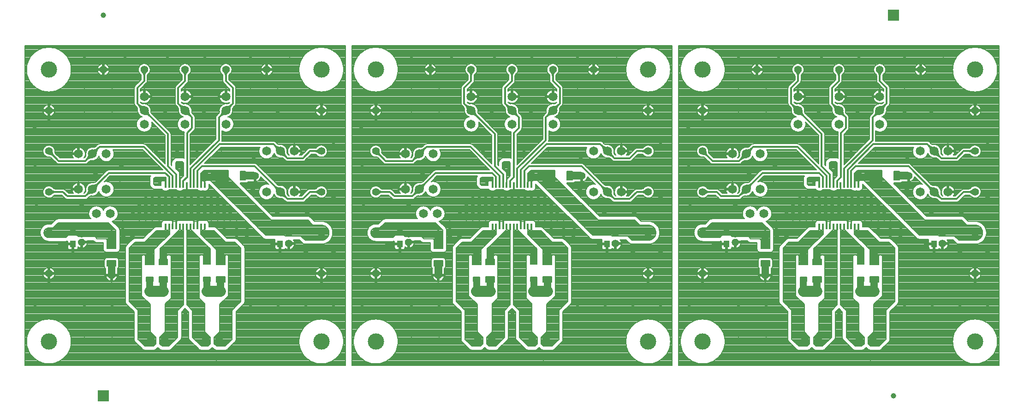
<source format=gbr>
G04 CAM350 V9.5.1 (Build 211) Date:  Fri Sep 21 11:09:19 2018 *
G04 Database: E:\9ÔÂ\9.21\PB18689\PB18689.cam *
G04 Layer 3: GTL *
%FSLAX33Y33*%
%MOMM*%
%SFA1.000B1.000*%

%MIA0B0*%
%IPPOS*%
%ADD10C,0.50000*%
%ADD11C,0.20000*%
%ADD12C,0.60000*%
%ADD13C,0.80000*%
%ADD14C,1.40000*%
%ADD15C,3.00000*%
%ADD16C,2.00000*%
%ADD17C,1.20000*%
%ADD18C,0.30000*%
%ADD19C,1.70000*%
%ADD70C,1.35000*%
%ADD71C,1.65000*%
%ADD20R,1.10000X1.30000*%
%ADD21R,0.35000X1.00000*%
%ADD22C,0.67500*%
%ADD31C,1.00000*%
%ADD33R,2.00000X2.00000*%
%ADD38R,2.00000X2.00000*%
%LNGTL*%
%LPD*%
G54D11*
X37774Y56996D03*
X36996Y57774D03*
X37774Y63496D03*
X36996Y64274D03*
X47274Y74303D03*
X54774D03*
X61496Y72274D03*
X72274Y66803D03*
X73525Y63996D03*
X72274Y59303D03*
X73525Y56496D03*
G54D12*
X49950Y59850D03*
X50750Y59400D03*
Y60350D03*
X51650D03*
X58550Y60700D03*
X59400Y60350D03*
X53900Y62300D03*
X54700Y63150D03*
X54800Y62250D03*
Y61150D03*
X59150Y61450D03*
G54D13*
X36800Y27300D03*
X41950Y27450D03*
X46750Y27400D03*
X51550Y27350D03*
X56350Y27300D03*
X61150Y27250D03*
X67400Y27800D03*
X72600Y27650D03*
X36938Y31530D03*
X42018D03*
X55500Y32100D03*
X67450Y31750D03*
X72600Y31650D03*
X27900Y36650D03*
X36938Y36610D03*
X42018D03*
X55450Y35750D03*
X67418Y36610D03*
X72498D03*
X77578D03*
X82658D03*
X36938Y41690D03*
X72498D03*
X77578D03*
X27750Y47400D03*
X39800Y47850D03*
X44000Y46050D03*
Y49750D03*
X45750Y49700D03*
X66700Y49850D03*
X64850Y50050D03*
X66900Y46300D03*
X77578Y46770D03*
X82658D03*
X28100Y55200D03*
X36400Y55500D03*
X45750Y53050D03*
X43950Y52950D03*
X45800Y54200D03*
X43950Y51500D03*
X45800Y51600D03*
X48350Y51650D03*
X47000Y55400D03*
Y54200D03*
X48200Y53000D03*
Y54200D03*
Y55400D03*
X47000Y53000D03*
X51800Y55400D03*
X50600Y53000D03*
Y54200D03*
Y55400D03*
X49400Y53000D03*
Y54200D03*
Y55400D03*
X53000Y53000D03*
Y54200D03*
Y55400D03*
X51800Y53000D03*
Y54200D03*
X56600Y53000D03*
Y54200D03*
Y55400D03*
X57800Y53000D03*
Y54200D03*
Y55400D03*
X54200Y53000D03*
Y54200D03*
Y55400D03*
X55400D03*
Y54200D03*
Y53000D03*
X62600Y51450D03*
X60200Y55400D03*
X62600D03*
Y54200D03*
X59000Y53000D03*
Y54200D03*
Y55400D03*
X60200Y54200D03*
Y53000D03*
X61400Y55400D03*
Y54200D03*
Y53000D03*
X62600D03*
X63700Y54200D03*
Y53000D03*
X64850Y51450D03*
X66800Y51500D03*
X64850Y53000D03*
X72350Y54050D03*
X77850D03*
X82950Y51900D03*
X43450Y60150D03*
X48200Y56600D03*
X49400Y57900D03*
X53000Y56600D03*
X51800D03*
X50600D03*
X49400D03*
X55400D03*
X56600D03*
X57800D03*
X54200D03*
X60200D03*
X59000D03*
X61400D03*
X67850Y58450D03*
X82658Y56930D03*
X27850Y62350D03*
X38950Y61250D03*
X43650Y62650D03*
X47850Y64600D03*
X50050Y65300D03*
X53900Y65150D03*
X57600Y65100D03*
X62100Y65050D03*
X68000Y64000D03*
X72450Y62000D03*
X77550D03*
X82658Y62010D03*
X27750Y69800D03*
X72350Y69000D03*
X82658Y67090D03*
X36938Y72170D03*
X42018D03*
X51700Y72350D03*
X58850Y72750D03*
X67450D03*
X72400Y72800D03*
X36938Y77250D03*
X42018D03*
X67418D03*
X72400D03*
X36938Y82330D03*
X44350Y82350D03*
X52178Y82330D03*
X59050Y82350D03*
X67418Y82330D03*
X74600Y82250D03*
G54D14*
X47900Y80400D03*
X30400Y65400D03*
X47900Y35900D03*
X52900D03*
X62900Y80400D03*
X80400Y65400D03*
X62900Y35900D03*
X57900D03*
X51400Y47210D03*
Y39590D03*
X61900Y47210D03*
Y39590D03*
X41900Y50210D03*
Y42590D03*
X74400Y50400D03*
Y48400D03*
X68210Y60900D03*
X60590D03*
X80400Y72900D03*
X70400Y80400D03*
X30400Y57900D03*
X80400D03*
X55400Y80400D03*
X30400Y50400D03*
X80400D03*
X40400Y80400D03*
X30400Y72900D03*
Y42900D03*
X80400D03*
X51400Y47210D03*
Y39590D03*
X61900Y47210D03*
Y39590D03*
X41900Y50210D03*
Y42590D03*
X68210Y60900D03*
X60590D03*
G54D15*
X30400Y30400D03*
Y80400D03*
X80400D03*
Y30400D03*
G54D17*
X36400Y50150D03*
Y48650D03*
Y50150D03*
Y48650D03*
G54D19*
X59150Y30400D03*
X61650D03*
X49150D03*
X51650D03*
G54D70*
X48900Y39590D03*
Y47210D03*
X59400Y39590D03*
Y47210D03*
X48900Y39590D03*
Y47210D03*
X59400Y39590D03*
Y47210D03*
G54D71*
X39130Y53900D03*
X41670D03*
X47900Y75440D03*
Y72900D03*
Y70360D03*
X35860Y64900D03*
X38400D03*
X40940D03*
X62900Y75440D03*
Y72900D03*
Y70360D03*
X75440Y65400D03*
X72900D03*
X70360D03*
X35860Y58400D03*
X38400D03*
X40940D03*
X75440Y57900D03*
X72900D03*
X70360D03*
X55400Y75440D03*
Y72900D03*
Y70360D03*
G54D20*
X34800Y50450D03*
Y48350D03*
X72850Y50450D03*
Y48350D03*
G54D21*
X51825Y51590D03*
X52475D03*
X53125D03*
X53775D03*
X54425D03*
X55075D03*
X55725D03*
X56375D03*
X57025D03*
X57675D03*
X58325D03*
X58975D03*
Y59210D03*
X58325D03*
X57675D03*
X57025D03*
X56375D03*
X55725D03*
X55075D03*
X54425D03*
X53775D03*
X53125D03*
X52475D03*
X51825D03*
G54D11*
X97774Y56996D03*
X96996Y57774D03*
X97774Y63496D03*
X96996Y64274D03*
X107274Y74303D03*
X114774D03*
X121496Y72274D03*
X132274Y66803D03*
X133525Y63996D03*
X132274Y59303D03*
X133525Y56496D03*
G54D12*
X109950Y59850D03*
X110750Y59400D03*
Y60350D03*
X111650D03*
X118550Y60700D03*
X119400Y60350D03*
X113900Y62300D03*
X114700Y63150D03*
X114800Y62250D03*
Y61150D03*
X119150Y61450D03*
G54D13*
X96800Y27300D03*
X101950Y27450D03*
X106750Y27400D03*
X111550Y27350D03*
X116350Y27300D03*
X121150Y27250D03*
X127400Y27800D03*
X132600Y27650D03*
X96938Y31530D03*
X102018D03*
X115500Y32100D03*
X127450Y31750D03*
X132600Y31650D03*
X87900Y36650D03*
X96938Y36610D03*
X102018D03*
X115450Y35750D03*
X127418Y36610D03*
X132498D03*
X137578D03*
X142658D03*
X96938Y41690D03*
X132498D03*
X137578D03*
X87750Y47400D03*
X99800Y47850D03*
X104000Y46050D03*
Y49750D03*
X105750Y49700D03*
X126700Y49850D03*
X124850Y50050D03*
X126900Y46300D03*
X137578Y46770D03*
X142658D03*
X88100Y55200D03*
X96400Y55500D03*
X105750Y53050D03*
X103950Y52950D03*
X105800Y54200D03*
X103950Y51500D03*
X105800Y51600D03*
X108350Y51650D03*
X107000Y55400D03*
Y54200D03*
X108200Y53000D03*
Y54200D03*
Y55400D03*
X107000Y53000D03*
X111800Y55400D03*
X110600Y53000D03*
Y54200D03*
Y55400D03*
X109400Y53000D03*
Y54200D03*
Y55400D03*
X113000Y53000D03*
Y54200D03*
Y55400D03*
X111800Y53000D03*
Y54200D03*
X116600Y53000D03*
Y54200D03*
Y55400D03*
X117800Y53000D03*
Y54200D03*
Y55400D03*
X114200Y53000D03*
Y54200D03*
Y55400D03*
X115400D03*
Y54200D03*
Y53000D03*
X122600Y51450D03*
X120200Y55400D03*
X122600D03*
Y54200D03*
X119000Y53000D03*
Y54200D03*
Y55400D03*
X120200Y54200D03*
Y53000D03*
X121400Y55400D03*
Y54200D03*
Y53000D03*
X122600D03*
X123700Y54200D03*
Y53000D03*
X124850Y51450D03*
X126800Y51500D03*
X124850Y53000D03*
X132350Y54050D03*
X137850D03*
X142950Y51900D03*
X103450Y60150D03*
X108200Y56600D03*
X109400Y57900D03*
X113000Y56600D03*
X111800D03*
X110600D03*
X109400D03*
X115400D03*
X116600D03*
X117800D03*
X114200D03*
X120200D03*
X119000D03*
X121400D03*
X127850Y58450D03*
X142658Y56930D03*
X87850Y62350D03*
X98950Y61250D03*
X103650Y62650D03*
X107850Y64600D03*
X110050Y65300D03*
X113900Y65150D03*
X117600Y65100D03*
X122100Y65050D03*
X128000Y64000D03*
X132450Y62000D03*
X137550D03*
X142658Y62010D03*
X87750Y69800D03*
X132350Y69000D03*
X142658Y67090D03*
X96938Y72170D03*
X102018D03*
X111700Y72350D03*
X118850Y72750D03*
X127450D03*
X132400Y72800D03*
X96938Y77250D03*
X102018D03*
X127418D03*
X132400D03*
X96938Y82330D03*
X104350Y82350D03*
X112178Y82330D03*
X119050Y82350D03*
X127418Y82330D03*
X134600Y82250D03*
G54D14*
X107900Y80400D03*
X90400Y65400D03*
X107900Y35900D03*
X112900D03*
X122900Y80400D03*
X140400Y65400D03*
X122900Y35900D03*
X117900D03*
X111400Y47210D03*
Y39590D03*
X121900Y47210D03*
Y39590D03*
X101900Y50210D03*
Y42590D03*
X134400Y50400D03*
Y48400D03*
X128210Y60900D03*
X120590D03*
X140400Y72900D03*
X130400Y80400D03*
X90400Y57900D03*
X140400D03*
X115400Y80400D03*
X90400Y50400D03*
X140400D03*
X100400Y80400D03*
X90400Y72900D03*
Y42900D03*
X140400D03*
X111400Y47210D03*
Y39590D03*
X121900Y47210D03*
Y39590D03*
X101900Y50210D03*
Y42590D03*
X128210Y60900D03*
X120590D03*
G54D15*
X90400Y30400D03*
Y80400D03*
X140400D03*
Y30400D03*
G54D17*
X96400Y50150D03*
Y48650D03*
Y50150D03*
Y48650D03*
G54D19*
X119150Y30400D03*
X121650D03*
X109150D03*
X111650D03*
G54D70*
X108900Y39590D03*
Y47210D03*
X119400Y39590D03*
Y47210D03*
X108900Y39590D03*
Y47210D03*
X119400Y39590D03*
Y47210D03*
G54D71*
X99130Y53900D03*
X101670D03*
X107900Y75440D03*
Y72900D03*
Y70360D03*
X95860Y64900D03*
X98400D03*
X100940D03*
X122900Y75440D03*
Y72900D03*
Y70360D03*
X135440Y65400D03*
X132900D03*
X130360D03*
X95860Y58400D03*
X98400D03*
X100940D03*
X135440Y57900D03*
X132900D03*
X130360D03*
X115400Y75440D03*
Y72900D03*
Y70360D03*
G54D20*
X94800Y50450D03*
Y48350D03*
X132850Y50450D03*
Y48350D03*
G54D21*
X111825Y51590D03*
X112475D03*
X113125D03*
X113775D03*
X114425D03*
X115075D03*
X115725D03*
X116375D03*
X117025D03*
X117675D03*
X118325D03*
X118975D03*
Y59210D03*
X118325D03*
X117675D03*
X117025D03*
X116375D03*
X115725D03*
X115075D03*
X114425D03*
X113775D03*
X113125D03*
X112475D03*
X111825D03*
G54D11*
X157774Y56996D03*
X156996Y57774D03*
X157774Y63496D03*
X156996Y64274D03*
X167274Y74303D03*
X174774D03*
X181496Y72274D03*
X192274Y66803D03*
X193525Y63996D03*
X192274Y59303D03*
X193525Y56496D03*
G54D12*
X169950Y59850D03*
X170750Y59400D03*
Y60350D03*
X171650D03*
X178550Y60700D03*
X179400Y60350D03*
X173900Y62300D03*
X174700Y63150D03*
X174800Y62250D03*
Y61150D03*
X179150Y61450D03*
G54D13*
X156800Y27300D03*
X161950Y27450D03*
X166750Y27400D03*
X171550Y27350D03*
X176350Y27300D03*
X181150Y27250D03*
X187400Y27800D03*
X192600Y27650D03*
X156938Y31530D03*
X162018D03*
X175500Y32100D03*
X187450Y31750D03*
X192600Y31650D03*
X147900Y36650D03*
X156938Y36610D03*
X162018D03*
X175450Y35750D03*
X187418Y36610D03*
X192498D03*
X197578D03*
X202658D03*
X156938Y41690D03*
X192498D03*
X197578D03*
X147750Y47400D03*
X159800Y47850D03*
X164000Y46050D03*
Y49750D03*
X165750Y49700D03*
X186700Y49850D03*
X184850Y50050D03*
X186900Y46300D03*
X197578Y46770D03*
X202658D03*
X148100Y55200D03*
X156400Y55500D03*
X165750Y53050D03*
X163950Y52950D03*
X165800Y54200D03*
X163950Y51500D03*
X165800Y51600D03*
X168350Y51650D03*
X167000Y55400D03*
Y54200D03*
X168200Y53000D03*
Y54200D03*
Y55400D03*
X167000Y53000D03*
X171800Y55400D03*
X170600Y53000D03*
Y54200D03*
Y55400D03*
X169400Y53000D03*
Y54200D03*
Y55400D03*
X173000Y53000D03*
Y54200D03*
Y55400D03*
X171800Y53000D03*
Y54200D03*
X176600Y53000D03*
Y54200D03*
Y55400D03*
X177800Y53000D03*
Y54200D03*
Y55400D03*
X174200Y53000D03*
Y54200D03*
Y55400D03*
X175400D03*
Y54200D03*
Y53000D03*
X182600Y51450D03*
X180200Y55400D03*
X182600D03*
Y54200D03*
X179000Y53000D03*
Y54200D03*
Y55400D03*
X180200Y54200D03*
Y53000D03*
X181400Y55400D03*
Y54200D03*
Y53000D03*
X182600D03*
X183700Y54200D03*
Y53000D03*
X184850Y51450D03*
X186800Y51500D03*
X184850Y53000D03*
X192350Y54050D03*
X197850D03*
X202950Y51900D03*
X163450Y60150D03*
X168200Y56600D03*
X169400Y57900D03*
X173000Y56600D03*
X171800D03*
X170600D03*
X169400D03*
X175400D03*
X176600D03*
X177800D03*
X174200D03*
X180200D03*
X179000D03*
X181400D03*
X187850Y58450D03*
X202658Y56930D03*
X147850Y62350D03*
X158950Y61250D03*
X163650Y62650D03*
X167850Y64600D03*
X170050Y65300D03*
X173900Y65150D03*
X177600Y65100D03*
X182100Y65050D03*
X188000Y64000D03*
X192450Y62000D03*
X197550D03*
X202658Y62010D03*
X147750Y69800D03*
X192350Y69000D03*
X202658Y67090D03*
X156938Y72170D03*
X162018D03*
X171700Y72350D03*
X178850Y72750D03*
X187450D03*
X192400Y72800D03*
X156938Y77250D03*
X162018D03*
X187418D03*
X192400D03*
X156938Y82330D03*
X164350Y82350D03*
X172178Y82330D03*
X179050Y82350D03*
X187418Y82330D03*
X194600Y82250D03*
G54D14*
X167900Y80400D03*
X150400Y65400D03*
X167900Y35900D03*
X172900D03*
X182900Y80400D03*
X200400Y65400D03*
X182900Y35900D03*
X177900D03*
X171400Y47210D03*
Y39590D03*
X181900Y47210D03*
Y39590D03*
X161900Y50210D03*
Y42590D03*
X194400Y50400D03*
Y48400D03*
X188210Y60900D03*
X180590D03*
X200400Y72900D03*
X190400Y80400D03*
X150400Y57900D03*
X200400D03*
X175400Y80400D03*
X150400Y50400D03*
X200400D03*
X160400Y80400D03*
X150400Y72900D03*
Y42900D03*
X200400D03*
X171400Y47210D03*
Y39590D03*
X181900Y47210D03*
Y39590D03*
X161900Y50210D03*
Y42590D03*
X188210Y60900D03*
X180590D03*
G54D15*
X150400Y30400D03*
Y80400D03*
X200400D03*
Y30400D03*
G54D17*
X156400Y50150D03*
Y48650D03*
Y50150D03*
Y48650D03*
G54D19*
X179150Y30400D03*
X181650D03*
X169150D03*
X171650D03*
G54D70*
X168900Y39590D03*
Y47210D03*
X179400Y39590D03*
Y47210D03*
X168900Y39590D03*
Y47210D03*
X179400Y39590D03*
Y47210D03*
G54D71*
X159130Y53900D03*
X161670D03*
X167900Y75440D03*
Y72900D03*
Y70360D03*
X155860Y64900D03*
X158400D03*
X160940D03*
X182900Y75440D03*
Y72900D03*
Y70360D03*
X195440Y65400D03*
X192900D03*
X190360D03*
X155860Y58400D03*
X158400D03*
X160940D03*
X195440Y57900D03*
X192900D03*
X190360D03*
X175400Y75440D03*
Y72900D03*
Y70360D03*
G54D20*
X154800Y50450D03*
Y48350D03*
X192850Y50450D03*
Y48350D03*
G54D21*
X171825Y51590D03*
X172475D03*
X173125D03*
X173775D03*
X174425D03*
X175075D03*
X175725D03*
X176375D03*
X177025D03*
X177675D03*
X178325D03*
X178975D03*
Y59210D03*
X178325D03*
X177675D03*
X177025D03*
X176375D03*
X175725D03*
X175075D03*
X174425D03*
X173775D03*
X173125D03*
X172475D03*
X171825D03*
G54D33*
X40400Y20400D03*
G54D31*
X185400D03*
G54D38*
Y90400D03*
G54D31*
X40400D03*
G54D10*
X28300Y42900D02*
G01X30400D01*
Y40850*
Y44650D02*
G01Y42900D01*
X32720*
Y42900D02*
G01X32738Y42882D01*
X78150Y42900D02*
G01X80400D01*
Y41050*
Y44900D02*
G01Y42900D01*
X82850*
X32350Y48350D02*
G01X34800D01*
X34789Y46535D02*
G01X34800Y46546D01*
Y48350*
X71266Y48362D02*
G01X71279Y48350D01*
X72850*
Y46550D02*
G01Y48350D01*
X30400Y71200D02*
G01Y72900D01*
X28700*
X30400Y74850D02*
G01Y72900D01*
X32350*
X38500Y80400D02*
G01X40400D01*
Y78700*
Y82050D02*
G01Y80400D01*
X42416*
X42433Y80382*
X41900Y41490D02*
G01Y41890D01*
X43000Y42590D02*
G01X42600D01*
X40800D02*
G01X41200D01*
X71500Y80400D02*
G01X71100D01*
X70400Y81500D02*
G01Y81100D01*
X69300Y80400D02*
G01X69700D01*
X70400Y79300D02*
G01Y79700D01*
X81500Y72900D02*
G01X81100D01*
X80400Y74000D02*
G01Y73600D01*
X79300Y72900D02*
G01X79700D01*
X80400Y71800D02*
G01Y72200D01*
X68210Y59800D02*
G01Y60200D01*
X74400Y47300D02*
G01Y47700D01*
X75500Y48400D02*
G01X75100D01*
X36400Y47650D02*
G01Y48050D01*
X37400Y48650D02*
G01X37000D01*
X49125Y75440D02*
G01X48725D01*
X47900Y76665D02*
G01Y76265D01*
X35860Y66125D02*
G01Y65725D01*
X34635Y64900D02*
G01X35035D01*
X62900Y76665D02*
G01Y76265D01*
X61675Y75440D02*
G01X62075D01*
X76665Y65400D02*
G01X76265D01*
X75440Y66625D02*
G01Y66225D01*
X35860Y59625D02*
G01Y59225D01*
X34635Y58400D02*
G01X35035D01*
X76665Y57900D02*
G01X76265D01*
X75440Y59125D02*
G01Y58725D01*
X56625Y75440D02*
G01X56225D01*
X55400Y76665D02*
G01Y76265D01*
G54D11*
X52200Y44500D02*
G01Y45500D01*
X50600*
Y44500*
X52200*
X50600D02*
G01Y45500D01*
X50700Y44500D02*
G01Y45500D01*
X50800Y44500D02*
G01Y45500D01*
X50900Y44500D02*
G01Y45500D01*
X51000Y44500D02*
G01Y45500D01*
X51100Y44500D02*
G01Y45500D01*
X51200Y44500D02*
G01Y45500D01*
X51300Y44500D02*
G01Y45500D01*
X51400Y44500D02*
G01Y45500D01*
X51500Y44500D02*
G01Y45500D01*
X51600Y44500D02*
G01Y45500D01*
X51700Y44500D02*
G01Y45500D01*
X51800Y44500D02*
G01Y45500D01*
X51900Y44500D02*
G01Y45500D01*
X52000Y44500D02*
G01Y45500D01*
X52100Y44500D02*
G01Y45500D01*
X52000Y44500D02*
G01Y47100D01*
X50800*
Y44500*
X52000*
X50800D02*
G01Y47100D01*
X50900Y44500D02*
G01Y47100D01*
X51000Y44500D02*
G01Y47100D01*
X51100Y44500D02*
G01Y47100D01*
X51200Y44500D02*
G01Y47100D01*
X51300Y44500D02*
G01Y47100D01*
X51400Y44500D02*
G01Y47100D01*
X51500Y44500D02*
G01Y47100D01*
X51600Y44500D02*
G01Y47100D01*
X51700Y44500D02*
G01Y47100D01*
X51800Y44500D02*
G01Y47100D01*
X51900Y44500D02*
G01Y47100D01*
X52200Y41300D02*
G01Y42300D01*
X50600*
Y41300*
X52200*
X50600D02*
G01Y42300D01*
X50700Y41300D02*
G01Y42300D01*
X50800Y41300D02*
G01Y42300D01*
X50900Y41300D02*
G01Y42300D01*
X51000Y41300D02*
G01Y42300D01*
X51100Y41300D02*
G01Y42300D01*
X51200Y41300D02*
G01Y42300D01*
X51300Y41300D02*
G01Y42300D01*
X51400Y41300D02*
G01Y42300D01*
X51500Y41300D02*
G01Y42300D01*
X51600Y41300D02*
G01Y42300D01*
X51700Y41300D02*
G01Y42300D01*
X51800Y41300D02*
G01Y42300D01*
X51900Y41300D02*
G01Y42300D01*
X52000Y41300D02*
G01Y42300D01*
X52100Y41300D02*
G01Y42300D01*
X52000Y39700D02*
G01Y42300D01*
X50800*
Y39700*
X52000*
X50800D02*
G01Y42300D01*
X50900Y39700D02*
G01Y42300D01*
X51000Y39700D02*
G01Y42300D01*
X51100Y39700D02*
G01Y42300D01*
X51200Y39700D02*
G01Y42300D01*
X51300Y39700D02*
G01Y42300D01*
X51400Y39700D02*
G01Y42300D01*
X51500Y39700D02*
G01Y42300D01*
X51600Y39700D02*
G01Y42300D01*
X51700Y39700D02*
G01Y42300D01*
X51800Y39700D02*
G01Y42300D01*
X51900Y39700D02*
G01Y42300D01*
X62700Y44500D02*
G01Y45500D01*
X61100*
Y44500*
X62700*
X61100D02*
G01Y45500D01*
X61200Y44500D02*
G01Y45500D01*
X61300Y44500D02*
G01Y45500D01*
X61400Y44500D02*
G01Y45500D01*
X61500Y44500D02*
G01Y45500D01*
X61600Y44500D02*
G01Y45500D01*
X61700Y44500D02*
G01Y45500D01*
X61800Y44500D02*
G01Y45500D01*
X61900Y44500D02*
G01Y45500D01*
X62000Y44500D02*
G01Y45500D01*
X62100Y44500D02*
G01Y45500D01*
X62200Y44500D02*
G01Y45500D01*
X62300Y44500D02*
G01Y45500D01*
X62400Y44500D02*
G01Y45500D01*
X62500Y44500D02*
G01Y45500D01*
X62600Y44500D02*
G01Y45500D01*
X62500Y44500D02*
G01Y47100D01*
X61300*
Y44500*
X62500*
X61300D02*
G01Y47100D01*
X61400Y44500D02*
G01Y47100D01*
X61500Y44500D02*
G01Y47100D01*
X61600Y44500D02*
G01Y47100D01*
X61700Y44500D02*
G01Y47100D01*
X61800Y44500D02*
G01Y47100D01*
X61900Y44500D02*
G01Y47100D01*
X62000Y44500D02*
G01Y47100D01*
X62100Y44500D02*
G01Y47100D01*
X62200Y44500D02*
G01Y47100D01*
X62300Y44500D02*
G01Y47100D01*
X62400Y44500D02*
G01Y47100D01*
X62700Y41300D02*
G01Y42300D01*
X61100*
Y41300*
X62700*
X61100D02*
G01Y42300D01*
X61200Y41300D02*
G01Y42300D01*
X61300Y41300D02*
G01Y42300D01*
X61400Y41300D02*
G01Y42300D01*
X61500Y41300D02*
G01Y42300D01*
X61600Y41300D02*
G01Y42300D01*
X61700Y41300D02*
G01Y42300D01*
X61800Y41300D02*
G01Y42300D01*
X61900Y41300D02*
G01Y42300D01*
X62000Y41300D02*
G01Y42300D01*
X62100Y41300D02*
G01Y42300D01*
X62200Y41300D02*
G01Y42300D01*
X62300Y41300D02*
G01Y42300D01*
X62400Y41300D02*
G01Y42300D01*
X62500Y41300D02*
G01Y42300D01*
X62600Y41300D02*
G01Y42300D01*
X62500Y39700D02*
G01Y42300D01*
X61300*
Y39700*
X62500*
X61300D02*
G01Y42300D01*
X61400Y39700D02*
G01Y42300D01*
X61500Y39700D02*
G01Y42300D01*
X61600Y39700D02*
G01Y42300D01*
X61700Y39700D02*
G01Y42300D01*
X61800Y39700D02*
G01Y42300D01*
X61900Y39700D02*
G01Y42300D01*
X62000Y39700D02*
G01Y42300D01*
X62100Y39700D02*
G01Y42300D01*
X62200Y39700D02*
G01Y42300D01*
X62300Y39700D02*
G01Y42300D01*
X62400Y39700D02*
G01Y42300D01*
X36683Y49650D02*
G01X36753Y49696D01*
Y49696D02*
G01X36815Y49752D01*
Y49752D02*
G01X36868Y49817D01*
Y49817D02*
G01X36911Y49888D01*
Y49888D02*
G01X36944Y49965D01*
Y49965D02*
G01X36965Y50046D01*
Y50046D02*
G01X36973Y50130D01*
Y50130D02*
G01X36970Y50213D01*
Y50213D02*
G01X36955Y50295D01*
Y50295D02*
G01X36927Y50375D01*
Y50375D02*
G01X36889Y50449D01*
X36840Y50517*
Y50517D02*
G01X36782Y50577D01*
Y50577D02*
G01X36716Y50628D01*
X36643Y50669*
X36565Y50699*
X36483Y50717*
X36400Y50723*
X36316Y50717*
Y50717D02*
G01X36234Y50699D01*
Y50699D02*
G01X36156Y50669D01*
Y50669D02*
G01X36083Y50628D01*
Y50628D02*
G01X36017Y50577D01*
X35959Y50517*
X35910Y50449*
Y50449D02*
G01X35872Y50375D01*
X35844Y50295*
Y50295D02*
G01X35829Y50213D01*
Y50213D02*
G01X35826Y50130D01*
X35834Y50046*
Y50046D02*
G01X35855Y49965D01*
Y49965D02*
G01X35888Y49888D01*
Y49888D02*
G01X35931Y49817D01*
X35984Y49752*
Y49752D02*
G01X36046Y49696D01*
Y49696D02*
G01X36116Y49650D01*
X36683*
X35900Y49869D02*
G01Y50429D01*
X36000Y49738D02*
G01Y50559D01*
X36100Y49660D02*
G01Y50637D01*
X36200Y49650D02*
G01Y50685D01*
X36300Y49650D02*
G01Y50713D01*
X36400Y49650D02*
G01Y50723D01*
X36500Y49650D02*
G01Y50713D01*
X36600Y49650D02*
G01Y50685D01*
X36700Y49660D02*
G01Y50637D01*
X36800Y49738D02*
G01Y50559D01*
X36900Y49869D02*
G01Y50429D01*
X36400Y48076D02*
G01X36483Y48082D01*
Y48082D02*
G01X36565Y48100D01*
Y48100D02*
G01X36643Y48130D01*
Y48130D02*
G01X36716Y48171D01*
Y48171D02*
G01X36782Y48222D01*
Y48222D02*
G01X36840Y48282D01*
Y48282D02*
G01X36889Y48350D01*
Y48350D02*
G01X36927Y48424D01*
Y48424D02*
G01X36955Y48504D01*
X36970Y48586*
Y48586D02*
G01X36973Y48669D01*
Y48669D02*
G01X36965Y48753D01*
X36944Y48834*
X36911Y48911*
Y48911D02*
G01X36868Y48982D01*
Y48982D02*
G01X36815Y49047D01*
X36753Y49103*
X36683Y49150*
Y49150D02*
G01X36116D01*
X36046Y49103*
Y49103D02*
G01X35984Y49047D01*
Y49047D02*
G01X35931Y48982D01*
Y48982D02*
G01X35888Y48911D01*
X35855Y48834*
Y48834D02*
G01X35834Y48753D01*
Y48753D02*
G01X35826Y48669D01*
Y48669D02*
G01X35829Y48586D01*
X35844Y48504*
Y48504D02*
G01X35872Y48424D01*
Y48424D02*
G01X35910Y48350D01*
Y48350D02*
G01X35959Y48282D01*
Y48282D02*
G01X36017Y48222D01*
Y48222D02*
G01X36083Y48171D01*
Y48171D02*
G01X36156Y48130D01*
Y48130D02*
G01X36234Y48100D01*
Y48100D02*
G01X36316Y48082D01*
Y48082D02*
G01X36400Y48076D01*
X35900Y48370D02*
G01Y48930D01*
X36000Y48240D02*
G01Y49061D01*
X36100Y48162D02*
G01Y49139D01*
X36200Y48114D02*
G01Y49150D01*
X36300Y48086D02*
G01Y49150D01*
X36400Y48076D02*
G01Y49150D01*
X36500Y48086D02*
G01Y49150D01*
X36600Y48114D02*
G01Y49150D01*
X36700Y48162D02*
G01Y49139D01*
X36800Y48240D02*
G01Y49061D01*
X36900Y48370D02*
G01Y48930D01*
X42700Y47500D02*
G01Y48500D01*
X41100*
Y47500*
X42700*
X41100D02*
G01Y48500D01*
X41200Y47500D02*
G01Y48500D01*
X41300Y47500D02*
G01Y48500D01*
X41400Y47500D02*
G01Y48500D01*
X41500Y47500D02*
G01Y48500D01*
X41600Y47500D02*
G01Y48500D01*
X41700Y47500D02*
G01Y48500D01*
X41800Y47500D02*
G01Y48500D01*
X41900Y47500D02*
G01Y48500D01*
X42000Y47500D02*
G01Y48500D01*
X42100Y47500D02*
G01Y48500D01*
X42200Y47500D02*
G01Y48500D01*
X42300Y47500D02*
G01Y48500D01*
X42400Y47500D02*
G01Y48500D01*
X42500Y47500D02*
G01Y48500D01*
X42600Y47500D02*
G01Y48500D01*
X42500Y47500D02*
G01Y50100D01*
X41300*
Y47500*
X42500*
X41300D02*
G01Y50100D01*
X41400Y47500D02*
G01Y50100D01*
X41500Y47500D02*
G01Y50100D01*
X41600Y47500D02*
G01Y50100D01*
X41700Y47500D02*
G01Y50100D01*
X41800Y47500D02*
G01Y50100D01*
X41900Y47500D02*
G01Y50100D01*
X42000Y47500D02*
G01Y50100D01*
X42100Y47500D02*
G01Y50100D01*
X42200Y47500D02*
G01Y50100D01*
X42300Y47500D02*
G01Y50100D01*
X42400Y47500D02*
G01Y50100D01*
X42700Y44300D02*
G01Y45300D01*
X41100*
Y44300*
X42700*
X41100D02*
G01Y45300D01*
X41200Y44300D02*
G01Y45300D01*
X41300Y44300D02*
G01Y45300D01*
X41400Y44300D02*
G01Y45300D01*
X41500Y44300D02*
G01Y45300D01*
X41600Y44300D02*
G01Y45300D01*
X41700Y44300D02*
G01Y45300D01*
X41800Y44300D02*
G01Y45300D01*
X41900Y44300D02*
G01Y45300D01*
X42000Y44300D02*
G01Y45300D01*
X42100Y44300D02*
G01Y45300D01*
X42200Y44300D02*
G01Y45300D01*
X42300Y44300D02*
G01Y45300D01*
X42400Y44300D02*
G01Y45300D01*
X42500Y44300D02*
G01Y45300D01*
X42600Y44300D02*
G01Y45300D01*
X42500Y42700D02*
G01Y45300D01*
X41300*
Y42700*
X42500*
X41300D02*
G01Y45300D01*
X41400Y42700D02*
G01Y45300D01*
X41500Y42700D02*
G01Y45300D01*
X41600Y42700D02*
G01Y45300D01*
X41700Y42700D02*
G01Y45300D01*
X41800Y42700D02*
G01Y45300D01*
X41900Y42700D02*
G01Y45300D01*
X42000Y42700D02*
G01Y45300D01*
X42100Y42700D02*
G01Y45300D01*
X42200Y42700D02*
G01Y45300D01*
X42300Y42700D02*
G01Y45300D01*
X42400Y42700D02*
G01Y45300D01*
X65500Y60100D02*
G01X66500D01*
Y61700*
X65500*
Y60100*
Y61700*
X65600Y60100D02*
G01Y61700D01*
X65700Y60100D02*
G01Y61700D01*
X65800Y60100D02*
G01Y61700D01*
X65900Y60100D02*
G01Y61700D01*
X66000Y60100D02*
G01Y61700D01*
X66100Y60100D02*
G01Y61700D01*
X66200Y60100D02*
G01Y61700D01*
X66300Y60100D02*
G01Y61700D01*
X66400Y60100D02*
G01Y61700D01*
X65500Y60300D02*
G01X68100D01*
Y61500*
X65500*
Y60300*
Y61500*
X65600Y60300D02*
G01Y61500D01*
X65700Y60300D02*
G01Y61500D01*
X65800Y60300D02*
G01Y61500D01*
X65900Y60300D02*
G01Y61500D01*
X66000Y60300D02*
G01Y61500D01*
X66100Y60300D02*
G01Y61500D01*
X66200Y60300D02*
G01Y61500D01*
X66300Y60300D02*
G01Y61500D01*
X66400Y60300D02*
G01Y61500D01*
X66500Y60300D02*
G01Y61500D01*
X66600Y60300D02*
G01Y61500D01*
X66700Y60300D02*
G01Y61500D01*
X66800Y60300D02*
G01Y61500D01*
X66900Y60300D02*
G01Y61500D01*
X67000Y60300D02*
G01Y61500D01*
X67100Y60300D02*
G01Y61500D01*
X67200Y60300D02*
G01Y61500D01*
X67300Y60300D02*
G01Y61500D01*
X67400Y60300D02*
G01Y61500D01*
X67500Y60300D02*
G01Y61500D01*
X67600Y60300D02*
G01Y61500D01*
X67700Y60300D02*
G01Y61500D01*
X67800Y60300D02*
G01Y61500D01*
X67900Y60300D02*
G01Y61500D01*
X68000Y60300D02*
G01Y61500D01*
X62300Y60100D02*
G01X63300D01*
Y61700*
X62300*
Y60100*
Y61700*
X62400Y60100D02*
G01Y61700D01*
X62500Y60100D02*
G01Y61700D01*
X62600Y60100D02*
G01Y61700D01*
X62700Y60100D02*
G01Y61700D01*
X62800Y60100D02*
G01Y61700D01*
X62900Y60100D02*
G01Y61700D01*
X63000Y60100D02*
G01Y61700D01*
X63100Y60100D02*
G01Y61700D01*
X63200Y60100D02*
G01Y61700D01*
X60700Y60300D02*
G01X63300D01*
Y61500*
X60700*
Y60300*
Y61500*
X60800Y60300D02*
G01Y61500D01*
X60900Y60300D02*
G01Y61500D01*
X61000Y60300D02*
G01Y61500D01*
X61100Y60300D02*
G01Y61500D01*
X61200Y60300D02*
G01Y61500D01*
X61300Y60300D02*
G01Y61500D01*
X61400Y60300D02*
G01Y61500D01*
X61500Y60300D02*
G01Y61500D01*
X61600Y60300D02*
G01Y61500D01*
X61700Y60300D02*
G01Y61500D01*
X61800Y60300D02*
G01Y61500D01*
X61900Y60300D02*
G01Y61500D01*
X62000Y60300D02*
G01Y61500D01*
X62100Y60300D02*
G01Y61500D01*
X62200Y60300D02*
G01Y61500D01*
X62300Y60300D02*
G01Y61500D01*
X62400Y60300D02*
G01Y61500D01*
X62500Y60300D02*
G01Y61500D01*
X62600Y60300D02*
G01Y61500D01*
X62700Y60300D02*
G01Y61500D01*
X62800Y60300D02*
G01Y61500D01*
X62900Y60300D02*
G01Y61500D01*
X63000Y60300D02*
G01Y61500D01*
X63100Y60300D02*
G01Y61500D01*
X63200Y60300D02*
G01Y61500D01*
X48350Y42200D02*
G01Y39507D01*
Y39507D02*
G01X49450D01*
Y39507D02*
G01Y42200D01*
X48350*
X48400Y39507D02*
G01Y42200D01*
X48500Y39507D02*
G01Y42200D01*
X48600Y39507D02*
G01Y42200D01*
X48700Y39507D02*
G01Y42200D01*
X48800Y39507D02*
G01Y42200D01*
X48900Y39507D02*
G01Y42200D01*
X49000Y39507D02*
G01Y42200D01*
X49100Y39507D02*
G01Y42200D01*
X49200Y39507D02*
G01Y42200D01*
X49300Y39507D02*
G01Y42200D01*
X49400Y39507D02*
G01Y42200D01*
X48300D02*
G01Y41500D01*
X49500*
Y42200*
X48300*
Y41500D02*
G01Y42200D01*
X48400Y41500D02*
G01Y42200D01*
X48500Y41500D02*
G01Y42200D01*
X48600Y41500D02*
G01Y42200D01*
X48700Y41500D02*
G01Y42200D01*
X48800Y41500D02*
G01Y42200D01*
X48900Y41500D02*
G01Y42200D01*
X49000Y41500D02*
G01Y42200D01*
X49100Y41500D02*
G01Y42200D01*
X49200Y41500D02*
G01Y42200D01*
X49300Y41500D02*
G01Y42200D01*
X49400Y41500D02*
G01Y42200D01*
X48350Y47042D02*
G01Y44600D01*
X49450*
Y47042*
Y47042D02*
G01X48350D01*
X48400Y44600D02*
G01Y47042D01*
X48500Y44600D02*
G01Y47042D01*
X48600Y44600D02*
G01Y47042D01*
X48700Y44600D02*
G01Y47042D01*
X48800Y44600D02*
G01Y47042D01*
X48900Y44600D02*
G01Y47042D01*
X49000Y44600D02*
G01Y47042D01*
X49100Y44600D02*
G01Y47042D01*
X49200Y44600D02*
G01Y47042D01*
X49300Y44600D02*
G01Y47042D01*
X49400Y44600D02*
G01Y47042D01*
X48300Y45300D02*
G01Y44600D01*
X49500*
Y45300*
X48300*
Y44600D02*
G01Y45300D01*
X48400Y44600D02*
G01Y45300D01*
X48500Y44600D02*
G01Y45300D01*
X48600Y44600D02*
G01Y45300D01*
X48700Y44600D02*
G01Y45300D01*
X48800Y44600D02*
G01Y45300D01*
X48900Y44600D02*
G01Y45300D01*
X49000Y44600D02*
G01Y45300D01*
X49100Y44600D02*
G01Y45300D01*
X49200Y44600D02*
G01Y45300D01*
X49300Y44600D02*
G01Y45300D01*
X49400Y44600D02*
G01Y45300D01*
X58850Y42200D02*
G01Y39507D01*
Y39507D02*
G01X59950D01*
Y39507D02*
G01Y42200D01*
X58850*
X58900Y39507D02*
G01Y42200D01*
X59000Y39507D02*
G01Y42200D01*
X59100Y39507D02*
G01Y42200D01*
X59200Y39507D02*
G01Y42200D01*
X59300Y39507D02*
G01Y42200D01*
X59400Y39507D02*
G01Y42200D01*
X59500Y39507D02*
G01Y42200D01*
X59600Y39507D02*
G01Y42200D01*
X59700Y39507D02*
G01Y42200D01*
X59800Y39507D02*
G01Y42200D01*
X59900Y39507D02*
G01Y42200D01*
X58800D02*
G01Y41500D01*
X60000*
Y42200*
X58800*
Y41500D02*
G01Y42200D01*
X58900Y41500D02*
G01Y42200D01*
X59000Y41500D02*
G01Y42200D01*
X59100Y41500D02*
G01Y42200D01*
X59200Y41500D02*
G01Y42200D01*
X59300Y41500D02*
G01Y42200D01*
X59400Y41500D02*
G01Y42200D01*
X59500Y41500D02*
G01Y42200D01*
X59600Y41500D02*
G01Y42200D01*
X59700Y41500D02*
G01Y42200D01*
X59800Y41500D02*
G01Y42200D01*
X59900Y41500D02*
G01Y42200D01*
X58850Y47042D02*
G01Y44600D01*
X59950*
Y47042*
Y47042D02*
G01X58850D01*
X58900Y44600D02*
G01Y47042D01*
X59000Y44600D02*
G01Y47042D01*
X59100Y44600D02*
G01Y47042D01*
X59200Y44600D02*
G01Y47042D01*
X59300Y44600D02*
G01Y47042D01*
X59400Y44600D02*
G01Y47042D01*
X59500Y44600D02*
G01Y47042D01*
X59600Y44600D02*
G01Y47042D01*
X59700Y44600D02*
G01Y47042D01*
X59800Y44600D02*
G01Y47042D01*
X59900Y44600D02*
G01Y47042D01*
X58800Y45300D02*
G01Y44600D01*
X60000*
Y45300*
X58800*
Y44600D02*
G01Y45300D01*
X58900Y44600D02*
G01Y45300D01*
X59000Y44600D02*
G01Y45300D01*
X59100Y44600D02*
G01Y45300D01*
X59200Y44600D02*
G01Y45300D01*
X59300Y44600D02*
G01Y45300D01*
X59400Y44600D02*
G01Y45300D01*
X59500Y44600D02*
G01Y45300D01*
X59600Y44600D02*
G01Y45300D01*
X59700Y44600D02*
G01Y45300D01*
X59800Y44600D02*
G01Y45300D01*
X59900Y44600D02*
G01Y45300D01*
X51900Y58850D02*
G01Y60508D01*
Y60508D02*
G01X51808Y60600D01*
Y60600D02*
G01X50500D01*
Y59900*
X51641*
X51750Y59791*
Y58850*
X51900*
X42050Y49300D02*
G01X39191D01*
X38841Y49650*
X35791*
X35541Y49900*
X33958*
Y49900D02*
G01X33558Y49500D01*
Y49500D02*
G01X30400D01*
Y51300D02*
G01X41408D01*
Y51300D02*
G01X42050Y50658D01*
Y50658D02*
G01Y49300D01*
X59050Y58850D02*
G01Y59841D01*
X59258Y60050*
Y60050D02*
G01X59500D01*
Y61850*
X58841*
X58250Y61258*
Y61258D02*
G01Y58850D01*
X58400*
Y59791*
X58508Y59900*
Y59900D02*
G01X58791D01*
X58900Y59791*
Y58850*
X59050*
X55650Y59600D02*
G01X55800D01*
Y58150*
X55650*
Y59600*
X57750Y51200D02*
G01X57600D01*
Y52800*
X57750*
Y51200*
X57100D02*
G01X56950D01*
Y52800*
X57100*
Y51200*
X53850D02*
G01X53700D01*
Y52800*
X53850*
Y51200*
X53200D02*
G01X53050D01*
Y52800*
X53200*
Y51200*
X60250Y61850D02*
G01X63300D01*
Y59600*
X61441*
X60250Y60791*
Y61850*
X51600Y59900D02*
G01X51158D01*
Y59900D02*
G01X51000Y59741D01*
Y59100*
X49841*
X49600Y59341*
Y60358*
Y60358D02*
G01X49841Y60600D01*
X51600*
Y59900*
X80400Y49000D02*
G01X77441D01*
X76641Y49800*
X73791*
X73691Y49900*
X70191*
X60041Y60050*
X59258*
Y60050D02*
G01X59050Y59841D01*
Y58850*
X58900*
Y59791*
X58791Y59900*
X58508*
Y59900D02*
G01X58400Y59791D01*
Y58850*
X58250*
Y61258*
Y61258D02*
G01X58841Y61850D01*
X63300*
Y60608*
Y60608D02*
G01X71208Y52700D01*
Y52700D02*
G01X77958D01*
Y52700D02*
G01X78858Y51800D01*
Y51800D02*
G01X80400D01*
X54858Y63500D02*
G01X55100Y63258D01*
Y63258D02*
G01Y60841D01*
X54500Y60241*
Y58850*
X54350*
Y61541*
X53650Y62241*
Y63258*
Y63258D02*
G01X53891Y63500D01*
X54858*
X55650Y51950D02*
G01Y50991D01*
X55700Y50941*
Y37141*
X56750Y36091*
Y31141*
X58391Y29500*
X59608*
Y29500D02*
G01X60050Y29941D01*
Y31158*
Y31158D02*
G01X59050Y32158D01*
Y32158D02*
G01Y37308D01*
Y37308D02*
G01X58000Y38358D01*
Y38358D02*
G01Y46091D01*
X58208Y46300*
Y46300D02*
G01X58591D01*
X58800Y46091*
Y44600*
X60000*
Y47408*
Y47408D02*
G01X56450Y50958D01*
Y50958D02*
G01Y51950D01*
X56300*
Y51008*
Y51008D02*
G01X56191Y50900D01*
X55908*
Y50900D02*
G01X55800Y51008D01*
Y51008D02*
G01Y51950D01*
X55650*
X55150D02*
G01Y50991D01*
X55100Y50941*
Y37141*
X54050Y36091*
Y31141*
X52408Y29500*
Y29500D02*
G01X51191D01*
X50750Y29941*
Y31158*
Y31158D02*
G01X51750Y32158D01*
Y32158D02*
G01Y37308D01*
Y37308D02*
G01X52800Y38358D01*
Y38358D02*
G01Y46091D01*
X52591Y46300*
X52208*
Y46300D02*
G01X52000Y46091D01*
Y44600*
X50800*
Y47408*
Y47408D02*
G01X54350Y50958D01*
Y50958D02*
G01Y51950D01*
X54500*
Y51008*
Y51008D02*
G01X54608Y50900D01*
Y50900D02*
G01X54891D01*
X55000Y51008*
Y51008D02*
G01Y51950D01*
X55150*
X58250D02*
G01Y50141D01*
X61100Y47291*
Y44500*
X62700*
Y46141*
X62858Y46300*
Y46300D02*
G01X63191D01*
X63350Y46141*
Y38808*
Y38808D02*
G01X61750Y37208D01*
Y37208D02*
G01Y32158D01*
Y32158D02*
G01X60750Y31158D01*
Y31158D02*
G01Y29941D01*
X61191Y29500*
X62758*
Y29500D02*
G01X64050Y30791D01*
Y36141*
X65650Y37741*
Y47558*
Y47558D02*
G01X64558Y48650D01*
Y48650D02*
G01X62808D01*
Y48650D02*
G01X60708Y50750D01*
Y50750D02*
G01X59208D01*
Y50750D02*
G01X59050Y50908D01*
Y50908D02*
G01Y51950D01*
X58900*
Y51008*
Y51008D02*
G01X58791Y50900D01*
X58508*
Y50900D02*
G01X58400Y51008D01*
Y51008D02*
G01Y51950D01*
X58250*
X52550D02*
G01Y50141D01*
X49700Y47291*
Y44500*
X48100*
Y46141*
X47941Y46300*
X47608*
Y46300D02*
G01X47450Y46141D01*
Y38808*
Y38808D02*
G01X49050Y37208D01*
Y37208D02*
G01Y32158D01*
Y32158D02*
G01X50050Y31158D01*
Y31158D02*
G01Y29941D01*
X49608Y29500*
Y29500D02*
G01X48041D01*
X46750Y30791*
Y36141*
X45150Y37741*
Y47558*
Y47558D02*
G01X46241Y48650D01*
X47991*
X50091Y50750*
X51591*
X51750Y50908*
Y50908D02*
G01Y51950D01*
X51900*
Y51008*
Y51008D02*
G01X52008Y50900D01*
Y50900D02*
G01X52291D01*
X52400Y51008*
Y51008D02*
G01Y51950D01*
X52550*
X41100Y47500D02*
G01Y49091D01*
X40891Y49300*
X39191*
X38841Y49650*
X35791*
X35541Y49900*
X33958*
Y49900D02*
G01X33558Y49500D01*
Y49500D02*
G01X30900D01*
Y51300*
X31141*
X32091Y52250*
X41308*
Y52250D02*
G01X42700Y50858D01*
Y50858D02*
G01Y47500D01*
X41100*
X50500Y60469D02*
G01X51900D01*
X50500Y60289D02*
G01X51900D01*
X50500Y60109D02*
G01X51900D01*
X50500Y59929D02*
G01X51900D01*
X51750Y59749D02*
G01X51900D01*
X51750Y59569D02*
G01X51900D01*
X51750Y59389D02*
G01X51900D01*
X51750Y59209D02*
G01X51900D01*
X51750Y59029D02*
G01X51900D01*
X29514Y50559D02*
G01X42050D01*
X29500Y50379D02*
G01X42050D01*
X29522Y50199D02*
G01X42050D01*
X29584Y50019D02*
G01X42050D01*
X35601Y49839D02*
G01X42050D01*
X35781Y49659D02*
G01X42050D01*
X39011Y49479D02*
G01X42050D01*
X29566Y50739D02*
G01X41968D01*
X29665Y50919D02*
G01X41788D01*
X29833Y51099D02*
G01X41608D01*
X30209Y51279D02*
G01X41428D01*
X29695Y49839D02*
G01X33898D01*
X29888Y49659D02*
G01X33718D01*
X58721Y61729D02*
G01X59500D01*
X58541Y61549D02*
G01X59500D01*
X58361Y61369D02*
G01X59500D01*
X58250Y61189D02*
G01X59500D01*
X58250Y61009D02*
G01X59500D01*
X58250Y60829D02*
G01X59500D01*
X58250Y60649D02*
G01X59500D01*
X58250Y60469D02*
G01X59500D01*
X58250Y60289D02*
G01X59500D01*
X58250Y60109D02*
G01X59500D01*
X58250Y59929D02*
G01X59138D01*
X58900Y59749D02*
G01X59050D01*
X58900Y59569D02*
G01X59050D01*
X58900Y59389D02*
G01X59050D01*
X58900Y59209D02*
G01X59050D01*
X58900Y59029D02*
G01X59050D01*
X58250Y59749D02*
G01X58400D01*
X58250Y59569D02*
G01X58400D01*
X58250Y59389D02*
G01X58400D01*
X58250Y59209D02*
G01X58400D01*
X58250Y59029D02*
G01X58400D01*
X55650Y59589D02*
G01X55800D01*
X55650Y59409D02*
G01X55800D01*
X55650Y59229D02*
G01X55800D01*
X55650Y59049D02*
G01X55800D01*
X55650Y58869D02*
G01X55800D01*
X55650Y58689D02*
G01X55800D01*
X55650Y58509D02*
G01X55800D01*
X55650Y58329D02*
G01X55800D01*
X57600Y52639D02*
G01X57750D01*
X57600Y52459D02*
G01X57750D01*
X57600Y52279D02*
G01X57750D01*
X57600Y52099D02*
G01X57750D01*
X57600Y51919D02*
G01X57750D01*
X57600Y51739D02*
G01X57750D01*
X57600Y51559D02*
G01X57750D01*
X57600Y51379D02*
G01X57750D01*
X56950Y52639D02*
G01X57100D01*
X56950Y52459D02*
G01X57100D01*
X56950Y52279D02*
G01X57100D01*
X56950Y52099D02*
G01X57100D01*
X56950Y51919D02*
G01X57100D01*
X56950Y51739D02*
G01X57100D01*
X56950Y51559D02*
G01X57100D01*
X56950Y51379D02*
G01X57100D01*
X53700Y52639D02*
G01X53850D01*
X53700Y52459D02*
G01X53850D01*
X53700Y52279D02*
G01X53850D01*
X53700Y52099D02*
G01X53850D01*
X53700Y51919D02*
G01X53850D01*
X53700Y51739D02*
G01X53850D01*
X53700Y51559D02*
G01X53850D01*
X53700Y51379D02*
G01X53850D01*
X53050Y52639D02*
G01X53200D01*
X53050Y52459D02*
G01X53200D01*
X53050Y52279D02*
G01X53200D01*
X53050Y52099D02*
G01X53200D01*
X53050Y51919D02*
G01X53200D01*
X53050Y51739D02*
G01X53200D01*
X53050Y51559D02*
G01X53200D01*
X53050Y51379D02*
G01X53200D01*
X60250Y61759D02*
G01X63300D01*
X60250Y61579D02*
G01X63300D01*
X60250Y61399D02*
G01X63300D01*
X60250Y61219D02*
G01X63300D01*
X60250Y61039D02*
G01X63300D01*
X60250Y60859D02*
G01X63300D01*
X60361Y60679D02*
G01X63300D01*
X60541Y60499D02*
G01X63300D01*
X60721Y60319D02*
G01X63300D01*
X60901Y60139D02*
G01X63300D01*
X61081Y59959D02*
G01X63300D01*
X61261Y59779D02*
G01X63300D01*
X49781Y60539D02*
G01X51600D01*
X49601Y60359D02*
G01X51600D01*
X49600Y60179D02*
G01X51600D01*
X49600Y59999D02*
G01X51600D01*
X49600Y59819D02*
G01X51078D01*
X49600Y59639D02*
G01X51000D01*
X49600Y59459D02*
G01X51000D01*
X49661Y59279D02*
G01X51000D01*
X69651Y50439D02*
G01X81799D01*
X69831Y50259D02*
G01X81792D01*
X69471Y50619D02*
G01X81782D01*
X70011Y50079D02*
G01X81762D01*
X69291Y50799D02*
G01X81741D01*
X73691Y49899D02*
G01X81707D01*
X69111Y50979D02*
G01X81674D01*
X76721Y49719D02*
G01X81623D01*
X68931Y51159D02*
G01X81575D01*
X76901Y49539D02*
G01X81504D01*
X68751Y51339D02*
G01X81437D01*
X77081Y49359D02*
G01X81336D01*
X68571Y51519D02*
G01X81240D01*
X77261Y49179D02*
G01X81086D01*
X68391Y51699D02*
G01X80920D01*
X68211Y51879D02*
G01X78778D01*
X68031Y52059D02*
G01X78598D01*
X67851Y52239D02*
G01X78418D01*
X67671Y52419D02*
G01X78238D01*
X67491Y52599D02*
G01X78058D01*
X67311Y52779D02*
G01X71128D01*
X67131Y52959D02*
G01X70948D01*
X66951Y53139D02*
G01X70768D01*
X66771Y53319D02*
G01X70588D01*
X66591Y53499D02*
G01X70408D01*
X66411Y53679D02*
G01X70228D01*
X66231Y53859D02*
G01X70048D01*
X66051Y54039D02*
G01X69868D01*
X65871Y54219D02*
G01X69688D01*
X65691Y54399D02*
G01X69508D01*
X65511Y54579D02*
G01X69328D01*
X65331Y54759D02*
G01X69148D01*
X65151Y54939D02*
G01X68968D01*
X64971Y55119D02*
G01X68788D01*
X64791Y55299D02*
G01X68608D01*
X64611Y55479D02*
G01X68428D01*
X64431Y55659D02*
G01X68248D01*
X64251Y55839D02*
G01X68068D01*
X64071Y56019D02*
G01X67888D01*
X63891Y56199D02*
G01X67708D01*
X63711Y56379D02*
G01X67528D01*
X63531Y56559D02*
G01X67348D01*
X63351Y56739D02*
G01X67168D01*
X63171Y56919D02*
G01X66988D01*
X62991Y57099D02*
G01X66808D01*
X62811Y57279D02*
G01X66628D01*
X62631Y57459D02*
G01X66448D01*
X62451Y57639D02*
G01X66268D01*
X62271Y57819D02*
G01X66088D01*
X62091Y57999D02*
G01X65908D01*
X61911Y58179D02*
G01X65728D01*
X61731Y58359D02*
G01X65548D01*
X61551Y58539D02*
G01X65368D01*
X61371Y58719D02*
G01X65188D01*
X61191Y58899D02*
G01X65008D01*
X61011Y59079D02*
G01X64828D01*
X60831Y59259D02*
G01X64648D01*
X60651Y59439D02*
G01X64468D01*
X60471Y59619D02*
G01X64288D01*
X60291Y59799D02*
G01X64108D01*
X60111Y59979D02*
G01X63928D01*
X58250Y60159D02*
G01X63748D01*
X58250Y60339D02*
G01X63568D01*
X58250Y60519D02*
G01X63388D01*
X58771Y61779D02*
G01X63300D01*
X58591Y61599D02*
G01X63300D01*
X58411Y61419D02*
G01X63300D01*
X58250Y61239D02*
G01X63300D01*
X58250Y61059D02*
G01X63300D01*
X58250Y60879D02*
G01X63300D01*
X58250Y60699D02*
G01X63300D01*
X58250Y59979D02*
G01X59188D01*
X58891Y59799D02*
G01X59050D01*
X58900Y59619D02*
G01X59050D01*
X58900Y59439D02*
G01X59050D01*
X58900Y59259D02*
G01X59050D01*
X58900Y59079D02*
G01X59050D01*
X58900Y58899D02*
G01X59050D01*
X58250Y59799D02*
G01X58408D01*
X58250Y59619D02*
G01X58400D01*
X58250Y59439D02*
G01X58400D01*
X58250Y59259D02*
G01X58400D01*
X58250Y59079D02*
G01X58400D01*
X58250Y58899D02*
G01X58400D01*
X53650Y63169D02*
G01X55100D01*
X53650Y62989D02*
G01X55100D01*
X53650Y62809D02*
G01X55100D01*
X53650Y62629D02*
G01X55100D01*
X53650Y62449D02*
G01X55100D01*
X53650Y62269D02*
G01X55100D01*
X53801Y62089D02*
G01X55100D01*
X53981Y61909D02*
G01X55100D01*
X54161Y61729D02*
G01X55100D01*
X54341Y61549D02*
G01X55100D01*
X54350Y61369D02*
G01X55100D01*
X54350Y61189D02*
G01X55100D01*
X54350Y61009D02*
G01X55100D01*
X54350Y60829D02*
G01X55088D01*
X53741Y63349D02*
G01X55008D01*
X54350Y60649D02*
G01X54908D01*
X54350Y60469D02*
G01X54728D01*
X54350Y60289D02*
G01X54548D01*
X54350Y60109D02*
G01X54500D01*
X54350Y59929D02*
G01X54500D01*
X54350Y59749D02*
G01X54500D01*
X54350Y59569D02*
G01X54500D01*
X54350Y59389D02*
G01X54500D01*
X54350Y59209D02*
G01X54500D01*
X54350Y59029D02*
G01X54500D01*
X56771Y31119D02*
G01X60050D01*
X56951Y30939D02*
G01X60050D01*
X57131Y30759D02*
G01X60050D01*
X57311Y30579D02*
G01X60050D01*
X57491Y30399D02*
G01X60050D01*
X57671Y30219D02*
G01X60050D01*
X57851Y30039D02*
G01X60050D01*
X55700Y47319D02*
G01X60000D01*
X55700Y47139D02*
G01X60000D01*
X55700Y46959D02*
G01X60000D01*
X55700Y46779D02*
G01X60000D01*
X55700Y46599D02*
G01X60000D01*
X55700Y46419D02*
G01X60000D01*
X58651Y46239D02*
G01X60000D01*
X58800Y46059D02*
G01X60000D01*
X58800Y45879D02*
G01X60000D01*
X58800Y45699D02*
G01X60000D01*
X58800Y45519D02*
G01X60000D01*
X58800Y45339D02*
G01X60000D01*
X58800Y45159D02*
G01X60000D01*
X58800Y44979D02*
G01X60000D01*
X58800Y44799D02*
G01X60000D01*
X58800Y44619D02*
G01X60000D01*
X58031Y29859D02*
G01X59968D01*
X55700Y47499D02*
G01X59908D01*
X56750Y31299D02*
G01X59908D01*
X58211Y29679D02*
G01X59788D01*
X55700Y47679D02*
G01X59728D01*
X56750Y31479D02*
G01X59728D01*
X55700Y47859D02*
G01X59548D01*
X56750Y31659D02*
G01X59548D01*
X55700Y48039D02*
G01X59368D01*
X56750Y31839D02*
G01X59368D01*
X55700Y48219D02*
G01X59188D01*
X56750Y32019D02*
G01X59188D01*
X55700Y37239D02*
G01X59050D01*
X55781Y37059D02*
G01X59050D01*
X55961Y36879D02*
G01X59050D01*
X56141Y36699D02*
G01X59050D01*
X56321Y36519D02*
G01X59050D01*
X56501Y36339D02*
G01X59050D01*
X56681Y36159D02*
G01X59050D01*
X56750Y35979D02*
G01X59050D01*
X56750Y35799D02*
G01X59050D01*
X56750Y35619D02*
G01X59050D01*
X56750Y35439D02*
G01X59050D01*
X56750Y35259D02*
G01X59050D01*
X56750Y35079D02*
G01X59050D01*
X56750Y34899D02*
G01X59050D01*
X56750Y34719D02*
G01X59050D01*
X56750Y34539D02*
G01X59050D01*
X56750Y34359D02*
G01X59050D01*
X56750Y34179D02*
G01X59050D01*
X56750Y33999D02*
G01X59050D01*
X56750Y33819D02*
G01X59050D01*
X56750Y33639D02*
G01X59050D01*
X56750Y33459D02*
G01X59050D01*
X56750Y33279D02*
G01X59050D01*
X56750Y33099D02*
G01X59050D01*
X56750Y32919D02*
G01X59050D01*
X56750Y32739D02*
G01X59050D01*
X56750Y32559D02*
G01X59050D01*
X56750Y32379D02*
G01X59050D01*
X56750Y32199D02*
G01X59050D01*
X55700Y48399D02*
G01X59008D01*
X55700Y37419D02*
G01X58938D01*
X55700Y48579D02*
G01X58828D01*
X55700Y37599D02*
G01X58758D01*
X55700Y48759D02*
G01X58648D01*
X55700Y37779D02*
G01X58578D01*
X55700Y48939D02*
G01X58468D01*
X55700Y37959D02*
G01X58398D01*
X55700Y49119D02*
G01X58288D01*
X55700Y38139D02*
G01X58218D01*
X55700Y46239D02*
G01X58148D01*
X55700Y49299D02*
G01X58108D01*
X55700Y38319D02*
G01X58038D01*
X55700Y46059D02*
G01X58000D01*
X55700Y45879D02*
G01X58000D01*
X55700Y45699D02*
G01X58000D01*
X55700Y45519D02*
G01X58000D01*
X55700Y45339D02*
G01X58000D01*
X55700Y45159D02*
G01X58000D01*
X55700Y44979D02*
G01X58000D01*
X55700Y44799D02*
G01X58000D01*
X55700Y44619D02*
G01X58000D01*
X55700Y44439D02*
G01X58000D01*
X55700Y44259D02*
G01X58000D01*
X55700Y44079D02*
G01X58000D01*
X55700Y43899D02*
G01X58000D01*
X55700Y43719D02*
G01X58000D01*
X55700Y43539D02*
G01X58000D01*
X55700Y43359D02*
G01X58000D01*
X55700Y43179D02*
G01X58000D01*
X55700Y42999D02*
G01X58000D01*
X55700Y42819D02*
G01X58000D01*
X55700Y42639D02*
G01X58000D01*
X55700Y42459D02*
G01X58000D01*
X55700Y42279D02*
G01X58000D01*
X55700Y42099D02*
G01X58000D01*
X55700Y41919D02*
G01X58000D01*
X55700Y41739D02*
G01X58000D01*
X55700Y41559D02*
G01X58000D01*
X55700Y41379D02*
G01X58000D01*
X55700Y41199D02*
G01X58000D01*
X55700Y41019D02*
G01X58000D01*
X55700Y40839D02*
G01X58000D01*
X55700Y40659D02*
G01X58000D01*
X55700Y40479D02*
G01X58000D01*
X55700Y40299D02*
G01X58000D01*
X55700Y40119D02*
G01X58000D01*
X55700Y39939D02*
G01X58000D01*
X55700Y39759D02*
G01X58000D01*
X55700Y39579D02*
G01X58000D01*
X55700Y39399D02*
G01X58000D01*
X55700Y39219D02*
G01X58000D01*
X55700Y39039D02*
G01X58000D01*
X55700Y38859D02*
G01X58000D01*
X55700Y38679D02*
G01X58000D01*
X55700Y38499D02*
G01X58000D01*
X55700Y49479D02*
G01X57928D01*
X55700Y49659D02*
G01X57748D01*
X55700Y49839D02*
G01X57568D01*
X55700Y50019D02*
G01X57388D01*
X55700Y50199D02*
G01X57208D01*
X55700Y50379D02*
G01X57028D01*
X55700Y50559D02*
G01X56848D01*
X55700Y50739D02*
G01X56668D01*
X56211Y50919D02*
G01X56488D01*
X56300Y51819D02*
G01X56450D01*
X56300Y51639D02*
G01X56450D01*
X56300Y51459D02*
G01X56450D01*
X56300Y51279D02*
G01X56450D01*
X56300Y51099D02*
G01X56450D01*
X55700Y50919D02*
G01X55888D01*
X55650Y51819D02*
G01X55800D01*
X55650Y51639D02*
G01X55800D01*
X55650Y51459D02*
G01X55800D01*
X55650Y51279D02*
G01X55800D01*
X55650Y51099D02*
G01X55800D01*
X55000Y51819D02*
G01X55150D01*
X55000Y51639D02*
G01X55150D01*
X55000Y51459D02*
G01X55150D01*
X55000Y51279D02*
G01X55150D01*
X55000Y51099D02*
G01X55150D01*
X54911Y50919D02*
G01X55100D01*
X54131Y50739D02*
G01X55100D01*
X53951Y50559D02*
G01X55100D01*
X53771Y50379D02*
G01X55100D01*
X53591Y50199D02*
G01X55100D01*
X53411Y50019D02*
G01X55100D01*
X53231Y49839D02*
G01X55100D01*
X53051Y49659D02*
G01X55100D01*
X52871Y49479D02*
G01X55100D01*
X52691Y49299D02*
G01X55100D01*
X52511Y49119D02*
G01X55100D01*
X52331Y48939D02*
G01X55100D01*
X52151Y48759D02*
G01X55100D01*
X51971Y48579D02*
G01X55100D01*
X51791Y48399D02*
G01X55100D01*
X51611Y48219D02*
G01X55100D01*
X51431Y48039D02*
G01X55100D01*
X51251Y47859D02*
G01X55100D01*
X51071Y47679D02*
G01X55100D01*
X50891Y47499D02*
G01X55100D01*
X50800Y47319D02*
G01X55100D01*
X50800Y47139D02*
G01X55100D01*
X50800Y46959D02*
G01X55100D01*
X50800Y46779D02*
G01X55100D01*
X50800Y46599D02*
G01X55100D01*
X50800Y46419D02*
G01X55100D01*
X52651Y46239D02*
G01X55100D01*
X52800Y46059D02*
G01X55100D01*
X52800Y45879D02*
G01X55100D01*
X52800Y45699D02*
G01X55100D01*
X52800Y45519D02*
G01X55100D01*
X52800Y45339D02*
G01X55100D01*
X52800Y45159D02*
G01X55100D01*
X52800Y44979D02*
G01X55100D01*
X52800Y44799D02*
G01X55100D01*
X52800Y44619D02*
G01X55100D01*
X52800Y44439D02*
G01X55100D01*
X52800Y44259D02*
G01X55100D01*
X52800Y44079D02*
G01X55100D01*
X52800Y43899D02*
G01X55100D01*
X52800Y43719D02*
G01X55100D01*
X52800Y43539D02*
G01X55100D01*
X52800Y43359D02*
G01X55100D01*
X52800Y43179D02*
G01X55100D01*
X52800Y42999D02*
G01X55100D01*
X52800Y42819D02*
G01X55100D01*
X52800Y42639D02*
G01X55100D01*
X52800Y42459D02*
G01X55100D01*
X52800Y42279D02*
G01X55100D01*
X52800Y42099D02*
G01X55100D01*
X52800Y41919D02*
G01X55100D01*
X52800Y41739D02*
G01X55100D01*
X52800Y41559D02*
G01X55100D01*
X52800Y41379D02*
G01X55100D01*
X52800Y41199D02*
G01X55100D01*
X52800Y41019D02*
G01X55100D01*
X52800Y40839D02*
G01X55100D01*
X52800Y40659D02*
G01X55100D01*
X52800Y40479D02*
G01X55100D01*
X52800Y40299D02*
G01X55100D01*
X52800Y40119D02*
G01X55100D01*
X52800Y39939D02*
G01X55100D01*
X52800Y39759D02*
G01X55100D01*
X52800Y39579D02*
G01X55100D01*
X52800Y39399D02*
G01X55100D01*
X52800Y39219D02*
G01X55100D01*
X52800Y39039D02*
G01X55100D01*
X52800Y38859D02*
G01X55100D01*
X52800Y38679D02*
G01X55100D01*
X52800Y38499D02*
G01X55100D01*
X52761Y38319D02*
G01X55100D01*
X52581Y38139D02*
G01X55100D01*
X52401Y37959D02*
G01X55100D01*
X52221Y37779D02*
G01X55100D01*
X52041Y37599D02*
G01X55100D01*
X51861Y37419D02*
G01X55100D01*
X51750Y37239D02*
G01X55100D01*
X51750Y37059D02*
G01X55018D01*
X51750Y36879D02*
G01X54838D01*
X51750Y36699D02*
G01X54658D01*
X54311Y50919D02*
G01X54588D01*
X54350Y51819D02*
G01X54500D01*
X54350Y51639D02*
G01X54500D01*
X54350Y51459D02*
G01X54500D01*
X54350Y51279D02*
G01X54500D01*
X54350Y51099D02*
G01X54500D01*
X51750Y36519D02*
G01X54478D01*
X51750Y36339D02*
G01X54298D01*
X51750Y36159D02*
G01X54118D01*
X51750Y35979D02*
G01X54050D01*
X51750Y35799D02*
G01X54050D01*
X51750Y35619D02*
G01X54050D01*
X51750Y35439D02*
G01X54050D01*
X51750Y35259D02*
G01X54050D01*
X51750Y35079D02*
G01X54050D01*
X51750Y34899D02*
G01X54050D01*
X51750Y34719D02*
G01X54050D01*
X51750Y34539D02*
G01X54050D01*
X51750Y34359D02*
G01X54050D01*
X51750Y34179D02*
G01X54050D01*
X51750Y33999D02*
G01X54050D01*
X51750Y33819D02*
G01X54050D01*
X51750Y33639D02*
G01X54050D01*
X51750Y33459D02*
G01X54050D01*
X51750Y33279D02*
G01X54050D01*
X51750Y33099D02*
G01X54050D01*
X51750Y32919D02*
G01X54050D01*
X51750Y32739D02*
G01X54050D01*
X51750Y32559D02*
G01X54050D01*
X51750Y32379D02*
G01X54050D01*
X51750Y32199D02*
G01X54050D01*
X51611Y32019D02*
G01X54050D01*
X51431Y31839D02*
G01X54050D01*
X51251Y31659D02*
G01X54050D01*
X51071Y31479D02*
G01X54050D01*
X50891Y31299D02*
G01X54050D01*
X50750Y31119D02*
G01X54028D01*
X50750Y30939D02*
G01X53848D01*
X50750Y30759D02*
G01X53668D01*
X50750Y30579D02*
G01X53488D01*
X50750Y30399D02*
G01X53308D01*
X50750Y30219D02*
G01X53128D01*
X50750Y30039D02*
G01X52948D01*
X50831Y29859D02*
G01X52768D01*
X51011Y29679D02*
G01X52588D01*
X50800Y46239D02*
G01X52148D01*
X50800Y46059D02*
G01X52000D01*
X50800Y45879D02*
G01X52000D01*
X50800Y45699D02*
G01X52000D01*
X50800Y45519D02*
G01X52000D01*
X50800Y45339D02*
G01X52000D01*
X50800Y45159D02*
G01X52000D01*
X50800Y44979D02*
G01X52000D01*
X50800Y44799D02*
G01X52000D01*
X50800Y44619D02*
G01X52000D01*
X60891Y47499D02*
G01X65650D01*
X61071Y47319D02*
G01X65650D01*
X61100Y47139D02*
G01X65650D01*
X61100Y46959D02*
G01X65650D01*
X61100Y46779D02*
G01X65650D01*
X61100Y46599D02*
G01X65650D01*
X61100Y46419D02*
G01X65650D01*
X63251Y46239D02*
G01X65650D01*
X63350Y46059D02*
G01X65650D01*
X63350Y45879D02*
G01X65650D01*
X63350Y45699D02*
G01X65650D01*
X63350Y45519D02*
G01X65650D01*
X63350Y45339D02*
G01X65650D01*
X63350Y45159D02*
G01X65650D01*
X63350Y44979D02*
G01X65650D01*
X63350Y44799D02*
G01X65650D01*
X63350Y44619D02*
G01X65650D01*
X63350Y44439D02*
G01X65650D01*
X63350Y44259D02*
G01X65650D01*
X63350Y44079D02*
G01X65650D01*
X63350Y43899D02*
G01X65650D01*
X63350Y43719D02*
G01X65650D01*
X63350Y43539D02*
G01X65650D01*
X63350Y43359D02*
G01X65650D01*
X63350Y43179D02*
G01X65650D01*
X63350Y42999D02*
G01X65650D01*
X63350Y42819D02*
G01X65650D01*
X63350Y42639D02*
G01X65650D01*
X63350Y42459D02*
G01X65650D01*
X63350Y42279D02*
G01X65650D01*
X63350Y42099D02*
G01X65650D01*
X63350Y41919D02*
G01X65650D01*
X63350Y41739D02*
G01X65650D01*
X63350Y41559D02*
G01X65650D01*
X63350Y41379D02*
G01X65650D01*
X63350Y41199D02*
G01X65650D01*
X63350Y41019D02*
G01X65650D01*
X63350Y40839D02*
G01X65650D01*
X63350Y40659D02*
G01X65650D01*
X63350Y40479D02*
G01X65650D01*
X63350Y40299D02*
G01X65650D01*
X63350Y40119D02*
G01X65650D01*
X63350Y39939D02*
G01X65650D01*
X63350Y39759D02*
G01X65650D01*
X63350Y39579D02*
G01X65650D01*
X63350Y39399D02*
G01X65650D01*
X63350Y39219D02*
G01X65650D01*
X63350Y39039D02*
G01X65650D01*
X63350Y38859D02*
G01X65650D01*
X63221Y38679D02*
G01X65650D01*
X63041Y38499D02*
G01X65650D01*
X62861Y38319D02*
G01X65650D01*
X62681Y38139D02*
G01X65650D01*
X62501Y37959D02*
G01X65650D01*
X62321Y37779D02*
G01X65650D01*
X60711Y47679D02*
G01X65528D01*
X62141Y37599D02*
G01X65508D01*
X60531Y47859D02*
G01X65348D01*
X61961Y37419D02*
G01X65328D01*
X60351Y48039D02*
G01X65168D01*
X61781Y37239D02*
G01X65148D01*
X60171Y48219D02*
G01X64988D01*
X61750Y37059D02*
G01X64968D01*
X59991Y48399D02*
G01X64808D01*
X61750Y36879D02*
G01X64788D01*
X59811Y48579D02*
G01X64628D01*
X61750Y36699D02*
G01X64608D01*
X61750Y36519D02*
G01X64428D01*
X61750Y36339D02*
G01X64248D01*
X61750Y36159D02*
G01X64068D01*
X61750Y35979D02*
G01X64050D01*
X61750Y35799D02*
G01X64050D01*
X61750Y35619D02*
G01X64050D01*
X61750Y35439D02*
G01X64050D01*
X61750Y35259D02*
G01X64050D01*
X61750Y35079D02*
G01X64050D01*
X61750Y34899D02*
G01X64050D01*
X61750Y34719D02*
G01X64050D01*
X61750Y34539D02*
G01X64050D01*
X61750Y34359D02*
G01X64050D01*
X61750Y34179D02*
G01X64050D01*
X61750Y33999D02*
G01X64050D01*
X61750Y33819D02*
G01X64050D01*
X61750Y33639D02*
G01X64050D01*
X61750Y33459D02*
G01X64050D01*
X61750Y33279D02*
G01X64050D01*
X61750Y33099D02*
G01X64050D01*
X61750Y32919D02*
G01X64050D01*
X61750Y32739D02*
G01X64050D01*
X61750Y32559D02*
G01X64050D01*
X61750Y32379D02*
G01X64050D01*
X61750Y32199D02*
G01X64050D01*
X61611Y32019D02*
G01X64050D01*
X61431Y31839D02*
G01X64050D01*
X61251Y31659D02*
G01X64050D01*
X61071Y31479D02*
G01X64050D01*
X60891Y31299D02*
G01X64050D01*
X60750Y31119D02*
G01X64050D01*
X60750Y30939D02*
G01X64050D01*
X60750Y30759D02*
G01X64018D01*
X60750Y30579D02*
G01X63838D01*
X60750Y30399D02*
G01X63658D01*
X60750Y30219D02*
G01X63478D01*
X60750Y30039D02*
G01X63298D01*
X60831Y29859D02*
G01X63118D01*
X61011Y29679D02*
G01X62938D01*
X61100Y46239D02*
G01X62798D01*
X61100Y46059D02*
G01X62700D01*
X61100Y45879D02*
G01X62700D01*
X61100Y45699D02*
G01X62700D01*
X61100Y45519D02*
G01X62700D01*
X61100Y45339D02*
G01X62700D01*
X61100Y45159D02*
G01X62700D01*
X61100Y44979D02*
G01X62700D01*
X61100Y44799D02*
G01X62700D01*
X61100Y44619D02*
G01X62700D01*
X59631Y48759D02*
G01X62698D01*
X59451Y48939D02*
G01X62518D01*
X59271Y49119D02*
G01X62338D01*
X59091Y49299D02*
G01X62158D01*
X58911Y49479D02*
G01X61978D01*
X58731Y49659D02*
G01X61798D01*
X58551Y49839D02*
G01X61618D01*
X58371Y50019D02*
G01X61438D01*
X58250Y50199D02*
G01X61258D01*
X58250Y50379D02*
G01X61078D01*
X58250Y50559D02*
G01X60898D01*
X58250Y50739D02*
G01X60718D01*
X58900Y51819D02*
G01X59050D01*
X58900Y51639D02*
G01X59050D01*
X58900Y51459D02*
G01X59050D01*
X58900Y51279D02*
G01X59050D01*
X58900Y51099D02*
G01X59050D01*
X58811Y50919D02*
G01X59050D01*
X58250D02*
G01X58488D01*
X58250Y51819D02*
G01X58400D01*
X58250Y51639D02*
G01X58400D01*
X58250Y51459D02*
G01X58400D01*
X58250Y51279D02*
G01X58400D01*
X58250Y51099D02*
G01X58400D01*
X52400Y51819D02*
G01X52550D01*
X52400Y51639D02*
G01X52550D01*
X52400Y51459D02*
G01X52550D01*
X52400Y51279D02*
G01X52550D01*
X52400Y51099D02*
G01X52550D01*
X52311Y50919D02*
G01X52550D01*
X50081Y50739D02*
G01X52550D01*
X49901Y50559D02*
G01X52550D01*
X49721Y50379D02*
G01X52550D01*
X49541Y50199D02*
G01X52550D01*
X49361Y50019D02*
G01X52428D01*
X49181Y49839D02*
G01X52248D01*
X49001Y49659D02*
G01X52068D01*
X51750Y50919D02*
G01X51988D01*
X51750Y51819D02*
G01X51900D01*
X51750Y51639D02*
G01X51900D01*
X51750Y51459D02*
G01X51900D01*
X51750Y51279D02*
G01X51900D01*
X51750Y51099D02*
G01X51900D01*
X48821Y49479D02*
G01X51888D01*
X48641Y49299D02*
G01X51708D01*
X48461Y49119D02*
G01X51528D01*
X48281Y48939D02*
G01X51348D01*
X48101Y48759D02*
G01X51168D01*
X46171Y48579D02*
G01X50988D01*
X45991Y48399D02*
G01X50808D01*
X45811Y48219D02*
G01X50628D01*
X45631Y48039D02*
G01X50448D01*
X45451Y47859D02*
G01X50268D01*
X45271Y47679D02*
G01X50088D01*
X46750Y31119D02*
G01X50050D01*
X46750Y30939D02*
G01X50050D01*
X46781Y30759D02*
G01X50050D01*
X46961Y30579D02*
G01X50050D01*
X47141Y30399D02*
G01X50050D01*
X47321Y30219D02*
G01X50050D01*
X47501Y30039D02*
G01X50050D01*
X47681Y29859D02*
G01X49968D01*
X46750Y31299D02*
G01X49908D01*
X45150Y47499D02*
G01X49908D01*
X47861Y29679D02*
G01X49788D01*
X46750Y31479D02*
G01X49728D01*
X45150Y47319D02*
G01X49728D01*
X45150Y47139D02*
G01X49700D01*
X45150Y46959D02*
G01X49700D01*
X45150Y46779D02*
G01X49700D01*
X45150Y46599D02*
G01X49700D01*
X45150Y46419D02*
G01X49700D01*
X48001Y46239D02*
G01X49700D01*
X48100Y46059D02*
G01X49700D01*
X48100Y45879D02*
G01X49700D01*
X48100Y45699D02*
G01X49700D01*
X48100Y45519D02*
G01X49700D01*
X48100Y45339D02*
G01X49700D01*
X48100Y45159D02*
G01X49700D01*
X48100Y44979D02*
G01X49700D01*
X48100Y44799D02*
G01X49700D01*
X48100Y44619D02*
G01X49700D01*
X46750Y31659D02*
G01X49548D01*
X46750Y31839D02*
G01X49368D01*
X46750Y32019D02*
G01X49188D01*
X45831Y37059D02*
G01X49050D01*
X46011Y36879D02*
G01X49050D01*
X46191Y36699D02*
G01X49050D01*
X46371Y36519D02*
G01X49050D01*
X46551Y36339D02*
G01X49050D01*
X46731Y36159D02*
G01X49050D01*
X46750Y35979D02*
G01X49050D01*
X46750Y35799D02*
G01X49050D01*
X46750Y35619D02*
G01X49050D01*
X46750Y35439D02*
G01X49050D01*
X46750Y35259D02*
G01X49050D01*
X46750Y35079D02*
G01X49050D01*
X46750Y34899D02*
G01X49050D01*
X46750Y34719D02*
G01X49050D01*
X46750Y34539D02*
G01X49050D01*
X46750Y34359D02*
G01X49050D01*
X46750Y34179D02*
G01X49050D01*
X46750Y33999D02*
G01X49050D01*
X46750Y33819D02*
G01X49050D01*
X46750Y33639D02*
G01X49050D01*
X46750Y33459D02*
G01X49050D01*
X46750Y33279D02*
G01X49050D01*
X46750Y33099D02*
G01X49050D01*
X46750Y32919D02*
G01X49050D01*
X46750Y32739D02*
G01X49050D01*
X46750Y32559D02*
G01X49050D01*
X46750Y32379D02*
G01X49050D01*
X46750Y32199D02*
G01X49050D01*
X45651Y37239D02*
G01X49018D01*
X45471Y37419D02*
G01X48838D01*
X45291Y37599D02*
G01X48658D01*
X45150Y37779D02*
G01X48478D01*
X45150Y37959D02*
G01X48298D01*
X45150Y38139D02*
G01X48118D01*
X45150Y38319D02*
G01X47938D01*
X45150Y38499D02*
G01X47758D01*
X45150Y38679D02*
G01X47578D01*
X45150Y46239D02*
G01X47548D01*
X45150Y46059D02*
G01X47450D01*
X45150Y45879D02*
G01X47450D01*
X45150Y45699D02*
G01X47450D01*
X45150Y45519D02*
G01X47450D01*
X45150Y45339D02*
G01X47450D01*
X45150Y45159D02*
G01X47450D01*
X45150Y44979D02*
G01X47450D01*
X45150Y44799D02*
G01X47450D01*
X45150Y44619D02*
G01X47450D01*
X45150Y44439D02*
G01X47450D01*
X45150Y44259D02*
G01X47450D01*
X45150Y44079D02*
G01X47450D01*
X45150Y43899D02*
G01X47450D01*
X45150Y43719D02*
G01X47450D01*
X45150Y43539D02*
G01X47450D01*
X45150Y43359D02*
G01X47450D01*
X45150Y43179D02*
G01X47450D01*
X45150Y42999D02*
G01X47450D01*
X45150Y42819D02*
G01X47450D01*
X45150Y42639D02*
G01X47450D01*
X45150Y42459D02*
G01X47450D01*
X45150Y42279D02*
G01X47450D01*
X45150Y42099D02*
G01X47450D01*
X45150Y41919D02*
G01X47450D01*
X45150Y41739D02*
G01X47450D01*
X45150Y41559D02*
G01X47450D01*
X45150Y41379D02*
G01X47450D01*
X45150Y41199D02*
G01X47450D01*
X45150Y41019D02*
G01X47450D01*
X45150Y40839D02*
G01X47450D01*
X45150Y40659D02*
G01X47450D01*
X45150Y40479D02*
G01X47450D01*
X45150Y40299D02*
G01X47450D01*
X45150Y40119D02*
G01X47450D01*
X45150Y39939D02*
G01X47450D01*
X45150Y39759D02*
G01X47450D01*
X45150Y39579D02*
G01X47450D01*
X45150Y39399D02*
G01X47450D01*
X45150Y39219D02*
G01X47450D01*
X45150Y39039D02*
G01X47450D01*
X45150Y38859D02*
G01X47450D01*
X30900Y50739D02*
G01X42700D01*
X30900Y50559D02*
G01X42700D01*
X30900Y50379D02*
G01X42700D01*
X30900Y50199D02*
G01X42700D01*
X30900Y50019D02*
G01X42700D01*
X35601Y49839D02*
G01X42700D01*
X35781Y49659D02*
G01X42700D01*
X39011Y49479D02*
G01X42700D01*
X40891Y49299D02*
G01X42700D01*
X41071Y49119D02*
G01X42700D01*
X41100Y48939D02*
G01X42700D01*
X41100Y48759D02*
G01X42700D01*
X41100Y48579D02*
G01X42700D01*
X41100Y48399D02*
G01X42700D01*
X41100Y48219D02*
G01X42700D01*
X41100Y48039D02*
G01X42700D01*
X41100Y47859D02*
G01X42700D01*
X41100Y47679D02*
G01X42700D01*
X30900Y50919D02*
G01X42638D01*
X30900Y51099D02*
G01X42458D01*
X30900Y51279D02*
G01X42278D01*
X31301Y51459D02*
G01X42098D01*
X31481Y51639D02*
G01X41918D01*
X31661Y51819D02*
G01X41738D01*
X31841Y51999D02*
G01X41558D01*
X32021Y52179D02*
G01X41378D01*
X30900Y49839D02*
G01X33898D01*
X30900Y49659D02*
G01X33718D01*
X84799Y26000D02*
G01Y84799D01*
Y84799D02*
G01X26000D01*
Y84799D02*
G01Y26000D01*
X84799*
X80400Y48299D02*
G01X77441D01*
X76946Y48505D02*
G01X76351Y49099D01*
Y49099D02*
G01X75248D01*
X73400Y47299D02*
G01X72300D01*
X71899Y47700D02*
G01Y49000D01*
Y49000D02*
G01Y49199D01*
Y49199D02*
G01X70191D01*
X69696Y49405D02*
G01X59751Y59349D01*
Y59349D02*
G01X59750D01*
Y59349D02*
G01Y58850D01*
Y58710*
X59150Y58109D02*
G01X58800D01*
X58500D02*
G01X58150D01*
X57702Y58309D02*
G01X57500D01*
X57200D02*
G01X56850D01*
X56550D02*
G01X56200D01*
X55900D02*
G01X55550D01*
X55250D02*
G01X55047D01*
X54600Y58109D02*
G01X54250D01*
X53802Y58309D02*
G01X53600D01*
X53300D02*
G01X52950D01*
X52650D02*
G01X52447D01*
X52000Y58109D02*
G01X51650D01*
X51000Y58399D02*
G01X49841D01*
X49346Y58605D02*
G01X49105Y58846D01*
X48899Y59341D02*
G01Y60358D01*
X49087Y60834D02*
G01X41612D01*
Y60834D02*
G01X40547Y59769D01*
X37774Y56996D02*
G01X37488Y56711D01*
X37100Y56549D02*
G01X33778D01*
X33389Y56711D02*
G01X32750Y57349D01*
Y57349D02*
G01X31568D01*
Y58450D02*
G01X32978D01*
X33367Y58288D02*
G01X34006Y57650D01*
X34891*
X36828D02*
G01X36872D01*
X36996Y57774*
X39025Y59803D02*
G01X40996Y61773D01*
X41385Y61935D02*
G01X51296D01*
X47581Y65649*
Y65649D02*
G01X42151D01*
X37774Y63496D02*
G01X37488Y63211D01*
X37100Y63049D02*
G01X32200D01*
X31811Y63211D02*
G01X30837Y64184D01*
X31615Y64962D02*
G01X32427Y64150D01*
Y64150D02*
G01X34891D01*
X36828D02*
G01X36872D01*
X36996Y64274*
X39025Y66303D02*
G01X39311Y66588D01*
X39700Y66750D02*
G01X47809D01*
X48198Y66588D02*
G01X51699Y63087D01*
Y63087D02*
G01Y68322D01*
Y68322D02*
G01X49269Y70752D01*
X46496Y73525D02*
G01X46236Y73786D01*
X46074Y74175D02*
G01Y77046D01*
X46236Y77435D02*
G01X47349Y78549D01*
Y78549D02*
G01Y79231D01*
X48450D02*
G01Y78321D01*
X48288Y77932D02*
G01X47175Y76818D01*
Y76818D02*
G01Y76427D01*
Y74452D02*
G01Y74402D01*
Y74402D02*
G01X47274Y74303D01*
X49303Y72274D02*
G01X52638Y68938D01*
X52800Y68550D02*
G01Y62879D01*
Y62879D02*
G01X52949Y62729D01*
Y62729D02*
G01Y63258D01*
X53155Y63753D02*
G01X53396Y63994D01*
X53891Y64200D02*
G01X54858D01*
X55224Y64096D02*
G01Y68750D01*
X53996Y73525D02*
G01X53736Y73786D01*
X53574Y74175D02*
G01Y77046D01*
X53736Y77435D02*
G01X54849Y78549D01*
Y78549D02*
G01Y79231D01*
X55950D02*
G01Y78321D01*
X55788Y77932D02*
G01X54675Y76818D01*
Y76818D02*
G01Y76427D01*
Y74452D02*
G01Y74402D01*
Y74402D02*
G01X54774Y74303D01*
X56803Y72274D02*
G01X57063Y72013D01*
X57225Y71625D02*
G01Y69650D01*
X57063Y69261D02*
G01X56325Y68522D01*
Y62926*
X61049Y67651*
Y67651D02*
G01Y71600D01*
X61211Y71988D02*
G01X61496Y72274D01*
X63525Y74303D02*
G01X63624Y74402D01*
Y74402D02*
G01Y74452D01*
Y76427D02*
G01Y76818D01*
Y76818D02*
G01X62511Y77932D01*
X62349Y78321D02*
G01Y79231D01*
X63450D02*
G01Y78549D01*
X64563Y77435*
X64725Y77046D02*
G01Y74175D01*
X64563Y73786D02*
G01X64303Y73525D01*
X62150Y69148D02*
G01Y67423D01*
X62121Y67250D02*
G01X71600D01*
X71988Y67088D02*
G01X72274Y66803D01*
X74303Y64774D02*
G01X74427Y64650D01*
Y64650D02*
G01X74471D01*
X76408D02*
G01X76793D01*
Y64650D02*
G01X77932Y65788D01*
X78321Y65950D02*
G01X79231D01*
Y64849D02*
G01X78549D01*
Y64849D02*
G01X77410Y63711D01*
X77021Y63549D02*
G01X74200D01*
X73811Y63711D02*
G01X73525Y63996D01*
X69148Y66149D02*
G01X61952D01*
Y66149D02*
G01X58952Y63150D01*
Y63150D02*
G01X68200D01*
X68588Y62988D02*
G01X72274Y59303D01*
X74303Y57274D02*
G01X74427Y57150D01*
Y57150D02*
G01X74471D01*
X76408D02*
G01X76793D01*
Y57150D02*
G01X77932Y58288D01*
X78321Y58450D02*
G01X79231D01*
Y57349D02*
G01X78549D01*
Y57349D02*
G01X77410Y56211D01*
X77021Y56049D02*
G01X74200D01*
X73811Y56211D02*
G01X73525Y56496D01*
X70752Y59269D02*
G01X69296Y60726D01*
X68200Y59799D02*
G01X66946D01*
X66600Y59599D02*
G01X65500D01*
Y59599D02*
G01Y59398D01*
Y59398D02*
G01X71498Y53400D01*
Y53400D02*
G01X77958D01*
X78453Y53194D02*
G01X79148Y52500D01*
Y52500D02*
G01X80400D01*
X43200Y45400D02*
G01Y44200D01*
X43000Y43853D02*
G01Y42600D01*
X40799D02*
G01Y43853D01*
X40599Y44200D02*
G01Y45400D01*
X41000Y45800D02*
G01X42800D01*
X43400Y50858D02*
G01Y48600D01*
Y47500*
Y47400*
X42800Y46799D02*
G01X42700D01*
Y46799D02*
G01X42600D01*
Y46799D02*
G01X41200D01*
Y46799D02*
G01X41100D01*
Y46799D02*
G01X41000D01*
X40399Y47400D02*
G01Y48599D01*
Y48599D02*
G01X39191D01*
X38696Y48805D02*
G01X38551Y48949D01*
Y48949D02*
G01X37431D01*
X35750Y47795D02*
G01Y47700D01*
X35350Y47299D02*
G01X34250D01*
X33849Y47700D02*
G01Y48863D01*
X33558Y48799D02*
G01X30900D01*
Y48799D02*
G01X30400D01*
Y52000D02*
G01X30851D01*
X31596Y52744*
X32091Y52950D02*
G01X38067D01*
X42027Y52520D02*
G01X43194Y51353D01*
X66350Y47558D02*
G01Y37741D01*
X66144Y37246D02*
G01X64750Y35851D01*
Y30791*
X64544Y30296D02*
G01X63253Y29005D01*
X62758Y28799D02*
G01X61191D01*
X60696Y29005D02*
G01X60400Y29301D01*
X60103Y29005*
X59608Y28799D02*
G01X58391D01*
X57896Y29005D02*
G01X56255Y30646D01*
X56049Y31141D02*
G01Y35801D01*
Y35801D02*
G01X55400Y36451D01*
X54750Y35801*
Y31141*
X54544Y30646D02*
G01X52903Y29005D01*
X52408Y28799D02*
G01X51191D01*
X50696Y29005D02*
G01X50400Y29301D01*
X50103Y29005*
X49608Y28799D02*
G01X48041D01*
X47546Y29005D02*
G01X46255Y30296D01*
X46049Y30791D02*
G01Y35851D01*
Y35851D02*
G01X44655Y37246D01*
X44449Y37741D02*
G01Y47558D01*
X44655Y48053D02*
G01X45746Y49144D01*
X46241Y49350D02*
G01X47701D01*
X49596Y51244*
X50091Y51450D02*
G01X51049D01*
Y51450D02*
G01Y52090D01*
X51650Y52690D02*
G01X52000D01*
X52300D02*
G01X52650D01*
X53097Y52490D02*
G01X53300D01*
X53600D02*
G01X53802D01*
X54250Y52690D02*
G01X54600D01*
X54900D02*
G01X55250D01*
X55550D02*
G01X55900D01*
X56200D02*
G01X56550D01*
X56997Y52490D02*
G01X57200D01*
X57500D02*
G01X57702D01*
X58150Y52690D02*
G01X58500D01*
X58800D02*
G01X59150D01*
X59750Y52090D02*
G01Y51950D01*
Y51450*
X60708*
X61203Y51244D02*
G01X63098Y49350D01*
Y49350D02*
G01X64558D01*
X65053Y49144D02*
G01X66144Y48053D01*
X26000Y84739D02*
G01X84799D01*
X26000Y84559D02*
G01X84799D01*
X81386Y84379D02*
G01X84799D01*
X81940Y84199D02*
G01X84799D01*
X82325Y84019D02*
G01X84799D01*
X82631Y83839D02*
G01X84799D01*
X82886Y83659D02*
G01X84799D01*
X83106Y83479D02*
G01X84799D01*
X83298Y83299D02*
G01X84799D01*
X83468Y83119D02*
G01X84799D01*
X83618Y82939D02*
G01X84799D01*
X83752Y82759D02*
G01X84799D01*
X83872Y82579D02*
G01X84799D01*
X83979Y82399D02*
G01X84799D01*
X84074Y82219D02*
G01X84799D01*
X84157Y82039D02*
G01X84799D01*
X84231Y81859D02*
G01X84799D01*
X84295Y81679D02*
G01X84799D01*
X84349Y81499D02*
G01X84799D01*
X84395Y81319D02*
G01X84799D01*
X84432Y81139D02*
G01X84799D01*
X84461Y80959D02*
G01X84799D01*
X84482Y80779D02*
G01X84799D01*
X84495Y80599D02*
G01X84799D01*
X84499Y80419D02*
G01X84799D01*
X84496Y80239D02*
G01X84799D01*
X84485Y80059D02*
G01X84799D01*
X84466Y79879D02*
G01X84799D01*
X84439Y79699D02*
G01X84799D01*
X84404Y79519D02*
G01X84799D01*
X84360Y79339D02*
G01X84799D01*
X84307Y79159D02*
G01X84799D01*
X84246Y78979D02*
G01X84799D01*
X84174Y78799D02*
G01X84799D01*
X84093Y78619D02*
G01X84799D01*
X84000Y78439D02*
G01X84799D01*
X83897Y78259D02*
G01X84799D01*
X83780Y78079D02*
G01X84799D01*
X83649Y77899D02*
G01X84799D01*
X83502Y77719D02*
G01X84799D01*
X83337Y77539D02*
G01X84799D01*
X83150Y77359D02*
G01X84799D01*
X82937Y77179D02*
G01X84799D01*
X82690Y76999D02*
G01X84799D01*
X82397Y76819D02*
G01X84799D01*
X82033Y76639D02*
G01X84799D01*
X81533Y76459D02*
G01X84799D01*
X64725Y76279D02*
G01X84799D01*
X64725Y76099D02*
G01X84799D01*
X64725Y75919D02*
G01X84799D01*
X64725Y75739D02*
G01X84799D01*
X64725Y75559D02*
G01X84799D01*
X64725Y75379D02*
G01X84799D01*
X64725Y75199D02*
G01X84799D01*
X64725Y75019D02*
G01X84799D01*
X64725Y74839D02*
G01X84799D01*
X64725Y74659D02*
G01X84799D01*
X64725Y74479D02*
G01X84799D01*
X64725Y74299D02*
G01X84799D01*
X64722Y74119D02*
G01X84799D01*
X80759Y73939D02*
G01X84799D01*
X81086Y73759D02*
G01X84799D01*
X81264Y73579D02*
G01X84799D01*
X81379Y73399D02*
G01X84799D01*
X81452Y73219D02*
G01X84799D01*
X81491Y73039D02*
G01X84799D01*
X81499Y72859D02*
G01X84799D01*
X81477Y72679D02*
G01X84799D01*
X81424Y72499D02*
G01X84799D01*
X81334Y72319D02*
G01X84799D01*
X81194Y72139D02*
G01X84799D01*
X80970Y71959D02*
G01X84799D01*
X63395Y71779D02*
G01X84799D01*
X63602Y71599D02*
G01X84799D01*
X63852Y71419D02*
G01X84799D01*
X64021Y71239D02*
G01X84799D01*
X64141Y71059D02*
G01X84799D01*
X64226Y70879D02*
G01X84799D01*
X64283Y70699D02*
G01X84799D01*
X64316Y70519D02*
G01X84799D01*
X64324Y70339D02*
G01X84799D01*
X64310Y70159D02*
G01X84799D01*
X64273Y69979D02*
G01X84799D01*
X64210Y69799D02*
G01X84799D01*
X64117Y69619D02*
G01X84799D01*
X63987Y69439D02*
G01X84799D01*
X63805Y69259D02*
G01X84799D01*
X63525Y69079D02*
G01X84799D01*
X62150Y68899D02*
G01X84799D01*
X62150Y68719D02*
G01X84799D01*
X62150Y68539D02*
G01X84799D01*
X62150Y68359D02*
G01X84799D01*
X62150Y68179D02*
G01X84799D01*
X62150Y67999D02*
G01X84799D01*
X62150Y67819D02*
G01X84799D01*
X62150Y67639D02*
G01X84799D01*
X62150Y67459D02*
G01X84799D01*
X62130Y67279D02*
G01X84799D01*
X71977Y67099D02*
G01X84799D01*
X72158Y66919D02*
G01X84799D01*
X72347Y66739D02*
G01X84799D01*
X75834Y66559D02*
G01X84799D01*
X80900Y66379D02*
G01X84799D01*
X81155Y66199D02*
G01X84799D01*
X81308Y66019D02*
G01X84799D01*
X81408Y65839D02*
G01X84799D01*
X81468Y65659D02*
G01X84799D01*
X81497Y65479D02*
G01X84799D01*
X81495Y65299D02*
G01X84799D01*
X81463Y65119D02*
G01X84799D01*
X81399Y64939D02*
G01X84799D01*
X81294Y64759D02*
G01X84799D01*
X81132Y64579D02*
G01X84799D01*
X80857Y64399D02*
G01X84799D01*
X77919Y64219D02*
G01X84799D01*
X77739Y64039D02*
G01X84799D01*
X77559Y63859D02*
G01X84799D01*
X77376Y63679D02*
G01X84799D01*
X59302Y63499D02*
G01X84799D01*
X59122Y63319D02*
G01X84799D01*
X68306Y63139D02*
G01X84799D01*
X68618Y62959D02*
G01X84799D01*
X68798Y62779D02*
G01X84799D01*
X68978Y62599D02*
G01X84799D01*
X69158Y62419D02*
G01X84799D01*
X69338Y62239D02*
G01X84799D01*
X69518Y62059D02*
G01X84799D01*
X69698Y61879D02*
G01X84799D01*
X69878Y61699D02*
G01X84799D01*
X70058Y61519D02*
G01X84799D01*
X70238Y61339D02*
G01X84799D01*
X70418Y61159D02*
G01X84799D01*
X70598Y60979D02*
G01X84799D01*
X70778Y60799D02*
G01X84799D01*
X70958Y60619D02*
G01X84799D01*
X71138Y60439D02*
G01X84799D01*
X71318Y60259D02*
G01X84799D01*
X71498Y60079D02*
G01X84799D01*
X71678Y59899D02*
G01X84799D01*
X71858Y59719D02*
G01X84799D01*
X72038Y59539D02*
G01X84799D01*
X72218Y59359D02*
G01X84799D01*
X72443Y59179D02*
G01X84799D01*
X80427Y58999D02*
G01X84799D01*
X81003Y58819D02*
G01X84799D01*
X81214Y58639D02*
G01X84799D01*
X81346Y58459D02*
G01X84799D01*
X81432Y58279D02*
G01X84799D01*
X81481Y58099D02*
G01X84799D01*
X81499Y57919D02*
G01X84799D01*
X81488Y57739D02*
G01X84799D01*
X81446Y57559D02*
G01X84799D01*
X81369Y57379D02*
G01X84799D01*
X81248Y57199D02*
G01X84799D01*
X81059Y57019D02*
G01X84799D01*
X80692Y56839D02*
G01X84799D01*
X77859Y56659D02*
G01X84799D01*
X77679Y56479D02*
G01X84799D01*
X77499Y56299D02*
G01X84799D01*
X77289Y56119D02*
G01X84799D01*
X68958Y55939D02*
G01X84799D01*
X69138Y55759D02*
G01X84799D01*
X69318Y55579D02*
G01X84799D01*
X69498Y55399D02*
G01X84799D01*
X69678Y55219D02*
G01X84799D01*
X69858Y55039D02*
G01X84799D01*
X70038Y54859D02*
G01X84799D01*
X70218Y54679D02*
G01X84799D01*
X70398Y54499D02*
G01X84799D01*
X70578Y54319D02*
G01X84799D01*
X70758Y54139D02*
G01X84799D01*
X70938Y53959D02*
G01X84799D01*
X71118Y53779D02*
G01X84799D01*
X71298Y53599D02*
G01X84799D01*
X71478Y53419D02*
G01X84799D01*
X78404Y53239D02*
G01X84799D01*
X78588Y53059D02*
G01X84799D01*
X78768Y52879D02*
G01X84799D01*
X78948Y52699D02*
G01X84799D01*
X79128Y52519D02*
G01X84799D01*
X81204Y52339D02*
G01X84799D01*
X81546Y52159D02*
G01X84799D01*
X81783Y51979D02*
G01X84799D01*
X81965Y51799D02*
G01X84799D01*
X82109Y51619D02*
G01X84799D01*
X82224Y51439D02*
G01X84799D01*
X82315Y51259D02*
G01X84799D01*
X82386Y51079D02*
G01X84799D01*
X82439Y50899D02*
G01X84799D01*
X82475Y50719D02*
G01X84799D01*
X82495Y50539D02*
G01X84799D01*
X82499Y50359D02*
G01X84799D01*
X82488Y50179D02*
G01X84799D01*
X82461Y49999D02*
G01X84799D01*
X82418Y49819D02*
G01X84799D01*
X82357Y49639D02*
G01X84799D01*
X82277Y49459D02*
G01X84799D01*
X82176Y49279D02*
G01X84799D01*
X82048Y49099D02*
G01X84799D01*
X81889Y48919D02*
G01X84799D01*
X81685Y48739D02*
G01X84799D01*
X81411Y48559D02*
G01X84799D01*
X80972Y48379D02*
G01X84799D01*
X75481Y48199D02*
G01X84799D01*
X75432Y48019D02*
G01X84799D01*
X75346Y47839D02*
G01X84799D01*
X75213Y47659D02*
G01X84799D01*
X75002Y47479D02*
G01X84799D01*
X66350Y47299D02*
G01X84799D01*
X66350Y47119D02*
G01X84799D01*
X66350Y46939D02*
G01X84799D01*
X66350Y46759D02*
G01X84799D01*
X66350Y46579D02*
G01X84799D01*
X66350Y46399D02*
G01X84799D01*
X66350Y46219D02*
G01X84799D01*
X66350Y46039D02*
G01X84799D01*
X66350Y45859D02*
G01X84799D01*
X66350Y45679D02*
G01X84799D01*
X66350Y45499D02*
G01X84799D01*
X66350Y45319D02*
G01X84799D01*
X66350Y45139D02*
G01X84799D01*
X66350Y44959D02*
G01X84799D01*
X66350Y44779D02*
G01X84799D01*
X66350Y44599D02*
G01X84799D01*
X66350Y44419D02*
G01X84799D01*
X66350Y44239D02*
G01X84799D01*
X66350Y44059D02*
G01X84799D01*
X80900Y43879D02*
G01X84799D01*
X81155Y43699D02*
G01X84799D01*
X81308Y43519D02*
G01X84799D01*
X81408Y43339D02*
G01X84799D01*
X81468Y43159D02*
G01X84799D01*
X81497Y42979D02*
G01X84799D01*
X81495Y42799D02*
G01X84799D01*
X81463Y42619D02*
G01X84799D01*
X81399Y42439D02*
G01X84799D01*
X81294Y42259D02*
G01X84799D01*
X81132Y42079D02*
G01X84799D01*
X80857Y41899D02*
G01X84799D01*
X66350Y41719D02*
G01X84799D01*
X66350Y41539D02*
G01X84799D01*
X66350Y41359D02*
G01X84799D01*
X66350Y41179D02*
G01X84799D01*
X66350Y40999D02*
G01X84799D01*
X66350Y40819D02*
G01X84799D01*
X66350Y40639D02*
G01X84799D01*
X66350Y40459D02*
G01X84799D01*
X66350Y40279D02*
G01X84799D01*
X66350Y40099D02*
G01X84799D01*
X66350Y39919D02*
G01X84799D01*
X66350Y39739D02*
G01X84799D01*
X66350Y39559D02*
G01X84799D01*
X66350Y39379D02*
G01X84799D01*
X66350Y39199D02*
G01X84799D01*
X66350Y39019D02*
G01X84799D01*
X66350Y38839D02*
G01X84799D01*
X66350Y38659D02*
G01X84799D01*
X66350Y38479D02*
G01X84799D01*
X66350Y38299D02*
G01X84799D01*
X66350Y38119D02*
G01X84799D01*
X66350Y37939D02*
G01X84799D01*
X66350Y37759D02*
G01X84799D01*
X66331Y37579D02*
G01X84799D01*
X66260Y37399D02*
G01X84799D01*
X66118Y37219D02*
G01X84799D01*
X65938Y37039D02*
G01X84799D01*
X65758Y36859D02*
G01X84799D01*
X65578Y36679D02*
G01X84799D01*
X65398Y36499D02*
G01X84799D01*
X65218Y36319D02*
G01X84799D01*
X65038Y36139D02*
G01X84799D01*
X64858Y35959D02*
G01X84799D01*
X64750Y35779D02*
G01X84799D01*
X64750Y35599D02*
G01X84799D01*
X64750Y35419D02*
G01X84799D01*
X64750Y35239D02*
G01X84799D01*
X64750Y35059D02*
G01X84799D01*
X64750Y34879D02*
G01X84799D01*
X64750Y34699D02*
G01X84799D01*
X64750Y34519D02*
G01X84799D01*
X81535Y34339D02*
G01X84799D01*
X82035Y34159D02*
G01X84799D01*
X82399Y33979D02*
G01X84799D01*
X82691Y33799D02*
G01X84799D01*
X82938Y33619D02*
G01X84799D01*
X83151Y33439D02*
G01X84799D01*
X83338Y33259D02*
G01X84799D01*
X83503Y33079D02*
G01X84799D01*
X83649Y32899D02*
G01X84799D01*
X83780Y32719D02*
G01X84799D01*
X83897Y32539D02*
G01X84799D01*
X84001Y32359D02*
G01X84799D01*
X84093Y32179D02*
G01X84799D01*
X84175Y31999D02*
G01X84799D01*
X84246Y31819D02*
G01X84799D01*
X84308Y31639D02*
G01X84799D01*
X84360Y31459D02*
G01X84799D01*
X84404Y31279D02*
G01X84799D01*
X84439Y31099D02*
G01X84799D01*
X84466Y30919D02*
G01X84799D01*
X84485Y30739D02*
G01X84799D01*
X84496Y30559D02*
G01X84799D01*
X84499Y30379D02*
G01X84799D01*
X84495Y30199D02*
G01X84799D01*
X84482Y30019D02*
G01X84799D01*
X84461Y29839D02*
G01X84799D01*
X84432Y29659D02*
G01X84799D01*
X84395Y29479D02*
G01X84799D01*
X84349Y29299D02*
G01X84799D01*
X84294Y29119D02*
G01X84799D01*
X84231Y28939D02*
G01X84799D01*
X84157Y28759D02*
G01X84799D01*
X84073Y28579D02*
G01X84799D01*
X83978Y28399D02*
G01X84799D01*
X83872Y28219D02*
G01X84799D01*
X83752Y28039D02*
G01X84799D01*
X83618Y27859D02*
G01X84799D01*
X83467Y27679D02*
G01X84799D01*
X83297Y27499D02*
G01X84799D01*
X83105Y27319D02*
G01X84799D01*
X82886Y27139D02*
G01X84799D01*
X82630Y26959D02*
G01X84799D01*
X82324Y26779D02*
G01X84799D01*
X81938Y26599D02*
G01X84799D01*
X81383Y26419D02*
G01X84799D01*
X26000Y26239D02*
G01X84799D01*
X26000Y26059D02*
G01X84799D01*
X75979Y58999D02*
G01X80372D01*
X78039Y56839D02*
G01X80107D01*
X64672Y73939D02*
G01X80040D01*
X78099Y64399D02*
G01X79942D01*
X66350Y41899D02*
G01X79942D01*
X76175Y66379D02*
G01X79899D01*
X66350Y43879D02*
G01X79899D01*
X63685Y71959D02*
G01X79829D01*
X76249Y58819D02*
G01X79796D01*
X78219Y57019D02*
G01X79740D01*
X64537Y73759D02*
G01X79713D01*
X78279Y64579D02*
G01X79667D01*
X66350Y42079D02*
G01X79667D01*
X76367Y66199D02*
G01X79644D01*
X66350Y43699D02*
G01X79644D01*
X63860Y72139D02*
G01X79605D01*
X76416Y58639D02*
G01X79585D01*
X78399Y57199D02*
G01X79551D01*
X64357Y73579D02*
G01X79535D01*
X66350Y42259D02*
G01X79505D01*
X78459Y64759D02*
G01X79503D01*
X66350Y43519D02*
G01X79491D01*
X76496Y66019D02*
G01X79473D01*
X63978Y72319D02*
G01X79465D01*
X64203Y73399D02*
G01X79420D01*
X31383Y26419D02*
G01X79416D01*
X31386Y84379D02*
G01X79413D01*
X66350Y42439D02*
G01X79400D01*
X66350Y43339D02*
G01X79391D01*
X64057Y72499D02*
G01X79375D01*
X64126Y73219D02*
G01X79347D01*
X66350Y42619D02*
G01X79336D01*
X66350Y43159D02*
G01X79331D01*
X76529Y58459D02*
G01X79324D01*
X64105Y72679D02*
G01X79322D01*
X64117Y73039D02*
G01X79308D01*
X66350Y42799D02*
G01X79304D01*
X66350Y42979D02*
G01X79302D01*
X64124Y72859D02*
G01X79300D01*
X64725Y76459D02*
G01X79266D01*
X64750Y34339D02*
G01X79264D01*
X31938Y26599D02*
G01X78861D01*
X31940Y84199D02*
G01X78859D01*
X64725Y76639D02*
G01X78766D01*
X64750Y34159D02*
G01X78764D01*
X32324Y26779D02*
G01X78475D01*
X32325Y84019D02*
G01X78474D01*
X64725Y76819D02*
G01X78402D01*
X64750Y33979D02*
G01X78400D01*
X32630Y26959D02*
G01X78169D01*
X32631Y83839D02*
G01X78168D01*
X64725Y76999D02*
G01X78109D01*
X64750Y33799D02*
G01X78108D01*
X76583Y65839D02*
G01X77991D01*
X76604Y58279D02*
G01X77923D01*
X32886Y27139D02*
G01X77913D01*
X32886Y83659D02*
G01X77913D01*
X64708Y77179D02*
G01X77862D01*
X64750Y33619D02*
G01X77861D01*
X76637Y65659D02*
G01X77803D01*
X76648Y58099D02*
G01X77743D01*
X33105Y27319D02*
G01X77694D01*
X33106Y83479D02*
G01X77693D01*
X64627Y77359D02*
G01X77649D01*
X64750Y33439D02*
G01X77648D01*
X76662Y65479D02*
G01X77623D01*
X76664Y57919D02*
G01X77563D01*
X33297Y27499D02*
G01X77502D01*
X33298Y83299D02*
G01X77501D01*
X64459Y77539D02*
G01X77462D01*
X64750Y33259D02*
G01X77461D01*
X76660Y65299D02*
G01X77443D01*
X76654Y57739D02*
G01X77383D01*
X33467Y27679D02*
G01X77332D01*
X33468Y83119D02*
G01X77331D01*
X64279Y77719D02*
G01X77297D01*
X64750Y33079D02*
G01X77296D01*
X76632Y65119D02*
G01X77263D01*
X76616Y57559D02*
G01X77203D01*
X33618Y27859D02*
G01X77181D01*
X33618Y82939D02*
G01X77181D01*
X64099Y77899D02*
G01X77150D01*
X64750Y32899D02*
G01X77150D01*
X75499Y48379D02*
G01X77117D01*
X76575Y64939D02*
G01X77083D01*
X33752Y28039D02*
G01X77047D01*
X33752Y82759D02*
G01X77047D01*
X76549Y57379D02*
G01X77023D01*
X63919Y78079D02*
G01X77019D01*
X64750Y32719D02*
G01X77019D01*
X33872Y28219D02*
G01X76927D01*
X33872Y82579D02*
G01X76927D01*
X76484Y64759D02*
G01X76903D01*
X63739Y78259D02*
G01X76903D01*
X64750Y32539D02*
G01X76902D01*
X75488Y48559D02*
G01X76891D01*
X76445Y57199D02*
G01X76843D01*
X33978Y28399D02*
G01X76821D01*
X33979Y82399D02*
G01X76820D01*
X63559Y78439D02*
G01X76799D01*
X64750Y32359D02*
G01X76798D01*
X34073Y28579D02*
G01X76726D01*
X34074Y82219D02*
G01X76725D01*
X75446Y48739D02*
G01X76711D01*
X63450Y78619D02*
G01X76706D01*
X64750Y32179D02*
G01X76706D01*
X34157Y28759D02*
G01X76642D01*
X34157Y82039D02*
G01X76642D01*
X63450Y78799D02*
G01X76625D01*
X64750Y31999D02*
G01X76624D01*
X63178Y28939D02*
G01X76568D01*
X34231Y81859D02*
G01X76568D01*
X63450Y78979D02*
G01X76553D01*
X64750Y31819D02*
G01X76553D01*
X75369Y48919D02*
G01X76531D01*
X63368Y29119D02*
G01X76505D01*
X34295Y81679D02*
G01X76504D01*
X63450Y79159D02*
G01X76492D01*
X64750Y31639D02*
G01X76491D01*
X63548Y29299D02*
G01X76450D01*
X70427Y81499D02*
G01X76450D01*
X70692Y79339D02*
G01X76439D01*
X64750Y31459D02*
G01X76439D01*
X63728Y29479D02*
G01X76404D01*
X71003Y81319D02*
G01X76404D01*
X71059Y79519D02*
G01X76395D01*
X64750Y31279D02*
G01X76395D01*
X63908Y29659D02*
G01X76367D01*
X71214Y81139D02*
G01X76367D01*
X71248Y79699D02*
G01X76360D01*
X64750Y31099D02*
G01X76360D01*
X75248Y49099D02*
G01X76351D01*
X64088Y29839D02*
G01X76338D01*
X71346Y80959D02*
G01X76338D01*
X71369Y79879D02*
G01X76333D01*
X64750Y30919D02*
G01X76333D01*
X64268Y30019D02*
G01X76317D01*
X71432Y80779D02*
G01X76317D01*
X71446Y80059D02*
G01X76314D01*
X64748Y30739D02*
G01X76314D01*
X64448Y30199D02*
G01X76304D01*
X71481Y80599D02*
G01X76304D01*
X71488Y80239D02*
G01X76303D01*
X64710Y30559D02*
G01X76303D01*
X64616Y30379D02*
G01X76300D01*
X71499Y80419D02*
G01X76300D01*
X73294Y66559D02*
G01X75045D01*
X73439Y58999D02*
G01X74900D01*
X73635Y66379D02*
G01X74704D01*
X73709Y58819D02*
G01X74630D01*
X73827Y66199D02*
G01X74512D01*
X73876Y58639D02*
G01X74463D01*
X74378Y57199D02*
G01X74434D01*
X74318Y64759D02*
G01X74395D01*
X73956Y66019D02*
G01X74383D01*
X73989Y58459D02*
G01X74350D01*
X74217Y57379D02*
G01X74331D01*
X74181Y64939D02*
G01X74304D01*
X74043Y65839D02*
G01X74296D01*
X74064Y58279D02*
G01X74275D01*
X74132Y57559D02*
G01X74263D01*
X74116Y65119D02*
G01X74247D01*
X74097Y65659D02*
G01X74242D01*
X74108Y58099D02*
G01X74231D01*
X74114Y57739D02*
G01X74225D01*
X74120Y65299D02*
G01X74219D01*
X74122Y65479D02*
G01X74217D01*
X74124Y57919D02*
G01X74215D01*
X68778Y56119D02*
G01X73932D01*
X59482Y63679D02*
G01X73845D01*
X73733Y47479D02*
G01X73797D01*
X68598Y56299D02*
G01X73722D01*
X59662Y63859D02*
G01X73662D01*
X70475Y56479D02*
G01X73542D01*
X70784Y64039D02*
G01X73478D01*
X71061Y56659D02*
G01X73265D01*
X71158Y64219D02*
G01X72572D01*
X71312Y56839D02*
G01X72286D01*
X71374Y64399D02*
G01X72192D01*
X71480Y57019D02*
G01X72048D01*
X71525Y64579D02*
G01X71990D01*
X66350Y47479D02*
G01X71966D01*
X66342Y47659D02*
G01X71902D01*
X65098Y49099D02*
G01X71899D01*
X65278Y48919D02*
G01X71899D01*
X65458Y48739D02*
G01X71899D01*
X65638Y48559D02*
G01X71899D01*
X65818Y48379D02*
G01X71899D01*
X65998Y48199D02*
G01X71899D01*
X66176Y48019D02*
G01X71899D01*
X66291Y47839D02*
G01X71899D01*
X71601Y57199D02*
G01X71894D01*
X71633Y64759D02*
G01X71855D01*
X71686Y57379D02*
G01X71791D01*
X71708Y64939D02*
G01X71764D01*
X65538Y59359D02*
G01X70662D01*
X65500Y59539D02*
G01X70482D01*
X62927Y81499D02*
G01X70372D01*
X66885Y59719D02*
G01X70302D01*
X68418Y56479D02*
G01X70244D01*
X68667Y59899D02*
G01X70122D01*
X63463Y79339D02*
G01X70107D01*
X68942Y60079D02*
G01X69942D01*
X59842Y64039D02*
G01X69935D01*
X64864Y49279D02*
G01X69867D01*
X63503Y81319D02*
G01X69796D01*
X69104Y60259D02*
G01X69762D01*
X63559Y79519D02*
G01X69740D01*
X65718Y59179D02*
G01X69733D01*
X68238Y56659D02*
G01X69658D01*
X62988Y49459D02*
G01X69641D01*
X63714Y81139D02*
G01X69585D01*
X69209Y60439D02*
G01X69582D01*
X60022Y64219D02*
G01X69561D01*
X63748Y79699D02*
G01X69551D01*
X62808Y49639D02*
G01X69461D01*
X65898Y58999D02*
G01X69453D01*
X63846Y80959D02*
G01X69453D01*
X63869Y79879D02*
G01X69430D01*
X68058Y56839D02*
G01X69407D01*
X69273Y60619D02*
G01X69402D01*
X63932Y80779D02*
G01X69367D01*
X63946Y80059D02*
G01X69353D01*
X60202Y64399D02*
G01X69345D01*
X63981Y80599D02*
G01X69318D01*
X63988Y80239D02*
G01X69311D01*
X63999Y80419D02*
G01X69300D01*
X62628Y49819D02*
G01X69281D01*
X66078Y58819D02*
G01X69271D01*
X67878Y57019D02*
G01X69239D01*
X60382Y64579D02*
G01X69194D01*
X66258Y58639D02*
G01X69142D01*
X67698Y57199D02*
G01X69118D01*
X62448Y49999D02*
G01X69101D01*
X60562Y64759D02*
G01X69086D01*
X61822Y66019D02*
G01X69076D01*
X66438Y58459D02*
G01X69049D01*
X67518Y57379D02*
G01X69033D01*
X60742Y64939D02*
G01X69011D01*
X61642Y65839D02*
G01X69004D01*
X66618Y58279D02*
G01X68986D01*
X67338Y57559D02*
G01X68976D01*
X60922Y65119D02*
G01X68962D01*
X61462Y65659D02*
G01X68958D01*
X66798Y58099D02*
G01X68949D01*
X67158Y57739D02*
G01X68944D01*
X61102Y65299D02*
G01X68938D01*
X61282Y65479D02*
G01X68937D01*
X66978Y57919D02*
G01X68935D01*
X62268Y50179D02*
G01X68921D01*
X62088Y50359D02*
G01X68741D01*
X61908Y50539D02*
G01X68561D01*
X61728Y50719D02*
G01X68381D01*
X61548Y50899D02*
G01X68201D01*
X61368Y51079D02*
G01X68021D01*
X61188Y51259D02*
G01X67841D01*
X60828Y51439D02*
G01X67661D01*
X59750Y51619D02*
G01X67481D01*
X59750Y51799D02*
G01X67301D01*
X59750Y51979D02*
G01X67121D01*
X59745Y52159D02*
G01X66941D01*
X59695Y52339D02*
G01X66761D01*
X59568Y52519D02*
G01X66581D01*
X42438Y52699D02*
G01X66401D01*
X42664Y52879D02*
G01X66221D01*
X42820Y53059D02*
G01X66041D01*
X42932Y53239D02*
G01X65861D01*
X43011Y53419D02*
G01X65681D01*
X43063Y53599D02*
G01X65501D01*
X43089Y53779D02*
G01X65321D01*
X43093Y53959D02*
G01X65141D01*
X43074Y54139D02*
G01X64961D01*
X43031Y54319D02*
G01X64781D01*
X42962Y54499D02*
G01X64601D01*
X42862Y54679D02*
G01X64421D01*
X42723Y54859D02*
G01X64241D01*
X42525Y55039D02*
G01X64061D01*
X42207Y55219D02*
G01X63881D01*
X26000Y55399D02*
G01X63701D01*
X63147Y76639D02*
G01X63624D01*
X63578Y76459D02*
G01X63624D01*
X54675Y76819D02*
G01X63624D01*
X63347Y74299D02*
G01X63521D01*
X26000Y55579D02*
G01X63521D01*
X54855Y76999D02*
G01X63444D01*
X26000Y55759D02*
G01X63341D01*
X55035Y77179D02*
G01X63264D01*
X63014Y74119D02*
G01X63193D01*
X26000Y55939D02*
G01X63161D01*
X55215Y77359D02*
G01X63084D01*
X26000Y56119D02*
G01X62981D01*
X55395Y77539D02*
G01X62904D01*
X55427Y81499D02*
G01X62872D01*
X26000Y56299D02*
G01X62801D01*
X55514Y74119D02*
G01X62785D01*
X55575Y77719D02*
G01X62724D01*
X55647Y76639D02*
G01X62652D01*
X26000Y56479D02*
G01X62621D01*
X55755Y77899D02*
G01X62544D01*
X55847Y74299D02*
G01X62452D01*
X37429Y56659D02*
G01X62441D01*
X55893Y78079D02*
G01X62406D01*
X55946Y78259D02*
G01X62353D01*
X55950Y79159D02*
G01X62349D01*
X55950Y78979D02*
G01X62349D01*
X55950Y78799D02*
G01X62349D01*
X55950Y78619D02*
G01X62349D01*
X55950Y78439D02*
G01X62349D01*
X55963Y79339D02*
G01X62336D01*
X56003Y81319D02*
G01X62296D01*
X62150Y69079D02*
G01X62274D01*
X37617Y56839D02*
G01X62261D01*
X56047Y73939D02*
G01X62252D01*
X56059Y79519D02*
G01X62240D01*
X56078Y76459D02*
G01X62221D01*
X56160Y74479D02*
G01X62139D01*
X56214Y81139D02*
G01X62085D01*
X41294Y57019D02*
G01X62081D01*
X56248Y79699D02*
G01X62051D01*
X56272Y73759D02*
G01X62027D01*
X56291Y76279D02*
G01X62008D01*
X56344Y74659D02*
G01X61955D01*
X56346Y80959D02*
G01X61953D01*
X56369Y79879D02*
G01X61930D01*
X41708Y57199D02*
G01X61901D01*
X56419Y73579D02*
G01X61880D01*
X56432Y76099D02*
G01X61867D01*
X56432Y80779D02*
G01X61867D01*
X56446Y80059D02*
G01X61853D01*
X56467Y74839D02*
G01X61832D01*
X56481Y80599D02*
G01X61818D01*
X56488Y80239D02*
G01X61811D01*
X56499Y80419D02*
G01X61800D01*
X56518Y73399D02*
G01X61781D01*
X56527Y75919D02*
G01X61772D01*
X56550Y75019D02*
G01X61749D01*
X41934Y57379D02*
G01X61721D01*
X56582Y73219D02*
G01X61717D01*
X56587Y75739D02*
G01X61712D01*
X56601Y75199D02*
G01X61698D01*
X56607Y72679D02*
G01X61692D01*
X56617Y73039D02*
G01X61682D01*
X56619Y75559D02*
G01X61680D01*
X56623Y75379D02*
G01X61676D01*
X56624Y72859D02*
G01X61675D01*
X56653Y72499D02*
G01X61646D01*
X42090Y57559D02*
G01X61541D01*
X56762Y72319D02*
G01X61538D01*
X56938Y72139D02*
G01X61361D01*
X42202Y57739D02*
G01X61361D01*
X57111Y71959D02*
G01X61183D01*
X42281Y57919D02*
G01X61181D01*
X57202Y71779D02*
G01X61080D01*
X57225Y71599D02*
G01X61049D01*
X57225Y71419D02*
G01X61049D01*
X57225Y71239D02*
G01X61049D01*
X57225Y71059D02*
G01X61049D01*
X57225Y70879D02*
G01X61049D01*
X57225Y70699D02*
G01X61049D01*
X57225Y70519D02*
G01X61049D01*
X57225Y70339D02*
G01X61049D01*
X57225Y70159D02*
G01X61049D01*
X57225Y69979D02*
G01X61049D01*
X57225Y69799D02*
G01X61049D01*
X57224Y69619D02*
G01X61049D01*
X57183Y69439D02*
G01X61049D01*
X57062Y69259D02*
G01X61049D01*
X56882Y69079D02*
G01X61049D01*
X56702Y68899D02*
G01X61049D01*
X56522Y68719D02*
G01X61049D01*
X56342Y68539D02*
G01X61049D01*
X56325Y68359D02*
G01X61049D01*
X56325Y68179D02*
G01X61049D01*
X56325Y67999D02*
G01X61049D01*
X56325Y67819D02*
G01X61049D01*
X56325Y67639D02*
G01X61038D01*
X42333Y58099D02*
G01X61001D01*
X56325Y67459D02*
G01X60858D01*
X59568Y58279D02*
G01X60821D01*
X60028Y28939D02*
G01X60771D01*
X56325Y67279D02*
G01X60678D01*
X59695Y58459D02*
G01X60641D01*
X60218Y29119D02*
G01X60581D01*
X56325Y67099D02*
G01X60498D01*
X59745Y58639D02*
G01X60461D01*
X60398Y29299D02*
G01X60401D01*
X56325Y66919D02*
G01X60318D01*
X59750Y58819D02*
G01X60281D01*
X56325Y66739D02*
G01X60138D01*
X59750Y58999D02*
G01X60101D01*
X56325Y66559D02*
G01X59958D01*
X59750Y59179D02*
G01X59921D01*
X56325Y66379D02*
G01X59778D01*
X56325Y66199D02*
G01X59598D01*
X56325Y66019D02*
G01X59418D01*
X56325Y65839D02*
G01X59238D01*
X56325Y65659D02*
G01X59058D01*
X56325Y65479D02*
G01X58878D01*
X56325Y65299D02*
G01X58698D01*
X56325Y65119D02*
G01X58518D01*
X56325Y64939D02*
G01X58338D01*
X56325Y64759D02*
G01X58158D01*
X56325Y64579D02*
G01X57978D01*
X52828Y28939D02*
G01X57971D01*
X56325Y64399D02*
G01X57798D01*
X53018Y29119D02*
G01X57781D01*
X55018Y58279D02*
G01X57731D01*
X56968Y52519D02*
G01X57731D01*
X56325Y64219D02*
G01X57618D01*
X53198Y29299D02*
G01X57601D01*
X56325Y64039D02*
G01X57438D01*
X53378Y29479D02*
G01X57421D01*
X56325Y63859D02*
G01X57258D01*
X53558Y29659D02*
G01X57241D01*
X56325Y63679D02*
G01X57078D01*
X53738Y29839D02*
G01X57061D01*
X56325Y63499D02*
G01X56898D01*
X53918Y30019D02*
G01X56881D01*
X56325Y63319D02*
G01X56718D01*
X54098Y30199D02*
G01X56701D01*
X56325Y63139D02*
G01X56538D01*
X54278Y30379D02*
G01X56521D01*
X56325Y62959D02*
G01X56358D01*
X54458Y30559D02*
G01X56341D01*
X54623Y30739D02*
G01X56176D01*
X54713Y30919D02*
G01X56086D01*
X54748Y31099D02*
G01X56051D01*
X54750Y35779D02*
G01X56049D01*
X54750Y35599D02*
G01X56049D01*
X54750Y35419D02*
G01X56049D01*
X54750Y35239D02*
G01X56049D01*
X54750Y35059D02*
G01X56049D01*
X54750Y34879D02*
G01X56049D01*
X54750Y34699D02*
G01X56049D01*
X54750Y34519D02*
G01X56049D01*
X54750Y34339D02*
G01X56049D01*
X54750Y34159D02*
G01X56049D01*
X54750Y33979D02*
G01X56049D01*
X54750Y33799D02*
G01X56049D01*
X54750Y33619D02*
G01X56049D01*
X54750Y33439D02*
G01X56049D01*
X54750Y33259D02*
G01X56049D01*
X54750Y33079D02*
G01X56049D01*
X54750Y32899D02*
G01X56049D01*
X54750Y32719D02*
G01X56049D01*
X54750Y32539D02*
G01X56049D01*
X54750Y32359D02*
G01X56049D01*
X54750Y32179D02*
G01X56049D01*
X54750Y31999D02*
G01X56049D01*
X54750Y31819D02*
G01X56049D01*
X54750Y31639D02*
G01X56049D01*
X54750Y31459D02*
G01X56049D01*
X54750Y31279D02*
G01X56049D01*
X54908Y35959D02*
G01X55891D01*
X55088Y36139D02*
G01X55711D01*
X55268Y36319D02*
G01X55531D01*
X47927Y81499D02*
G01X55372D01*
X55106Y74119D02*
G01X55285D01*
X52674Y68899D02*
G01X55245D01*
X52773Y68719D02*
G01X55224D01*
X52800Y68539D02*
G01X55224D01*
X52800Y68359D02*
G01X55224D01*
X52800Y68179D02*
G01X55224D01*
X52800Y67999D02*
G01X55224D01*
X52800Y67819D02*
G01X55224D01*
X52800Y67639D02*
G01X55224D01*
X52800Y67459D02*
G01X55224D01*
X52800Y67279D02*
G01X55224D01*
X52800Y67099D02*
G01X55224D01*
X52800Y66919D02*
G01X55224D01*
X52800Y66739D02*
G01X55224D01*
X52800Y66559D02*
G01X55224D01*
X52800Y66379D02*
G01X55224D01*
X52800Y66199D02*
G01X55224D01*
X52800Y66019D02*
G01X55224D01*
X52800Y65839D02*
G01X55224D01*
X52800Y65659D02*
G01X55224D01*
X52800Y65479D02*
G01X55224D01*
X52800Y65299D02*
G01X55224D01*
X52800Y65119D02*
G01X55224D01*
X52800Y64939D02*
G01X55224D01*
X52800Y64759D02*
G01X55224D01*
X52800Y64579D02*
G01X55224D01*
X52800Y64399D02*
G01X55224D01*
X52800Y64219D02*
G01X55224D01*
X54675Y76639D02*
G01X55152D01*
X54778Y74299D02*
G01X54952D01*
X49798Y71779D02*
G01X54904D01*
X48450Y79159D02*
G01X54849D01*
X48450Y78979D02*
G01X54849D01*
X48450Y78799D02*
G01X54849D01*
X48450Y78619D02*
G01X54849D01*
X48463Y79339D02*
G01X54836D01*
X48503Y81319D02*
G01X54796D01*
X52498Y69079D02*
G01X54774D01*
X48559Y79519D02*
G01X54740D01*
X48450Y78439D02*
G01X54740D01*
X54675Y76459D02*
G01X54721D01*
X49978Y71599D02*
G01X54697D01*
X49618Y71959D02*
G01X54614D01*
X48714Y81139D02*
G01X54585D01*
X48446Y78259D02*
G01X54560D01*
X48748Y79699D02*
G01X54551D01*
X52318Y69259D02*
G01X54494D01*
X48846Y80959D02*
G01X54453D01*
X50158Y71419D02*
G01X54447D01*
X49438Y72139D02*
G01X54439D01*
X48869Y79879D02*
G01X54430D01*
X48393Y78079D02*
G01X54380D01*
X48932Y80779D02*
G01X54367D01*
X48946Y80059D02*
G01X54353D01*
X49262Y72319D02*
G01X54321D01*
X48981Y80599D02*
G01X54318D01*
X52138Y69439D02*
G01X54312D01*
X48988Y80239D02*
G01X54311D01*
X48999Y80419D02*
G01X54300D01*
X50338Y71239D02*
G01X54278D01*
X49153Y72499D02*
G01X54242D01*
X48255Y77899D02*
G01X54200D01*
X49107Y72679D02*
G01X54194D01*
X49117Y73039D02*
G01X54182D01*
X51958Y69619D02*
G01X54182D01*
X49124Y72859D02*
G01X54175D01*
X49082Y73219D02*
G01X54173D01*
X50518Y71059D02*
G01X54158D01*
X49018Y73399D02*
G01X54096D01*
X51778Y69799D02*
G01X54089D01*
X50698Y70879D02*
G01X54073D01*
X51598Y69979D02*
G01X54026D01*
X48075Y77719D02*
G01X54020D01*
X50878Y70699D02*
G01X54016D01*
X51418Y70159D02*
G01X53989D01*
X51058Y70519D02*
G01X53983D01*
X51238Y70339D02*
G01X53975D01*
X48919Y73579D02*
G01X53942D01*
X47895Y77539D02*
G01X53840D01*
X52418Y58279D02*
G01X53831D01*
X53068Y52519D02*
G01X53831D01*
X48772Y73759D02*
G01X53762D01*
X47715Y77359D02*
G01X53672D01*
X48547Y73939D02*
G01X53627D01*
X47535Y77179D02*
G01X53591D01*
X48014Y74119D02*
G01X53577D01*
X47355Y76999D02*
G01X53574D01*
X47175Y76819D02*
G01X53574D01*
X48147Y76639D02*
G01X53574D01*
X48578Y76459D02*
G01X53574D01*
X48791Y76279D02*
G01X53574D01*
X48932Y76099D02*
G01X53574D01*
X49027Y75919D02*
G01X53574D01*
X49087Y75739D02*
G01X53574D01*
X49119Y75559D02*
G01X53574D01*
X49123Y75379D02*
G01X53574D01*
X49101Y75199D02*
G01X53574D01*
X49050Y75019D02*
G01X53574D01*
X48967Y74839D02*
G01X53574D01*
X48844Y74659D02*
G01X53574D01*
X48660Y74479D02*
G01X53574D01*
X48347Y74299D02*
G01X53574D01*
X52800Y64039D02*
G01X53445D01*
X52800Y63859D02*
G01X53261D01*
X52800Y63679D02*
G01X53090D01*
X52800Y63499D02*
G01X52992D01*
X52800Y63319D02*
G01X52952D01*
X52800Y63139D02*
G01X52949D01*
X52800Y62959D02*
G01X52949D01*
X52900Y62779D02*
G01X52949D01*
X26000Y68179D02*
G01X51699D01*
X26000Y67999D02*
G01X51699D01*
X26000Y67819D02*
G01X51699D01*
X26000Y67639D02*
G01X51699D01*
X26000Y67459D02*
G01X51699D01*
X26000Y67279D02*
G01X51699D01*
X26000Y67099D02*
G01X51699D01*
X26000Y66919D02*
G01X51699D01*
X47915Y66739D02*
G01X51699D01*
X48227Y66559D02*
G01X51699D01*
X48407Y66379D02*
G01X51699D01*
X48587Y66199D02*
G01X51699D01*
X48767Y66019D02*
G01X51699D01*
X48947Y65839D02*
G01X51699D01*
X49127Y65659D02*
G01X51699D01*
X49307Y65479D02*
G01X51699D01*
X49487Y65299D02*
G01X51699D01*
X49667Y65119D02*
G01X51699D01*
X49847Y64939D02*
G01X51699D01*
X50027Y64759D02*
G01X51699D01*
X50207Y64579D02*
G01X51699D01*
X50387Y64399D02*
G01X51699D01*
X50567Y64219D02*
G01X51699D01*
X50747Y64039D02*
G01X51699D01*
X50927Y63859D02*
G01X51699D01*
X51107Y63679D02*
G01X51699D01*
X51287Y63499D02*
G01X51699D01*
X51467Y63319D02*
G01X51699D01*
X51647Y63139D02*
G01X51699D01*
X26000Y68359D02*
G01X51662D01*
X26000Y68539D02*
G01X51482D01*
X26000Y68719D02*
G01X51302D01*
X42359Y58279D02*
G01X51231D01*
X42028Y52519D02*
G01X51231D01*
X26000Y62059D02*
G01X51171D01*
X26000Y68899D02*
G01X51122D01*
X42208Y52339D02*
G01X51104D01*
X42388Y52159D02*
G01X51054D01*
X42568Y51979D02*
G01X51049D01*
X42748Y51799D02*
G01X51049D01*
X42928Y51619D02*
G01X51049D01*
X26000Y62239D02*
G01X50991D01*
X48525Y69079D02*
G01X50942D01*
X26000Y62419D02*
G01X50811D01*
X50028Y28939D02*
G01X50771D01*
X48805Y69259D02*
G01X50762D01*
X26000Y62599D02*
G01X50631D01*
X48987Y69439D02*
G01X50582D01*
X50218Y29119D02*
G01X50581D01*
X26000Y62779D02*
G01X50451D01*
X49117Y69619D02*
G01X50402D01*
X50398Y29299D02*
G01X50401D01*
X26000Y62959D02*
G01X50271D01*
X49210Y69799D02*
G01X50222D01*
X37401Y63139D02*
G01X50091D01*
X49273Y69979D02*
G01X50042D01*
X43108Y51439D02*
G01X49971D01*
X37597Y63319D02*
G01X49911D01*
X49310Y70159D02*
G01X49862D01*
X41204Y63499D02*
G01X49731D01*
X49324Y70339D02*
G01X49682D01*
X43273Y51259D02*
G01X49611D01*
X42363Y58459D02*
G01X49558D01*
X41675Y63679D02*
G01X49551D01*
X49316Y70519D02*
G01X49502D01*
X43364Y51079D02*
G01X49431D01*
X41913Y63859D02*
G01X49371D01*
X49283Y70699D02*
G01X49322D01*
X42344Y58639D02*
G01X49311D01*
X43398Y50899D02*
G01X49251D01*
X42075Y64039D02*
G01X49191D01*
X42301Y58819D02*
G01X49131D01*
X43400Y50719D02*
G01X49071D01*
X41577Y60799D02*
G01X49056D01*
X42192Y64219D02*
G01X49011D01*
X42232Y58999D02*
G01X48989D01*
X41397Y60619D02*
G01X48950D01*
X42132Y59179D02*
G01X48918D01*
X41217Y60439D02*
G01X48904D01*
X41037Y60259D02*
G01X48899D01*
X40857Y60079D02*
G01X48899D01*
X40677Y59899D02*
G01X48899D01*
X41477Y59719D02*
G01X48899D01*
X41795Y59539D02*
G01X48899D01*
X41993Y59359D02*
G01X48899D01*
X43400Y50539D02*
G01X48891D01*
X42274Y64399D02*
G01X48831D01*
X43400Y50359D02*
G01X48711D01*
X42328Y64579D02*
G01X48651D01*
X43400Y50179D02*
G01X48531D01*
X42358Y64759D02*
G01X48471D01*
X43400Y49999D02*
G01X48351D01*
X42364Y64939D02*
G01X48291D01*
X43400Y49819D02*
G01X48171D01*
X42347Y65119D02*
G01X48111D01*
X43400Y49639D02*
G01X47991D01*
X42307Y65299D02*
G01X47931D01*
X40427Y81499D02*
G01X47872D01*
X43400Y49459D02*
G01X47811D01*
X47606Y74119D02*
G01X47785D01*
X42241Y65479D02*
G01X47751D01*
X47175Y76639D02*
G01X47652D01*
X34231Y28939D02*
G01X47621D01*
X47278Y74299D02*
G01X47452D01*
X34294Y29119D02*
G01X47431D01*
X26000Y71779D02*
G01X47404D01*
X34307Y79159D02*
G01X47349D01*
X34246Y78979D02*
G01X47349D01*
X34174Y78799D02*
G01X47349D01*
X34093Y78619D02*
G01X47349D01*
X40692Y79339D02*
G01X47336D01*
X41003Y81319D02*
G01X47296D01*
X26000Y69079D02*
G01X47274D01*
X34349Y29299D02*
G01X47251D01*
X41059Y79519D02*
G01X47240D01*
X34000Y78439D02*
G01X47240D01*
X47175Y76459D02*
G01X47221D01*
X26000Y71599D02*
G01X47197D01*
X30970Y71959D02*
G01X47114D01*
X41214Y81139D02*
G01X47085D01*
X34395Y29479D02*
G01X47071D01*
X33897Y78259D02*
G01X47060D01*
X41248Y79699D02*
G01X47051D01*
X26000Y69259D02*
G01X46994D01*
X41346Y80959D02*
G01X46953D01*
X26000Y71419D02*
G01X46947D01*
X31194Y72139D02*
G01X46939D01*
X41369Y79879D02*
G01X46930D01*
X34432Y29659D02*
G01X46891D01*
X33780Y78079D02*
G01X46880D01*
X41432Y80779D02*
G01X46867D01*
X41446Y80059D02*
G01X46853D01*
X31334Y72319D02*
G01X46821D01*
X41481Y80599D02*
G01X46818D01*
X26000Y69439D02*
G01X46812D01*
X41488Y80239D02*
G01X46811D01*
X41499Y80419D02*
G01X46800D01*
X26000Y71239D02*
G01X46778D01*
X31424Y72499D02*
G01X46742D01*
X34461Y29839D02*
G01X46711D01*
X33649Y77899D02*
G01X46700D01*
X31477Y72679D02*
G01X46694D01*
X31491Y73039D02*
G01X46682D01*
X26000Y69619D02*
G01X46682D01*
X31499Y72859D02*
G01X46675D01*
X31452Y73219D02*
G01X46673D01*
X26000Y71059D02*
G01X46658D01*
X31379Y73399D02*
G01X46596D01*
X26000Y69799D02*
G01X46589D01*
X26000Y70879D02*
G01X46573D01*
X34482Y30019D02*
G01X46531D01*
X26000Y69979D02*
G01X46526D01*
X33502Y77719D02*
G01X46520D01*
X26000Y70699D02*
G01X46516D01*
X26000Y70159D02*
G01X46489D01*
X26000Y70519D02*
G01X46483D01*
X26000Y70339D02*
G01X46475D01*
X31264Y73579D02*
G01X46442D01*
X34495Y30199D02*
G01X46351D01*
X33337Y77539D02*
G01X46340D01*
X31086Y73759D02*
G01X46262D01*
X34499Y30379D02*
G01X46183D01*
X33150Y77359D02*
G01X46172D01*
X30759Y73939D02*
G01X46127D01*
X32937Y77179D02*
G01X46091D01*
X34496Y30559D02*
G01X46089D01*
X26000Y74119D02*
G01X46077D01*
X32690Y76999D02*
G01X46074D01*
X32397Y76819D02*
G01X46074D01*
X32033Y76639D02*
G01X46074D01*
X31533Y76459D02*
G01X46074D01*
X26000Y76279D02*
G01X46074D01*
X26000Y76099D02*
G01X46074D01*
X26000Y75919D02*
G01X46074D01*
X26000Y75739D02*
G01X46074D01*
X26000Y75559D02*
G01X46074D01*
X26000Y75379D02*
G01X46074D01*
X26000Y75199D02*
G01X46074D01*
X26000Y75019D02*
G01X46074D01*
X26000Y74839D02*
G01X46074D01*
X26000Y74659D02*
G01X46074D01*
X26000Y74479D02*
G01X46074D01*
X26000Y74299D02*
G01X46074D01*
X34485Y30739D02*
G01X46051D01*
X26000Y35779D02*
G01X46049D01*
X26000Y35599D02*
G01X46049D01*
X26000Y35419D02*
G01X46049D01*
X26000Y35239D02*
G01X46049D01*
X26000Y35059D02*
G01X46049D01*
X26000Y34879D02*
G01X46049D01*
X26000Y34699D02*
G01X46049D01*
X26000Y34519D02*
G01X46049D01*
X31535Y34339D02*
G01X46049D01*
X32035Y34159D02*
G01X46049D01*
X32399Y33979D02*
G01X46049D01*
X32691Y33799D02*
G01X46049D01*
X32938Y33619D02*
G01X46049D01*
X33151Y33439D02*
G01X46049D01*
X33338Y33259D02*
G01X46049D01*
X33503Y33079D02*
G01X46049D01*
X33649Y32899D02*
G01X46049D01*
X33780Y32719D02*
G01X46049D01*
X33897Y32539D02*
G01X46049D01*
X34001Y32359D02*
G01X46049D01*
X34093Y32179D02*
G01X46049D01*
X34175Y31999D02*
G01X46049D01*
X34246Y31819D02*
G01X46049D01*
X34308Y31639D02*
G01X46049D01*
X34360Y31459D02*
G01X46049D01*
X34404Y31279D02*
G01X46049D01*
X34439Y31099D02*
G01X46049D01*
X34466Y30919D02*
G01X46049D01*
X26000Y35959D02*
G01X45941D01*
X43400Y49279D02*
G01X45935D01*
X26000Y36139D02*
G01X45761D01*
X43400Y49099D02*
G01X45701D01*
X26000Y36319D02*
G01X45581D01*
X43400Y48919D02*
G01X45521D01*
X26000Y36499D02*
G01X45401D01*
X43400Y48739D02*
G01X45341D01*
X26000Y36679D02*
G01X45221D01*
X43400Y48559D02*
G01X45161D01*
X26000Y36859D02*
G01X45041D01*
X43400Y48379D02*
G01X44981D01*
X26000Y37039D02*
G01X44861D01*
X43400Y48199D02*
G01X44801D01*
X26000Y37219D02*
G01X44681D01*
X43400Y48019D02*
G01X44623D01*
X26000Y37399D02*
G01X44539D01*
X43400Y47839D02*
G01X44508D01*
X26000Y37579D02*
G01X44468D01*
X43400Y47659D02*
G01X44457D01*
X43400Y47479D02*
G01X44449D01*
X43391Y47299D02*
G01X44449D01*
X43330Y47119D02*
G01X44449D01*
X43184Y46939D02*
G01X44449D01*
X26000Y46759D02*
G01X44449D01*
X26000Y46579D02*
G01X44449D01*
X26000Y46399D02*
G01X44449D01*
X26000Y46219D02*
G01X44449D01*
X26000Y46039D02*
G01X44449D01*
X26000Y45859D02*
G01X44449D01*
X43085Y45679D02*
G01X44449D01*
X43187Y45499D02*
G01X44449D01*
X43200Y45319D02*
G01X44449D01*
X43200Y45139D02*
G01X44449D01*
X43200Y44959D02*
G01X44449D01*
X43200Y44779D02*
G01X44449D01*
X43200Y44599D02*
G01X44449D01*
X43200Y44419D02*
G01X44449D01*
X43200Y44239D02*
G01X44449D01*
X43174Y44059D02*
G01X44449D01*
X43039Y43879D02*
G01X44449D01*
X43000Y43699D02*
G01X44449D01*
X43000Y43519D02*
G01X44449D01*
X43000Y43339D02*
G01X44449D01*
X43000Y43159D02*
G01X44449D01*
X43000Y42979D02*
G01X44449D01*
X43000Y42799D02*
G01X44449D01*
X43000Y42619D02*
G01X44449D01*
X42989Y42439D02*
G01X44449D01*
X42949Y42259D02*
G01X44449D01*
X42874Y42079D02*
G01X44449D01*
X42756Y41899D02*
G01X44449D01*
X42572Y41719D02*
G01X44449D01*
X42226Y41539D02*
G01X44449D01*
X26000Y41359D02*
G01X44449D01*
X26000Y41179D02*
G01X44449D01*
X26000Y40999D02*
G01X44449D01*
X26000Y40819D02*
G01X44449D01*
X26000Y40639D02*
G01X44449D01*
X26000Y40459D02*
G01X44449D01*
X26000Y40279D02*
G01X44449D01*
X26000Y40099D02*
G01X44449D01*
X26000Y39919D02*
G01X44449D01*
X26000Y39739D02*
G01X44449D01*
X26000Y39559D02*
G01X44449D01*
X26000Y39379D02*
G01X44449D01*
X26000Y39199D02*
G01X44449D01*
X26000Y39019D02*
G01X44449D01*
X26000Y38839D02*
G01X44449D01*
X26000Y38659D02*
G01X44449D01*
X26000Y38479D02*
G01X44449D01*
X26000Y38299D02*
G01X44449D01*
X26000Y38119D02*
G01X44449D01*
X26000Y37939D02*
G01X44449D01*
X26000Y37759D02*
G01X44449D01*
X26000Y41539D02*
G01X41573D01*
X26000Y41719D02*
G01X41227D01*
X26000Y61879D02*
G01X41144D01*
X39667Y55219D02*
G01X41132D01*
X30857Y41899D02*
G01X41043D01*
X31132Y42079D02*
G01X40925D01*
X26000Y61699D02*
G01X40921D01*
X31294Y42259D02*
G01X40850D01*
X39985Y55039D02*
G01X40814D01*
X31399Y42439D02*
G01X40810D01*
X31155Y43699D02*
G01X40799D01*
X31308Y43519D02*
G01X40799D01*
X31408Y43339D02*
G01X40799D01*
X31468Y43159D02*
G01X40799D01*
X31497Y42979D02*
G01X40799D01*
X31495Y42799D02*
G01X40799D01*
X31463Y42619D02*
G01X40799D01*
X30900Y43879D02*
G01X40760D01*
X26000Y61519D02*
G01X40741D01*
X26000Y45679D02*
G01X40714D01*
X37777Y63499D02*
G01X40675D01*
X26000Y44059D02*
G01X40625D01*
X40183Y54859D02*
G01X40616D01*
X26000Y46939D02*
G01X40615D01*
X26000Y45499D02*
G01X40612D01*
X26000Y45319D02*
G01X40599D01*
X26000Y45139D02*
G01X40599D01*
X26000Y44959D02*
G01X40599D01*
X26000Y44779D02*
G01X40599D01*
X26000Y44599D02*
G01X40599D01*
X26000Y44419D02*
G01X40599D01*
X26000Y44239D02*
G01X40599D01*
X37798Y57019D02*
G01X40585D01*
X26000Y61339D02*
G01X40561D01*
X40322Y54679D02*
G01X40477D01*
X26000Y47119D02*
G01X40469D01*
X26000Y47299D02*
G01X40408D01*
X37470Y48559D02*
G01X40399D01*
X37439Y48379D02*
G01X40399D01*
X37374Y48199D02*
G01X40399D01*
X37269Y48019D02*
G01X40399D01*
X37104Y47839D02*
G01X40399D01*
X36814Y47659D02*
G01X40399D01*
X35683Y47479D02*
G01X40399D01*
X26000Y61159D02*
G01X40381D01*
X34349Y81499D02*
G01X40372D01*
X38506Y63679D02*
G01X40204D01*
X26000Y60979D02*
G01X40201D01*
X38644Y57199D02*
G01X40171D01*
X34360Y79339D02*
G01X40107D01*
X26000Y60799D02*
G01X40021D01*
X39046Y63859D02*
G01X39966D01*
X39077Y57379D02*
G01X39945D01*
X26000Y60619D02*
G01X39841D01*
X39272Y64039D02*
G01X39804D01*
X34395Y81319D02*
G01X39796D01*
X39291Y57559D02*
G01X39789D01*
X34404Y79519D02*
G01X39740D01*
X39418Y64219D02*
G01X39687D01*
X39431Y57739D02*
G01X39677D01*
X26000Y60439D02*
G01X39661D01*
X39518Y64399D02*
G01X39605D01*
X39526Y57919D02*
G01X39598D01*
X26000Y66739D02*
G01X39593D01*
X34432Y81139D02*
G01X39585D01*
X34439Y79699D02*
G01X39551D01*
X26000Y60259D02*
G01X39481D01*
X34461Y80959D02*
G01X39453D01*
X34466Y79879D02*
G01X39430D01*
X34482Y80779D02*
G01X39367D01*
X34485Y80059D02*
G01X39353D01*
X34495Y80599D02*
G01X39318D01*
X34496Y80239D02*
G01X39311D01*
X26000Y60079D02*
G01X39301D01*
X34499Y80419D02*
G01X39300D01*
X26000Y66559D02*
G01X39281D01*
X26000Y59899D02*
G01X39121D01*
X30900Y66379D02*
G01X39101D01*
X26000Y59719D02*
G01X38924D01*
X31155Y66199D02*
G01X38892D01*
X37470Y48739D02*
G01X38771D01*
X26000Y55219D02*
G01X38592D01*
X37440Y48919D02*
G01X38581D01*
X38103Y63679D02*
G01X38293D01*
X26000Y55039D02*
G01X38274D01*
X26000Y54859D02*
G01X38076D01*
X26000Y53059D02*
G01X37979D01*
X36309Y59539D02*
G01X37950D01*
X26000Y54679D02*
G01X37937D01*
X36356Y66019D02*
G01X37903D01*
X26000Y53239D02*
G01X37867D01*
X26000Y54499D02*
G01X37837D01*
X26000Y53419D02*
G01X37788D01*
X26000Y54319D02*
G01X37768D01*
X26000Y53599D02*
G01X37737D01*
X26000Y54139D02*
G01X37725D01*
X26000Y53779D02*
G01X37710D01*
X26000Y53959D02*
G01X37706D01*
X36621Y59359D02*
G01X37638D01*
X36645Y65839D02*
G01X37614D01*
X36804Y59179D02*
G01X37455D01*
X36821Y65659D02*
G01X37438D01*
X36928Y58999D02*
G01X37331D01*
X36939Y65479D02*
G01X37320D01*
X37010Y58819D02*
G01X37249D01*
X37017Y65299D02*
G01X37242D01*
X37061Y58639D02*
G01X37198D01*
X37065Y65119D02*
G01X37194D01*
X37076Y64759D02*
G01X37183D01*
X37079Y58279D02*
G01X37180D01*
X37047Y58099D02*
G01X37178D01*
X37083Y58459D02*
G01X37176D01*
X37084Y64939D02*
G01X37175D01*
X37042Y64579D02*
G01X37173D01*
X36986Y57919D02*
G01X37107D01*
X36978Y64399D02*
G01X37095D01*
X36891Y57739D02*
G01X36961D01*
X36878Y64219D02*
G01X36941D01*
X35747Y47659D02*
G01X35985D01*
X26000Y59539D02*
G01X35410D01*
X31308Y66019D02*
G01X35363D01*
X26000Y59359D02*
G01X35098D01*
X31408Y65839D02*
G01X35074D01*
X26000Y59179D02*
G01X34915D01*
X31468Y65659D02*
G01X34898D01*
X32358Y64219D02*
G01X34841D01*
X33916Y57739D02*
G01X34828D01*
X30427Y58999D02*
G01X34791D01*
X31497Y65479D02*
G01X34780D01*
X32178Y64399D02*
G01X34741D01*
X33736Y57919D02*
G01X34733D01*
X31003Y58819D02*
G01X34709D01*
X31495Y65299D02*
G01X34702D01*
X31998Y64579D02*
G01X34677D01*
X33556Y58099D02*
G01X34672D01*
X31214Y58639D02*
G01X34658D01*
X31512Y65119D02*
G01X34654D01*
X31818Y64759D02*
G01X34643D01*
X33376Y58279D02*
G01X34640D01*
X31475Y58459D02*
G01X34636D01*
X31638Y64939D02*
G01X34635D01*
X26000Y47479D02*
G01X33916D01*
X26000Y47659D02*
G01X33852D01*
X26000Y48739D02*
G01X33849D01*
X26000Y48559D02*
G01X33849D01*
X26000Y48379D02*
G01X33849D01*
X26000Y48199D02*
G01X33849D01*
X26000Y48019D02*
G01X33849D01*
X26000Y47839D02*
G01X33849D01*
X26000Y56659D02*
G01X33448D01*
X30692Y56839D02*
G01X33260D01*
X31059Y57019D02*
G01X33080D01*
X31248Y57199D02*
G01X32900D01*
X26000Y63139D02*
G01X31899D01*
X26000Y52879D02*
G01X31785D01*
X26000Y63319D02*
G01X31702D01*
X26000Y52699D02*
G01X31551D01*
X26000Y63499D02*
G01X31522D01*
X26000Y52519D02*
G01X31371D01*
X26000Y63679D02*
G01X31342D01*
X26000Y52339D02*
G01X31191D01*
X26000Y63859D02*
G01X31162D01*
X26000Y52159D02*
G01X31011D01*
X26000Y64039D02*
G01X30982D01*
X26000Y64219D02*
G01X30798D01*
X26000Y58999D02*
G01X30372D01*
X26000Y51979D02*
G01X30145D01*
X26000Y56839D02*
G01X30107D01*
X26000Y73939D02*
G01X30040D01*
X26000Y64399D02*
G01X29942D01*
X26000Y41899D02*
G01X29942D01*
X26000Y66379D02*
G01X29899D01*
X26000Y43879D02*
G01X29899D01*
X26000Y71959D02*
G01X29829D01*
X26000Y58819D02*
G01X29796D01*
X26000Y48919D02*
G01X29792D01*
X26000Y57019D02*
G01X29740D01*
X26000Y73759D02*
G01X29713D01*
X26000Y64579D02*
G01X29667D01*
X26000Y42079D02*
G01X29667D01*
X26000Y66199D02*
G01X29644D01*
X26000Y43699D02*
G01X29644D01*
X26000Y51799D02*
G01X29624D01*
X26000Y72139D02*
G01X29605D01*
X26000Y58639D02*
G01X29585D01*
X26000Y57199D02*
G01X29551D01*
X26000Y73579D02*
G01X29535D01*
X26000Y64759D02*
G01X29505D01*
X26000Y42259D02*
G01X29505D01*
X26000Y66019D02*
G01X29491D01*
X26000Y43519D02*
G01X29491D01*
X26000Y49099D02*
G01X29467D01*
X26000Y72319D02*
G01X29465D01*
X26000Y58459D02*
G01X29453D01*
X26000Y57379D02*
G01X29430D01*
X26000Y73399D02*
G01X29420D01*
X26000Y26419D02*
G01X29416D01*
X26000Y84379D02*
G01X29413D01*
X26000Y64939D02*
G01X29400D01*
X26000Y42439D02*
G01X29400D01*
X26000Y65839D02*
G01X29391D01*
X26000Y43339D02*
G01X29391D01*
X26000Y72499D02*
G01X29375D01*
X26000Y58279D02*
G01X29367D01*
X26000Y51619D02*
G01X29364D01*
X26000Y57559D02*
G01X29353D01*
X26000Y73219D02*
G01X29347D01*
X26000Y65119D02*
G01X29336D01*
X26000Y42619D02*
G01X29336D01*
X26000Y65659D02*
G01X29331D01*
X26000Y43159D02*
G01X29331D01*
X26000Y72679D02*
G01X29322D01*
X26000Y58099D02*
G01X29318D01*
X26000Y57739D02*
G01X29311D01*
X26000Y73039D02*
G01X29308D01*
X26000Y65299D02*
G01X29304D01*
X26000Y42799D02*
G01X29304D01*
X26000Y65479D02*
G01X29302D01*
X26000Y42979D02*
G01X29302D01*
X26000Y72859D02*
G01X29300D01*
X26000Y57919D02*
G01X29300D01*
X26000Y76459D02*
G01X29266D01*
X26000Y34339D02*
G01X29264D01*
X26000Y49279D02*
G01X29257D01*
X26000Y51439D02*
G01X29183D01*
X26000Y49459D02*
G01X29105D01*
X26000Y51259D02*
G01X29050D01*
X26000Y49639D02*
G01X28992D01*
X26000Y51079D02*
G01X28951D01*
X26000Y49819D02*
G01X28908D01*
X26000Y50899D02*
G01X28880D01*
X26000Y26599D02*
G01X28861D01*
X26000Y84199D02*
G01X28859D01*
X26000Y49999D02*
G01X28850D01*
X26000Y50719D02*
G01X28832D01*
X26000Y50179D02*
G01X28815D01*
X26000Y50539D02*
G01X28806D01*
X26000Y50359D02*
G01X28800D01*
X26000Y76639D02*
G01X28766D01*
X26000Y34159D02*
G01X28764D01*
X26000Y26779D02*
G01X28475D01*
X26000Y84019D02*
G01X28474D01*
X26000Y76819D02*
G01X28402D01*
X26000Y33979D02*
G01X28400D01*
X26000Y26959D02*
G01X28169D01*
X26000Y83839D02*
G01X28168D01*
X26000Y76999D02*
G01X28109D01*
X26000Y33799D02*
G01X28108D01*
X26000Y27139D02*
G01X27913D01*
X26000Y83659D02*
G01X27913D01*
X26000Y77179D02*
G01X27862D01*
X26000Y33619D02*
G01X27861D01*
X26000Y27319D02*
G01X27694D01*
X26000Y83479D02*
G01X27693D01*
X26000Y77359D02*
G01X27649D01*
X26000Y33439D02*
G01X27648D01*
X26000Y27499D02*
G01X27502D01*
X26000Y83299D02*
G01X27501D01*
X26000Y77539D02*
G01X27462D01*
X26000Y33259D02*
G01X27461D01*
X26000Y27679D02*
G01X27332D01*
X26000Y83119D02*
G01X27331D01*
X26000Y77719D02*
G01X27297D01*
X26000Y33079D02*
G01X27296D01*
X26000Y27859D02*
G01X27181D01*
X26000Y82939D02*
G01X27181D01*
X26000Y77899D02*
G01X27150D01*
X26000Y32899D02*
G01X27150D01*
X26000Y28039D02*
G01X27047D01*
X26000Y82759D02*
G01X27047D01*
X26000Y78079D02*
G01X27019D01*
X26000Y32719D02*
G01X27019D01*
X26000Y28219D02*
G01X26927D01*
X26000Y82579D02*
G01X26927D01*
X26000Y78259D02*
G01X26903D01*
X26000Y32539D02*
G01X26902D01*
X26000Y28399D02*
G01X26821D01*
X26000Y82399D02*
G01X26820D01*
X26000Y78439D02*
G01X26799D01*
X26000Y32359D02*
G01X26798D01*
X26000Y28579D02*
G01X26726D01*
X26000Y82219D02*
G01X26725D01*
X26000Y78619D02*
G01X26706D01*
X26000Y32179D02*
G01X26706D01*
X26000Y28759D02*
G01X26642D01*
X26000Y82039D02*
G01X26642D01*
X26000Y78799D02*
G01X26625D01*
X26000Y31999D02*
G01X26624D01*
X26000Y28939D02*
G01X26568D01*
X26000Y81859D02*
G01X26568D01*
X26000Y78979D02*
G01X26553D01*
X26000Y31819D02*
G01X26553D01*
X26000Y29119D02*
G01X26505D01*
X26000Y81679D02*
G01X26504D01*
X26000Y79159D02*
G01X26492D01*
X26000Y31639D02*
G01X26491D01*
X26000Y29299D02*
G01X26450D01*
X26000Y81499D02*
G01X26450D01*
X26000Y79339D02*
G01X26439D01*
X26000Y31459D02*
G01X26439D01*
X26000Y29479D02*
G01X26404D01*
X26000Y81319D02*
G01X26404D01*
X26000Y79519D02*
G01X26395D01*
X26000Y31279D02*
G01X26395D01*
X26000Y29659D02*
G01X26367D01*
X26000Y81139D02*
G01X26367D01*
X26000Y79699D02*
G01X26360D01*
X26000Y31099D02*
G01X26360D01*
X26000Y29839D02*
G01X26338D01*
X26000Y80959D02*
G01X26338D01*
X26000Y79879D02*
G01X26333D01*
X26000Y30919D02*
G01X26333D01*
X26000Y30019D02*
G01X26317D01*
X26000Y80779D02*
G01X26317D01*
X26000Y80059D02*
G01X26314D01*
X26000Y30739D02*
G01X26314D01*
X26000Y30199D02*
G01X26304D01*
X26000Y80599D02*
G01X26304D01*
X26000Y80239D02*
G01X26303D01*
X26000Y30559D02*
G01X26303D01*
X26000Y30379D02*
G01X26300D01*
X26000Y80419D02*
G01X26300D01*
G54D16*
X48900Y39590D02*
G01X51400D01*
X59400D02*
G01X61900D01*
G54D18*
X30400Y57900D02*
G01X32978D01*
X33778Y57100*
X37100*
X38400Y58400*
Y58400D02*
G01X41385Y61385D01*
X51775*
Y61385D02*
G01X52475Y60685D01*
Y60685D02*
G01Y59210D01*
X55775Y60600D02*
G01Y68750D01*
X56675Y69650*
Y71625*
X55775Y60600D02*
G01X55075Y59900D01*
Y59210*
X56375D02*
G01Y62198D01*
Y62198D02*
G01X61600Y67423D01*
Y67423D02*
G01Y71600D01*
X62900Y72900*
X57025Y59210D02*
G01Y62000D01*
X61725Y66700*
X71600*
X72900Y65400*
X57675Y59210D02*
G01Y61773D01*
Y61773D02*
G01X58501Y62600D01*
X68200*
X72900Y57900*
Y57900D02*
G01X74200Y56600D01*
X77021*
Y56600D02*
G01X78321Y57900D01*
Y57900D02*
G01X80400D01*
X30400Y65400D02*
G01X32200Y63600D01*
X37100*
X38400Y64900*
Y64900D02*
G01X39700Y66200D01*
X47809*
X53125Y60884*
Y59210*
X72900Y65400D02*
G01X74200Y64100D01*
X77021*
Y64100D02*
G01X78321Y65400D01*
Y65400D02*
G01X80400D01*
X47900Y72900D02*
G01X52250Y68550D01*
Y62652*
X53775Y61127*
Y59210*
X55400Y72900D02*
G01X56675Y71625D01*
X62900Y72900D02*
G01X64175Y74175D01*
Y77046*
X46625D02*
G01X47900Y78321D01*
Y78321D02*
G01Y80400D01*
X46625Y77046D02*
G01Y74175D01*
X47900Y72900*
X54125Y77046D02*
G01X55400Y78321D01*
Y78321D02*
G01Y80400D01*
X54125Y77046D02*
G01Y74175D01*
X55400Y72900*
X62900Y80400D02*
G01Y78321D01*
Y78321D02*
G01X64175Y77046D01*
G54D22*
X49121Y39844D02*
G01X51158Y39860D01*
X49121Y39335D02*
G01X51158Y39319D01*
X59621Y39844D02*
G01X61658Y39860D01*
X59621Y39335D02*
G01X61658Y39319D01*
G54D11*
X30400Y51300D02*
G01X30322Y51297D01*
X30244Y51286*
X30167Y51269*
X30092Y51246*
X30020Y51216*
X29950Y51179*
X29884Y51137*
X29821Y51089*
X29764Y51036*
X29711Y50979*
X29663Y50916*
X29621Y50850*
X29584Y50780*
X29554Y50708*
X29531Y50633*
X29514Y50556*
X29503Y50478*
X29500Y50400*
X29503Y50322*
X29514Y50244*
X29531Y50167*
X29554Y50092*
X29584Y50020*
X29621Y49950*
X29663Y49884*
X29711Y49821*
X29764Y49764*
X29821Y49711*
X29884Y49663*
X29950Y49621*
X30020Y49584*
X30092Y49554*
X30167Y49531*
X30244Y49514*
X30322Y49503*
X30400Y49500*
X80400Y49000D02*
G01X80522Y49005D01*
X80643Y49021*
X80762Y49048*
X80879Y49084*
X80992Y49131*
X81100Y49188*
X81203Y49253*
X81300Y49328*
X81390Y49410*
X81472Y49500*
X81547Y49597*
X81612Y49700*
X81669Y49808*
X81716Y49921*
X81752Y50038*
X81779Y50157*
X81795Y50278*
X81800Y50400*
X81795Y50522*
X81779Y50643*
X81752Y50762*
X81716Y50879*
X81669Y50992*
X81612Y51100*
X81547Y51203*
X81472Y51300*
X81390Y51390*
X81300Y51472*
X81203Y51547*
X81100Y51612*
X80992Y51669*
X80879Y51716*
X80762Y51752*
X80643Y51779*
X80522Y51795*
X80400Y51800*
X84500Y30400D02*
G01X84484Y30757D01*
X84438Y31112*
X84360Y31461*
X84253Y31802*
X84116Y32133*
X83951Y32450*
X83759Y32752*
X83541Y33035*
X83299Y33299*
X83035Y33541*
X82752Y33759*
X82450Y33951*
X82133Y34116*
X81802Y34253*
X81461Y34360*
X81112Y34438*
X80757Y34484*
X80400Y34500*
X80043Y34484*
X79688Y34438*
X79339Y34360*
X78998Y34253*
X78667Y34116*
X78350Y33951*
X78048Y33759*
X77765Y33541*
X77501Y33299*
X77259Y33035*
X77041Y32752*
X76849Y32450*
X76684Y32133*
X76547Y31802*
X76440Y31461*
X76362Y31112*
X76316Y30757*
X76300Y30400*
X76316Y30043*
X76362Y29688*
X76440Y29339*
X76547Y28998*
X76684Y28667*
X76849Y28350*
X77041Y28048*
X77259Y27765*
X77501Y27501*
X77765Y27259*
X78048Y27041*
X78350Y26849*
X78667Y26684*
X78998Y26547*
X79339Y26440*
X79688Y26362*
X80043Y26316*
X80400Y26300*
X80757Y26316*
X81112Y26362*
X81461Y26440*
X81802Y26547*
X82133Y26684*
X82450Y26849*
X82752Y27041*
X83035Y27259*
X83299Y27501*
X83541Y27765*
X83759Y28048*
X83951Y28350*
X84116Y28667*
X84253Y28998*
X84360Y29339*
X84438Y29688*
X84484Y30043*
X84500Y30400*
X81500Y42900D02*
G01X81496Y42996D01*
X81483Y43091*
X81463Y43185*
X81434Y43276*
X81397Y43365*
X81353Y43450*
X81301Y43531*
X81243Y43607*
X81178Y43678*
X81107Y43743*
X81031Y43801*
X80950Y43853*
X80865Y43897*
X80776Y43934*
X80685Y43963*
X80591Y43983*
X80496Y43996*
X80400Y44000*
X80304Y43996*
X80209Y43983*
X80115Y43963*
X80024Y43934*
X79935Y43897*
X79850Y43853*
X79769Y43801*
X79693Y43743*
X79622Y43678*
X79557Y43607*
X79499Y43531*
X79447Y43450*
X79403Y43365*
X79366Y43276*
X79337Y43185*
X79317Y43091*
X79304Y42996*
X79300Y42900*
X79304Y42804*
X79317Y42709*
X79337Y42615*
X79366Y42524*
X79403Y42435*
X79447Y42350*
X79499Y42269*
X79557Y42193*
X79622Y42122*
X79693Y42057*
X79769Y41999*
X79850Y41947*
X79935Y41903*
X80024Y41866*
X80115Y41837*
X80209Y41817*
X80304Y41804*
X80400Y41800*
X80496Y41804*
X80591Y41817*
X80685Y41837*
X80776Y41866*
X80865Y41903*
X80950Y41947*
X81031Y41999*
X81107Y42057*
X81178Y42122*
X81243Y42193*
X81301Y42269*
X81353Y42350*
X81397Y42435*
X81434Y42524*
X81463Y42615*
X81483Y42709*
X81496Y42804*
X81500Y42900*
Y72900D02*
G01X81496Y72996D01*
X81483Y73091*
X81463Y73185*
X81434Y73276*
X81397Y73365*
X81353Y73450*
X81301Y73531*
X81243Y73607*
X81178Y73678*
X81107Y73743*
X81031Y73801*
X80950Y73853*
X80865Y73897*
X80776Y73934*
X80685Y73963*
X80591Y73983*
X80496Y73996*
X80400Y74000*
X80304Y73996*
X80209Y73983*
X80115Y73963*
X80024Y73934*
X79935Y73897*
X79850Y73853*
X79769Y73801*
X79693Y73743*
X79622Y73678*
X79557Y73607*
X79499Y73531*
X79447Y73450*
X79403Y73365*
X79366Y73276*
X79337Y73185*
X79317Y73091*
X79304Y72996*
X79300Y72900*
X79304Y72804*
X79317Y72709*
X79337Y72615*
X79366Y72524*
X79403Y72435*
X79447Y72350*
X79499Y72269*
X79557Y72193*
X79622Y72122*
X79693Y72057*
X79769Y71999*
X79850Y71947*
X79935Y71903*
X80024Y71866*
X80115Y71837*
X80209Y71817*
X80304Y71804*
X80400Y71800*
X80496Y71804*
X80591Y71817*
X80685Y71837*
X80776Y71866*
X80865Y71903*
X80950Y71947*
X81031Y71999*
X81107Y72057*
X81178Y72122*
X81243Y72193*
X81301Y72269*
X81353Y72350*
X81397Y72435*
X81434Y72524*
X81463Y72615*
X81483Y72709*
X81496Y72804*
X81500Y72900*
X84500Y80400D02*
G01X84484Y80757D01*
X84438Y81112*
X84360Y81461*
X84253Y81802*
X84116Y82133*
X83951Y82450*
X83759Y82752*
X83541Y83035*
X83299Y83299*
X83035Y83541*
X82752Y83759*
X82450Y83951*
X82133Y84116*
X81802Y84253*
X81461Y84360*
X81112Y84438*
X80757Y84484*
X80400Y84500*
X80043Y84484*
X79688Y84438*
X79339Y84360*
X78998Y84253*
X78667Y84116*
X78350Y83951*
X78048Y83759*
X77765Y83541*
X77501Y83299*
X77259Y83035*
X77041Y82752*
X76849Y82450*
X76684Y82133*
X76547Y81802*
X76440Y81461*
X76362Y81112*
X76316Y80757*
X76300Y80400*
X76316Y80043*
X76362Y79688*
X76440Y79339*
X76547Y78998*
X76684Y78667*
X76849Y78350*
X77041Y78048*
X77259Y77765*
X77501Y77501*
X77765Y77259*
X78048Y77041*
X78350Y76849*
X78667Y76684*
X78998Y76547*
X79339Y76440*
X79688Y76362*
X80043Y76316*
X80400Y76300*
X80757Y76316*
X81112Y76362*
X81461Y76440*
X81802Y76547*
X82133Y76684*
X82450Y76849*
X82752Y77041*
X83035Y77259*
X83299Y77501*
X83541Y77765*
X83759Y78048*
X83951Y78350*
X84116Y78667*
X84253Y78998*
X84360Y79339*
X84438Y79688*
X84484Y80043*
X84500Y80400*
X71500D02*
G01X71496Y80496D01*
X71483Y80591*
X71463Y80685*
X71434Y80776*
X71397Y80865*
X71353Y80950*
X71301Y81031*
X71243Y81107*
X71178Y81178*
X71107Y81243*
X71031Y81301*
X70950Y81353*
X70865Y81397*
X70776Y81434*
X70685Y81463*
X70591Y81483*
X70496Y81496*
X70400Y81500*
X70304Y81496*
X70209Y81483*
X70115Y81463*
X70024Y81434*
X69935Y81397*
X69850Y81353*
X69769Y81301*
X69693Y81243*
X69622Y81178*
X69557Y81107*
X69499Y81031*
X69447Y80950*
X69403Y80865*
X69366Y80776*
X69337Y80685*
X69317Y80591*
X69304Y80496*
X69300Y80400*
X69304Y80304*
X69317Y80209*
X69337Y80115*
X69366Y80024*
X69403Y79935*
X69447Y79850*
X69499Y79769*
X69557Y79693*
X69622Y79622*
X69693Y79557*
X69769Y79499*
X69850Y79447*
X69935Y79403*
X70024Y79366*
X70115Y79337*
X70209Y79317*
X70304Y79304*
X70400Y79300*
X70496Y79304*
X70591Y79317*
X70685Y79337*
X70776Y79366*
X70865Y79403*
X70950Y79447*
X71031Y79499*
X71107Y79557*
X71178Y79622*
X71243Y79693*
X71301Y79769*
X71353Y79850*
X71397Y79935*
X71434Y80024*
X71463Y80115*
X71483Y80209*
X71496Y80304*
X71500Y80400*
X41500D02*
G01X41496Y80496D01*
X41483Y80591*
X41463Y80685*
X41434Y80776*
X41397Y80865*
X41353Y80950*
X41301Y81031*
X41243Y81107*
X41178Y81178*
X41107Y81243*
X41031Y81301*
X40950Y81353*
X40865Y81397*
X40776Y81434*
X40685Y81463*
X40591Y81483*
X40496Y81496*
X40400Y81500*
X40304Y81496*
X40209Y81483*
X40115Y81463*
X40024Y81434*
X39935Y81397*
X39850Y81353*
X39769Y81301*
X39693Y81243*
X39622Y81178*
X39557Y81107*
X39499Y81031*
X39447Y80950*
X39403Y80865*
X39366Y80776*
X39337Y80685*
X39317Y80591*
X39304Y80496*
X39300Y80400*
X39304Y80304*
X39317Y80209*
X39337Y80115*
X39366Y80024*
X39403Y79935*
X39447Y79850*
X39499Y79769*
X39557Y79693*
X39622Y79622*
X39693Y79557*
X39769Y79499*
X39850Y79447*
X39935Y79403*
X40024Y79366*
X40115Y79337*
X40209Y79317*
X40304Y79304*
X40400Y79300*
X40496Y79304*
X40591Y79317*
X40685Y79337*
X40776Y79366*
X40865Y79403*
X40950Y79447*
X41031Y79499*
X41107Y79557*
X41178Y79622*
X41243Y79693*
X41301Y79769*
X41353Y79850*
X41397Y79935*
X41434Y80024*
X41463Y80115*
X41483Y80209*
X41496Y80304*
X41500Y80400*
X31500Y72900D02*
G01X31496Y72996D01*
X31483Y73091*
X31463Y73185*
X31434Y73276*
X31397Y73365*
X31353Y73450*
X31301Y73531*
X31243Y73607*
X31178Y73678*
X31107Y73743*
X31031Y73801*
X30950Y73853*
X30865Y73897*
X30776Y73934*
X30685Y73963*
X30591Y73983*
X30496Y73996*
X30400Y74000*
X30304Y73996*
X30209Y73983*
X30115Y73963*
X30024Y73934*
X29935Y73897*
X29850Y73853*
X29769Y73801*
X29693Y73743*
X29622Y73678*
X29557Y73607*
X29499Y73531*
X29447Y73450*
X29403Y73365*
X29366Y73276*
X29337Y73185*
X29317Y73091*
X29304Y72996*
X29300Y72900*
X29304Y72804*
X29317Y72709*
X29337Y72615*
X29366Y72524*
X29403Y72435*
X29447Y72350*
X29499Y72269*
X29557Y72193*
X29622Y72122*
X29693Y72057*
X29769Y71999*
X29850Y71947*
X29935Y71903*
X30024Y71866*
X30115Y71837*
X30209Y71817*
X30304Y71804*
X30400Y71800*
X30496Y71804*
X30591Y71817*
X30685Y71837*
X30776Y71866*
X30865Y71903*
X30950Y71947*
X31031Y71999*
X31107Y72057*
X31178Y72122*
X31243Y72193*
X31301Y72269*
X31353Y72350*
X31397Y72435*
X31434Y72524*
X31463Y72615*
X31483Y72709*
X31496Y72804*
X31500Y72900*
X34500Y80400D02*
G01X34484Y80757D01*
X34438Y81112*
X34360Y81461*
X34253Y81802*
X34116Y82133*
X33951Y82450*
X33759Y82752*
X33541Y83035*
X33299Y83299*
X33035Y83541*
X32752Y83759*
X32450Y83951*
X32133Y84116*
X31802Y84253*
X31461Y84360*
X31112Y84438*
X30757Y84484*
X30400Y84500*
X30043Y84484*
X29688Y84438*
X29339Y84360*
X28998Y84253*
X28667Y84116*
X28350Y83951*
X28048Y83759*
X27765Y83541*
X27501Y83299*
X27259Y83035*
X27041Y82752*
X26849Y82450*
X26684Y82133*
X26547Y81802*
X26440Y81461*
X26362Y81112*
X26316Y80757*
X26300Y80400*
X26316Y80043*
X26362Y79688*
X26440Y79339*
X26547Y78998*
X26684Y78667*
X26849Y78350*
X27041Y78048*
X27259Y77765*
X27501Y77501*
X27765Y77259*
X28048Y77041*
X28350Y76849*
X28667Y76684*
X28998Y76547*
X29339Y76440*
X29688Y76362*
X30043Y76316*
X30400Y76300*
X30757Y76316*
X31112Y76362*
X31461Y76440*
X31802Y76547*
X32133Y76684*
X32450Y76849*
X32752Y77041*
X33035Y77259*
X33299Y77501*
X33541Y77765*
X33759Y78048*
X33951Y78350*
X34116Y78667*
X34253Y78998*
X34360Y79339*
X34438Y79688*
X34484Y80043*
X34500Y80400*
X31500Y42900D02*
G01X31496Y42996D01*
X31483Y43091*
X31463Y43185*
X31434Y43276*
X31397Y43365*
X31353Y43450*
X31301Y43531*
X31243Y43607*
X31178Y43678*
X31107Y43743*
X31031Y43801*
X30950Y43853*
X30865Y43897*
X30776Y43934*
X30685Y43963*
X30591Y43983*
X30496Y43996*
X30400Y44000*
X30304Y43996*
X30209Y43983*
X30115Y43963*
X30024Y43934*
X29935Y43897*
X29850Y43853*
X29769Y43801*
X29693Y43743*
X29622Y43678*
X29557Y43607*
X29499Y43531*
X29447Y43450*
X29403Y43365*
X29366Y43276*
X29337Y43185*
X29317Y43091*
X29304Y42996*
X29300Y42900*
X29304Y42804*
X29317Y42709*
X29337Y42615*
X29366Y42524*
X29403Y42435*
X29447Y42350*
X29499Y42269*
X29557Y42193*
X29622Y42122*
X29693Y42057*
X29769Y41999*
X29850Y41947*
X29935Y41903*
X30024Y41866*
X30115Y41837*
X30209Y41817*
X30304Y41804*
X30400Y41800*
X30496Y41804*
X30591Y41817*
X30685Y41837*
X30776Y41866*
X30865Y41903*
X30950Y41947*
X31031Y41999*
X31107Y42057*
X31178Y42122*
X31243Y42193*
X31301Y42269*
X31353Y42350*
X31397Y42435*
X31434Y42524*
X31463Y42615*
X31483Y42709*
X31496Y42804*
X31500Y42900*
X34500Y30400D02*
G01X34484Y30757D01*
X34438Y31112*
X34360Y31461*
X34253Y31802*
X34116Y32133*
X33951Y32450*
X33759Y32752*
X33541Y33035*
X33299Y33299*
X33035Y33541*
X32752Y33759*
X32450Y33951*
X32133Y34116*
X31802Y34253*
X31461Y34360*
X31112Y34438*
X30757Y34484*
X30400Y34500*
X30043Y34484*
X29688Y34438*
X29339Y34360*
X28998Y34253*
X28667Y34116*
X28350Y33951*
X28048Y33759*
X27765Y33541*
X27501Y33299*
X27259Y33035*
X27041Y32752*
X26849Y32450*
X26684Y32133*
X26547Y31802*
X26440Y31461*
X26362Y31112*
X26316Y30757*
X26300Y30400*
X26316Y30043*
X26362Y29688*
X26440Y29339*
X26547Y28998*
X26684Y28667*
X26849Y28350*
X27041Y28048*
X27259Y27765*
X27501Y27501*
X27765Y27259*
X28048Y27041*
X28350Y26849*
X28667Y26684*
X28998Y26547*
X29339Y26440*
X29688Y26362*
X30043Y26316*
X30400Y26300*
X30757Y26316*
X31112Y26362*
X31461Y26440*
X31802Y26547*
X32133Y26684*
X32450Y26849*
X32752Y27041*
X33035Y27259*
X33299Y27501*
X33541Y27765*
X33759Y28048*
X33951Y28350*
X34116Y28667*
X34253Y28998*
X34360Y29339*
X34438Y29688*
X34484Y30043*
X34500Y30400*
X84500D02*
G01X84484Y30757D01*
X84438Y31112*
X84360Y31461*
X84253Y31802*
X84116Y32133*
X83951Y32450*
X83759Y32752*
X83541Y33035*
X83299Y33299*
X83035Y33541*
X82752Y33759*
X82450Y33951*
X82133Y34116*
X81802Y34253*
X81461Y34360*
X81112Y34438*
X80757Y34484*
X80400Y34500*
X80043Y34484*
X79688Y34438*
X79339Y34360*
X78998Y34253*
X78667Y34116*
X78350Y33951*
X78048Y33759*
X77765Y33541*
X77501Y33299*
X77259Y33035*
X77041Y32752*
X76849Y32450*
X76684Y32133*
X76547Y31802*
X76440Y31461*
X76362Y31112*
X76316Y30757*
X76300Y30400*
X76316Y30043*
X76362Y29688*
X76440Y29339*
X76547Y28998*
X76684Y28667*
X76849Y28350*
X77041Y28048*
X77259Y27765*
X77501Y27501*
X77765Y27259*
X78048Y27041*
X78350Y26849*
X78667Y26684*
X78998Y26547*
X79339Y26440*
X79688Y26362*
X80043Y26316*
X80400Y26300*
X80757Y26316*
X81112Y26362*
X81461Y26440*
X81802Y26547*
X82133Y26684*
X82450Y26849*
X82752Y27041*
X83035Y27259*
X83299Y27501*
X83541Y27765*
X83759Y28048*
X83951Y28350*
X84116Y28667*
X84253Y28998*
X84360Y29339*
X84438Y29688*
X84484Y30043*
X84500Y30400*
X81500Y42900D02*
G01X81496Y42996D01*
X81483Y43091*
X81463Y43185*
X81434Y43276*
X81397Y43365*
X81353Y43450*
X81301Y43531*
X81243Y43607*
X81178Y43678*
X81107Y43743*
X81031Y43801*
X80950Y43853*
X80865Y43897*
X80776Y43934*
X80685Y43963*
X80591Y43983*
X80496Y43996*
X80400Y44000*
X80304Y43996*
X80209Y43983*
X80115Y43963*
X80024Y43934*
X79935Y43897*
X79850Y43853*
X79769Y43801*
X79693Y43743*
X79622Y43678*
X79557Y43607*
X79499Y43531*
X79447Y43450*
X79403Y43365*
X79366Y43276*
X79337Y43185*
X79317Y43091*
X79304Y42996*
X79300Y42900*
X79304Y42804*
X79317Y42709*
X79337Y42615*
X79366Y42524*
X79403Y42435*
X79447Y42350*
X79499Y42269*
X79557Y42193*
X79622Y42122*
X79693Y42057*
X79769Y41999*
X79850Y41947*
X79935Y41903*
X80024Y41866*
X80115Y41837*
X80209Y41817*
X80304Y41804*
X80400Y41800*
X80496Y41804*
X80591Y41817*
X80685Y41837*
X80776Y41866*
X80865Y41903*
X80950Y41947*
X81031Y41999*
X81107Y42057*
X81178Y42122*
X81243Y42193*
X81301Y42269*
X81353Y42350*
X81397Y42435*
X81434Y42524*
X81463Y42615*
X81483Y42709*
X81496Y42804*
X81500Y42900*
X80400Y48299D02*
G01X80583Y48307D01*
X80765Y48331*
X80944Y48371*
X81118Y48426*
X81288Y48496*
X81450Y48580*
X81605Y48679*
X81750Y48790*
X81885Y48914*
X82009Y49049*
X82121Y49195*
X82219Y49349*
X82304Y49512*
X82374Y49681*
X82429Y49856*
X82469Y50035*
X82493Y50216*
X82501Y50399*
X82493Y50583*
X82469Y50764*
X82429Y50943*
X82374Y51118*
X82304Y51287*
X82219Y51450*
X82121Y51604*
X82009Y51750*
X81885Y51885*
X81750Y52009*
X81605Y52120*
X81450Y52219*
X81288Y52303*
X81118Y52373*
X80944Y52428*
X80765Y52468*
X80583Y52492*
X80400Y52500*
X76946Y48505D02*
G01X76991Y48464D01*
X77039Y48427*
X77091Y48394*
X77145Y48366*
X77202Y48342*
X77260Y48324*
X77319Y48311*
X77380Y48303*
X77441Y48300*
X73752Y47510D02*
G01X73832Y47457D01*
X73916Y47411*
X74004Y47373*
X74095Y47342*
X74188Y47320*
X74283Y47305*
X74379Y47300*
X74475Y47302*
X74570Y47313*
X74664Y47332*
X74756Y47359*
X74846Y47394*
X74932Y47437*
X75014Y47487*
X75091Y47544*
X75163Y47607*
X75229Y47677*
X75289Y47752*
X75342Y47832*
X75388Y47916*
X75426Y48004*
X75456Y48095*
X75479Y48188*
X75493Y48283*
X75499Y48379*
X75497Y48475*
X75486Y48570*
X75467Y48664*
X75440Y48756*
X75405Y48846*
X75362Y48932*
X75312Y49014*
X75248Y49099*
X73400Y47299D02*
G01X73435Y47301D01*
X73470Y47305*
X73504Y47313*
X73537Y47323*
X73569Y47337*
X73600Y47353*
X73630Y47372*
X73657Y47393*
X73683Y47417*
X73707Y47443*
X73728Y47470*
X73746Y47500*
X73752Y47510*
X71899Y47700D02*
G01X71901Y47665D01*
X71905Y47630*
X71913Y47596*
X71923Y47563*
X71937Y47531*
X71953Y47500*
X71972Y47470*
X71993Y47442*
X72016Y47416*
X72042Y47393*
X72070Y47372*
X72100Y47353*
X72131Y47337*
X72163Y47323*
X72196Y47313*
X72230Y47305*
X72265Y47301*
X72300Y47299*
X69696Y49405D02*
G01X69741Y49364D01*
X69789Y49327*
X69841Y49294*
X69895Y49266*
X69952Y49242*
X70010Y49224*
X70069Y49211*
X70130Y49203*
X70191Y49200*
X59150Y58109D02*
G01X59202Y58111D01*
X59254Y58118*
X59305Y58130*
X59355Y58145*
X59404Y58165*
X59450Y58190*
X59494Y58218*
X59536Y58250*
X59574Y58285*
X59610Y58324*
X59642Y58365*
X59670Y58410*
X59694Y58456*
X59714Y58505*
X59730Y58555*
X59741Y58606*
X59748Y58658*
X59750Y58710*
X58650Y58129D02*
G01X58701Y58118D01*
X58753Y58112*
X58800Y58110*
X58500Y58109D02*
G01X58552Y58111D01*
X58604Y58118*
X58650Y58128*
X57702Y58310D02*
G01X57739Y58272D01*
X57778Y58238*
X57821Y58208*
X57866Y58181*
X57913Y58158*
X57962Y58140*
X58012Y58125*
X58064Y58116*
X58116Y58110*
X58150Y58109*
X57350Y58339D02*
G01X57383Y58327D01*
X57417Y58319*
X57451Y58313*
X57486Y58310*
X57500*
X57200Y58309D02*
G01X57235Y58311D01*
X57270Y58315*
X57304Y58323*
X57337Y58333*
X57350Y58338*
X56700Y58339D02*
G01X56733Y58327D01*
X56767Y58319*
X56801Y58313*
X56836Y58310*
X56850*
X56550Y58309D02*
G01X56585Y58311D01*
X56620Y58315*
X56654Y58323*
X56687Y58333*
X56700Y58338*
X56050Y58339D02*
G01X56083Y58327D01*
X56117Y58319*
X56151Y58313*
X56186Y58310*
X56200*
X55900Y58309D02*
G01X55935Y58311D01*
X55970Y58315*
X56004Y58323*
X56037Y58333*
X56050Y58338*
X55400Y58339D02*
G01X55433Y58327D01*
X55467Y58319*
X55501Y58313*
X55536Y58310*
X55550*
X55250Y58309D02*
G01X55285Y58311D01*
X55320Y58315*
X55354Y58323*
X55387Y58333*
X55400Y58338*
X54600Y58109D02*
G01X54652Y58111D01*
X54704Y58118*
X54755Y58130*
X54805Y58146*
X54854Y58166*
X54900Y58190*
X54944Y58218*
X54986Y58250*
X55024Y58286*
X55047Y58310*
X53802D02*
G01X53839Y58272D01*
X53878Y58238*
X53921Y58208*
X53966Y58181*
X54013Y58158*
X54062Y58140*
X54112Y58125*
X54164Y58116*
X54216Y58110*
X54250Y58109*
X53450Y58339D02*
G01X53483Y58327D01*
X53517Y58319*
X53551Y58313*
X53586Y58310*
X53600*
X53300Y58309D02*
G01X53335Y58311D01*
X53370Y58315*
X53404Y58323*
X53437Y58333*
X53450Y58338*
X52800Y58339D02*
G01X52833Y58327D01*
X52867Y58319*
X52901Y58313*
X52936Y58310*
X52950*
X52650Y58309D02*
G01X52685Y58311D01*
X52720Y58315*
X52754Y58323*
X52787Y58333*
X52800Y58338*
X52000Y58109D02*
G01X52052Y58111D01*
X52104Y58118*
X52155Y58130*
X52205Y58146*
X52254Y58166*
X52300Y58190*
X52344Y58218*
X52386Y58250*
X52424Y58286*
X52447Y58310*
X51129Y58412D02*
G01X51157Y58368D01*
X51189Y58326*
X51224Y58287*
X51262Y58252*
X51304Y58219*
X51348Y58191*
X51394Y58167*
X51442Y58146*
X51492Y58130*
X51543Y58119*
X51595Y58112*
X51650Y58109*
X51000Y58399D02*
G01X51061Y58402D01*
X51129Y58412*
X49346Y58605D02*
G01X49391Y58564D01*
X49439Y58527*
X49491Y58494*
X49545Y58466*
X49602Y58442*
X49660Y58424*
X49719Y58411*
X49780Y58403*
X49841Y58400*
X48899Y59341D02*
G01X48902Y59280D01*
X48910Y59219*
X48923Y59160*
X48941Y59101*
X48965Y59045*
X48993Y58991*
X49026Y58939*
X49063Y58890*
X49104Y58845*
X49087Y60834D02*
G01X49047Y60788D01*
X49012Y60738*
X48981Y60685*
X48955Y60630*
X48933Y60573*
X48917Y60514*
X48906Y60454*
X48900Y60393*
X48899Y60358*
X39565Y58023D02*
G01X39603Y57905D01*
X39651Y57790*
X39709Y57680*
X39777Y57576*
X39853Y57477*
X39937Y57386*
X40029Y57303*
X40128Y57227*
X40234Y57161*
X40344Y57104*
X40459Y57057*
X40578Y57021*
X40699Y56994*
X40823Y56979*
X40947Y56974*
X41071Y56980*
X41194Y56997*
X41316Y57025*
X41434Y57063*
X41549Y57111*
X41659Y57169*
X41763Y57236*
X41861Y57312*
X41952Y57397*
X42036Y57489*
X42111Y57588*
X42177Y57693*
X42234Y57804*
X42281Y57919*
X42318Y58038*
X42344Y58159*
X42360Y58282*
X42364Y58407*
X42358Y58531*
X42342Y58654*
X42314Y58775*
X42276Y58894*
X42228Y59008*
X42170Y59118*
X42102Y59223*
X42026Y59321*
X41942Y59412*
X41850Y59496*
X41751Y59571*
X41645Y59637*
X41535Y59694*
X41420Y59741*
X41301Y59777*
X41180Y59804*
X41056Y59819*
X40932Y59824*
X40808Y59818*
X40685Y59801*
X40563Y59774*
X40547Y59769*
X38187Y57193D02*
G01X38293Y57179D01*
X38400Y57174*
X38507Y57179*
X38612Y57193*
X38717Y57216*
X38819Y57249*
X38917Y57289*
X39012Y57339*
X39102Y57396*
X39187Y57461*
X39266Y57534*
X39338Y57612*
X39403Y57697*
X39460Y57787*
X39510Y57882*
X39551Y57981*
X39565Y58023*
X38187Y57193D02*
G01X38128Y57184D01*
X38070Y57170*
X38013Y57151*
X37959Y57128*
X37906Y57099*
X37857Y57066*
X37810Y57029*
X37774Y56996*
X37100Y56549D02*
G01X37148Y56551D01*
X37196Y56558*
X37242Y56568*
X37288Y56583*
X37332Y56601*
X37375Y56624*
X37415Y56650*
X37453Y56679*
X37488Y56711*
X33389D02*
G01X33424Y56679D01*
X33462Y56649*
X33503Y56624*
X33546Y56601*
X33590Y56583*
X33636Y56569*
X33682Y56558*
X33730Y56552*
X33778Y56550*
X31568Y57349D02*
G01X31528Y57347D01*
X31489Y57342*
X31450Y57333*
X31412Y57322*
X31376Y57306*
X31341Y57288*
X31307Y57267*
X31292Y57256*
Y58543D02*
G01X31233Y58618D01*
X31167Y58688*
X31095Y58752*
X31018Y58809*
X30936Y58860*
X30851Y58903*
X30762Y58938*
X30670Y58966*
X30576Y58985*
X30480Y58996*
X30385Y58999*
X30289Y58994*
X30194Y58980*
X30100Y58958*
X30009Y58928*
X29921Y58890*
X29837Y58844*
X29757Y58792*
X29681Y58732*
X29611Y58666*
X29548Y58595*
X29490Y58518*
X29440Y58436*
X29397Y58350*
X29361Y58261*
X29334Y58169*
X29314Y58075*
X29303Y57980*
X29300Y57884*
X29306Y57788*
X29320Y57693*
X29342Y57600*
X29372Y57509*
X29410Y57421*
X29455Y57336*
X29508Y57256*
X29567Y57181*
X29633Y57111*
X29705Y57047*
X29782Y56990*
X29864Y56939*
X29949Y56896*
X30038Y56861*
X30130Y56833*
X30224Y56814*
X30320Y56803*
X30415Y56800*
X30511Y56805*
X30606Y56819*
X30700Y56841*
X30791Y56871*
X30879Y56909*
X30963Y56955*
X31043Y57008*
X31119Y57067*
X31189Y57133*
X31252Y57204*
X31292Y57256*
Y58543D02*
G01X31325Y58520D01*
X31359Y58501*
X31395Y58484*
X31433Y58470*
X31471Y58460*
X31510Y58454*
X31550Y58450*
X31568*
X33367Y58288D02*
G01X33332Y58320D01*
X33294Y58350*
X33253Y58376*
X33211Y58398*
X33167Y58416*
X33121Y58431*
X33074Y58441*
X33027Y58448*
X32978Y58450*
X36828Y57650D02*
G01X36890Y57737D01*
X36944Y57830*
X36989Y57926*
X37026Y58026*
X37054Y58130*
X37073Y58235*
X37083Y58341*
X37084Y58448*
X37075Y58555*
X37057Y58660*
X37029Y58763*
X36993Y58864*
X36949Y58961*
X36896Y59054*
X36835Y59141*
X36766Y59224*
X36691Y59299*
X36610Y59369*
X36522Y59430*
X36430Y59484*
X36333Y59530*
X36233Y59567*
X36130Y59595*
X36025Y59614*
X35918Y59624*
X35811*
X35705Y59615*
X35600Y59597*
X35496Y59570*
X35396Y59534*
X35299Y59489*
X35206Y59436*
X35118Y59375*
X35036Y59307*
X34960Y59232*
X34891Y59150*
X34829Y59063*
X34775Y58970*
X34730Y58874*
X34693Y58774*
X34665Y58670*
X34646Y58565*
X34636Y58459*
X34635Y58352*
X34644Y58245*
X34662Y58140*
X34690Y58037*
X34726Y57936*
X34770Y57839*
X34823Y57746*
X34891Y57650*
X36996Y57774D02*
G01X37036Y57818D01*
X37073Y57865*
X37105Y57916*
X37132Y57968*
X37155Y58023*
X37173Y58080*
X37186Y58139*
X37193Y58187*
X38612Y59606D02*
G01X38506Y59620D01*
X38399Y59625*
X38292Y59620*
X38187Y59606*
X38082Y59583*
X37980Y59551*
X37882Y59510*
X37787Y59460*
X37697Y59403*
X37612Y59338*
X37533Y59266*
X37461Y59187*
X37396Y59102*
X37338Y59012*
X37289Y58917*
X37248Y58818*
X37216Y58716*
X37193Y58612*
X37179Y58506*
X37174Y58399*
X37179Y58292*
X37193Y58187*
X38612Y59606D02*
G01X38671Y59615D01*
X38729Y59629*
X38786Y59647*
X38841Y59671*
X38893Y59699*
X38943Y59732*
X38990Y59769*
X39026Y59802*
X41385Y61935D02*
G01X41337Y61933D01*
X41289Y61927*
X41243Y61916*
X41197Y61902*
X41153Y61883*
X41110Y61861*
X41070Y61836*
X41031Y61806*
X40996Y61773*
X39565Y64523D02*
G01X39603Y64405D01*
X39651Y64290*
X39709Y64180*
X39777Y64076*
X39853Y63978*
X39937Y63886*
X40030Y63803*
X40129Y63728*
X40234Y63662*
X40344Y63605*
X40459Y63558*
X40578Y63521*
X40700Y63495*
X40823Y63480*
X40947Y63475*
X41071Y63481*
X41195Y63498*
X41316Y63525*
X41434Y63564*
X41549Y63612*
X41659Y63670*
X41763Y63737*
X41861Y63813*
X41952Y63898*
X42036Y63990*
X42111Y64089*
X42177Y64194*
X42234Y64305*
X42281Y64420*
X42318Y64539*
X42344Y64660*
X42359Y64784*
X42364Y64908*
X42358Y65032*
X42341Y65155*
X42313Y65276*
X42275Y65395*
X42227Y65509*
X42169Y65619*
X42151Y65649*
X38187Y63693D02*
G01X38293Y63679D01*
X38400Y63674*
X38507Y63679*
X38612Y63693*
X38717Y63716*
X38819Y63749*
X38917Y63789*
X39012Y63839*
X39102Y63896*
X39187Y63961*
X39266Y64034*
X39338Y64112*
X39403Y64197*
X39460Y64287*
X39510Y64382*
X39551Y64481*
X39565Y64523*
X38187Y63693D02*
G01X38128Y63684D01*
X38070Y63670*
X38013Y63651*
X37959Y63628*
X37906Y63599*
X37857Y63566*
X37810Y63529*
X37774Y63496*
X37100Y63049D02*
G01X37148Y63051D01*
X37196Y63058*
X37242Y63068*
X37288Y63083*
X37332Y63101*
X37375Y63124*
X37415Y63150*
X37453Y63179*
X37488Y63211*
X31811D02*
G01X31846Y63179D01*
X31884Y63149*
X31925Y63124*
X31968Y63101*
X32012Y63083*
X32058Y63069*
X32104Y63058*
X32152Y63052*
X32200Y63050*
X30837Y64184D02*
G01X30808Y64211D01*
X30776Y64235*
X30743Y64256*
X30708Y64275*
X30671Y64290*
X30633Y64302*
X30595Y64311*
X30576Y64314*
X31485Y65223D02*
G01X31496Y65318D01*
X31499Y65414*
X31494Y65510*
X31480Y65605*
X31458Y65698*
X31428Y65789*
X31390Y65878*
X31344Y65962*
X31292Y66042*
X31232Y66118*
X31167Y66187*
X31095Y66251*
X31018Y66309*
X30937Y66359*
X30851Y66402*
X30762Y66438*
X30670Y66465*
X30576Y66485*
X30481Y66496*
X30385Y66499*
X30289Y66494*
X30194Y66480*
X30101Y66458*
X30010Y66428*
X29921Y66390*
X29837Y66344*
X29757Y66292*
X29681Y66232*
X29612Y66167*
X29548Y66095*
X29490Y66018*
X29440Y65937*
X29397Y65851*
X29361Y65762*
X29334Y65670*
X29314Y65576*
X29303Y65481*
X29300Y65385*
X29305Y65289*
X29319Y65194*
X29341Y65101*
X29371Y65010*
X29409Y64921*
X29455Y64837*
X29507Y64757*
X29567Y64681*
X29632Y64612*
X29704Y64548*
X29781Y64490*
X29862Y64440*
X29948Y64397*
X30037Y64361*
X30129Y64334*
X30223Y64314*
X30318Y64303*
X30414Y64300*
X30510Y64305*
X30576Y64314*
X31485Y65223D02*
G01X31492Y65184D01*
X31503Y65145*
X31516Y65108*
X31533Y65072*
X31554Y65038*
X31577Y65005*
X31602Y64975*
X31615Y64962*
X36828Y64150D02*
G01X36890Y64237D01*
X36944Y64330*
X36989Y64426*
X37026Y64526*
X37054Y64630*
X37073Y64735*
X37083Y64841*
X37084Y64948*
X37075Y65055*
X37057Y65160*
X37029Y65263*
X36993Y65364*
X36949Y65461*
X36896Y65554*
X36835Y65641*
X36766Y65724*
X36691Y65799*
X36610Y65869*
X36522Y65930*
X36430Y65984*
X36333Y66030*
X36233Y66067*
X36130Y66095*
X36025Y66114*
X35918Y66124*
X35811*
X35705Y66115*
X35600Y66097*
X35496Y66070*
X35396Y66034*
X35299Y65989*
X35206Y65936*
X35118Y65875*
X35036Y65807*
X34960Y65732*
X34891Y65650*
X34829Y65563*
X34775Y65470*
X34730Y65374*
X34693Y65274*
X34665Y65170*
X34646Y65065*
X34636Y64959*
X34635Y64852*
X34644Y64745*
X34662Y64640*
X34690Y64537*
X34726Y64436*
X34770Y64339*
X34823Y64246*
X34891Y64150*
X36996Y64274D02*
G01X37036Y64318D01*
X37073Y64365*
X37105Y64416*
X37132Y64468*
X37155Y64523*
X37173Y64580*
X37186Y64639*
X37193Y64687*
X38612Y66106D02*
G01X38506Y66120D01*
X38399Y66125*
X38292Y66120*
X38187Y66106*
X38082Y66083*
X37980Y66051*
X37882Y66010*
X37787Y65960*
X37697Y65903*
X37612Y65838*
X37533Y65766*
X37461Y65687*
X37396Y65602*
X37338Y65512*
X37289Y65417*
X37248Y65318*
X37216Y65216*
X37193Y65112*
X37179Y65006*
X37174Y64899*
X37179Y64792*
X37193Y64687*
X38612Y66106D02*
G01X38671Y66115D01*
X38729Y66129*
X38786Y66147*
X38841Y66171*
X38893Y66199*
X38943Y66232*
X38990Y66269*
X39026Y66302*
X39700Y66750D02*
G01X39652Y66748D01*
X39604Y66742*
X39558Y66731*
X39512Y66717*
X39468Y66698*
X39425Y66676*
X39385Y66651*
X39346Y66621*
X39311Y66588*
X48198D02*
G01X48163Y66620D01*
X48125Y66650*
X48084Y66676*
X48042Y66698*
X47998Y66716*
X47952Y66731*
X47905Y66741*
X47858Y66748*
X47809Y66750*
X47523Y71734D02*
G01X47405Y71696D01*
X47290Y71648*
X47180Y71590*
X47076Y71522*
X46978Y71446*
X46887Y71362*
X46803Y71270*
X46728Y71171*
X46662Y71065*
X46605Y70955*
X46558Y70840*
X46522Y70721*
X46495Y70600*
X46480Y70476*
X46475Y70352*
X46481Y70228*
X46498Y70105*
X46526Y69984*
X46564Y69865*
X46612Y69751*
X46670Y69641*
X46737Y69537*
X46814Y69438*
X46898Y69347*
X46990Y69264*
X47089Y69189*
X47194Y69123*
X47305Y69066*
X47420Y69019*
X47539Y68982*
X47660Y68956*
X47783Y68941*
X47908Y68936*
X48032Y68942*
X48155Y68959*
X48276Y68987*
X48394Y69025*
X48509Y69073*
X48619Y69131*
X48723Y69198*
X48821Y69274*
X48912Y69359*
X48996Y69451*
X49071Y69550*
X49137Y69655*
X49194Y69766*
X49241Y69881*
X49277Y69999*
X49304Y70121*
X49319Y70244*
X49324Y70368*
X49318Y70493*
X49301Y70616*
X49273Y70737*
X49269Y70752*
X46693Y73112D02*
G01X46679Y73006D01*
X46675Y72899*
X46679Y72792*
X46693Y72686*
X46717Y72582*
X46749Y72480*
X46790Y72381*
X46839Y72287*
X46897Y72196*
X46962Y72112*
X47034Y72033*
X47113Y71961*
X47198Y71896*
X47288Y71838*
X47383Y71789*
X47482Y71748*
X47523Y71734*
X46693Y73112D02*
G01X46684Y73171D01*
X46671Y73229*
X46652Y73286*
X46628Y73340*
X46600Y73393*
X46567Y73443*
X46530Y73489*
X46496Y73525*
X46074Y74175D02*
G01X46076Y74127D01*
X46082Y74079*
X46093Y74032*
X46107Y73987*
X46126Y73942*
X46148Y73900*
X46174Y73859*
X46203Y73821*
X46235Y73785*
X46236Y77435D02*
G01X46203Y77400D01*
X46174Y77362*
X46148Y77321*
X46126Y77279*
X46108Y77234*
X46093Y77189*
X46083Y77142*
X46076Y77094*
X46074Y77046*
X47349Y79231D02*
G01X47347Y79271D01*
X47342Y79310*
X47333Y79349*
X47322Y79387*
X47306Y79423*
X47288Y79459*
X47267Y79492*
X47256Y79507*
X48543D02*
G01X48618Y79566D01*
X48688Y79632*
X48752Y79704*
X48810Y79781*
X48860Y79863*
X48903Y79948*
X48939Y80038*
X48966Y80130*
X48986Y80224*
X48997Y80319*
X49000Y80415*
X48995Y80511*
X48981Y80606*
X48959Y80699*
X48929Y80790*
X48891Y80879*
X48845Y80963*
X48792Y81043*
X48733Y81119*
X48667Y81189*
X48596Y81253*
X48519Y81310*
X48437Y81361*
X48351Y81404*
X48262Y81439*
X48170Y81467*
X48076Y81486*
X47981Y81498*
X47885Y81501*
X47789Y81495*
X47694Y81481*
X47600Y81459*
X47509Y81429*
X47421Y81391*
X47336Y81346*
X47256Y81293*
X47181Y81234*
X47111Y81168*
X47047Y81096*
X46989Y81019*
X46939Y80937*
X46896Y80852*
X46860Y80762*
X46833Y80670*
X46813Y80576*
X46802Y80481*
X46799Y80385*
X46804Y80289*
X46818Y80194*
X46840Y80101*
X46870Y80010*
X46908Y79921*
X46954Y79837*
X47007Y79756*
X47066Y79681*
X47132Y79611*
X47203Y79547*
X47256Y79507*
X48543D02*
G01X48520Y79474D01*
X48501Y79440*
X48484Y79404*
X48471Y79366*
X48461Y79328*
X48454Y79289*
X48451Y79249*
Y79231*
X48288Y77932D02*
G01X48320Y77967D01*
X48350Y78005*
X48375Y78046*
X48398Y78088*
X48416Y78132*
X48431Y78178*
X48441Y78225*
X48447Y78272*
X48449Y78321*
X47175Y74452D02*
G01X47264Y74393D01*
X47357Y74341*
X47455Y74298*
X47556Y74264*
X47660Y74238*
X47766Y74222*
X47873Y74215*
X47979Y74217*
X48086Y74229*
X48190Y74249*
X48293Y74279*
X48393Y74318*
X48489Y74365*
X48580Y74420*
X48666Y74484*
X48747Y74554*
X48821Y74631*
X48888Y74715*
X48947Y74803*
X48998Y74897*
X49041Y74995*
X49076Y75096*
X49101Y75200*
X49118Y75305*
X49125Y75412*
X49122Y75519*
X49111Y75625*
X49090Y75730*
X49060Y75833*
X49022Y75932*
X48974Y76028*
X48919Y76119*
X48856Y76206*
X48785Y76286*
X48708Y76360*
X48625Y76427*
X48536Y76486*
X48443Y76538*
X48345Y76581*
X48244Y76615*
X48140Y76641*
X48034Y76657*
X47927Y76664*
X47821Y76662*
X47714Y76650*
X47610Y76630*
X47507Y76600*
X47407Y76561*
X47311Y76514*
X47220Y76459*
X47175Y76427*
X47274Y74303D02*
G01X47318Y74263D01*
X47365Y74226*
X47416Y74194*
X47469Y74167*
X47524Y74144*
X47581Y74126*
X47639Y74113*
X47687Y74106*
X49106Y72687D02*
G01X49120Y72793D01*
X49125Y72900*
X49120Y73006*
X49106Y73112*
X49083Y73217*
X49051Y73319*
X49010Y73417*
X48961Y73512*
X48903Y73602*
X48838Y73687*
X48766Y73766*
X48687Y73838*
X48603Y73903*
X48513Y73960*
X48418Y74010*
X48319Y74051*
X48217Y74083*
X48113Y74106*
X48007Y74120*
X47900Y74125*
X47794Y74120*
X47687Y74106*
X49106Y72687D02*
G01X49115Y72628D01*
X49129Y72570*
X49148Y72513*
X49171Y72458*
X49200Y72406*
X49233Y72356*
X49270Y72309*
X49303Y72274*
X52800Y68550D02*
G01X52798Y68598D01*
X52791Y68645*
X52781Y68692*
X52766Y68738*
X52748Y68782*
X52726Y68824*
X52700Y68865*
X52670Y68903*
X52638Y68938*
X53155Y63753D02*
G01X53114Y63708D01*
X53076Y63660*
X53043Y63608*
X53015Y63554*
X52992Y63498*
X52973Y63439*
X52960Y63380*
X52952Y63319*
X52949Y63258*
X53891Y64200D02*
G01X53830Y64197D01*
X53769Y64189*
X53710Y64176*
X53652Y64158*
X53595Y64134*
X53541Y64106*
X53489Y64073*
X53441Y64036*
X53396Y63994*
X55224Y64096D02*
G01X55171Y64126D01*
X55115Y64151*
X55057Y64171*
X54998Y64186*
X54938Y64195*
X54877Y64200*
X54858*
X55259Y68941D02*
G01X55244Y68895D01*
X55234Y68848*
X55227Y68801*
X55225Y68750*
X55023Y71734D02*
G01X54905Y71696D01*
X54790Y71648*
X54680Y71590*
X54576Y71522*
X54477Y71446*
X54386Y71361*
X54303Y71269*
X54228Y71170*
X54161Y71065*
X54105Y70954*
X54058Y70839*
X54021Y70720*
X53995Y70599*
X53979Y70475*
X53975Y70351*
X53981Y70227*
X53998Y70104*
X54025Y69982*
X54064Y69864*
X54112Y69749*
X54170Y69639*
X54237Y69535*
X54314Y69437*
X54398Y69346*
X54490Y69262*
X54589Y69187*
X54695Y69121*
X54805Y69064*
X54920Y69017*
X55039Y68980*
X55161Y68954*
X55259Y68941*
X54193Y73112D02*
G01X54179Y73006D01*
X54175Y72899*
X54179Y72792*
X54193Y72686*
X54217Y72582*
X54249Y72480*
X54290Y72381*
X54339Y72287*
X54397Y72196*
X54462Y72112*
X54534Y72033*
X54613Y71961*
X54698Y71896*
X54788Y71838*
X54883Y71789*
X54982Y71748*
X55023Y71734*
X54193Y73112D02*
G01X54184Y73171D01*
X54171Y73229*
X54152Y73286*
X54128Y73340*
X54100Y73393*
X54067Y73443*
X54030Y73489*
X53996Y73525*
X53574Y74175D02*
G01X53576Y74127D01*
X53582Y74079*
X53593Y74032*
X53607Y73987*
X53626Y73942*
X53648Y73900*
X53674Y73859*
X53703Y73821*
X53735Y73785*
X53736Y77435D02*
G01X53703Y77400D01*
X53674Y77362*
X53648Y77321*
X53626Y77279*
X53608Y77234*
X53593Y77189*
X53583Y77142*
X53576Y77094*
X53574Y77046*
X54849Y79231D02*
G01X54847Y79271D01*
X54842Y79310*
X54833Y79349*
X54822Y79387*
X54806Y79423*
X54788Y79459*
X54767Y79492*
X54756Y79507*
X56043D02*
G01X56118Y79566D01*
X56188Y79632*
X56252Y79704*
X56310Y79781*
X56360Y79863*
X56403Y79948*
X56439Y80038*
X56466Y80130*
X56486Y80224*
X56497Y80319*
X56500Y80415*
X56495Y80511*
X56481Y80606*
X56459Y80699*
X56429Y80790*
X56391Y80879*
X56345Y80963*
X56292Y81043*
X56233Y81119*
X56167Y81189*
X56096Y81253*
X56019Y81310*
X55937Y81361*
X55851Y81404*
X55762Y81439*
X55670Y81467*
X55576Y81486*
X55481Y81498*
X55385Y81501*
X55289Y81495*
X55194Y81481*
X55100Y81459*
X55009Y81429*
X54921Y81391*
X54836Y81346*
X54756Y81293*
X54681Y81234*
X54611Y81168*
X54547Y81096*
X54489Y81019*
X54439Y80937*
X54396Y80852*
X54360Y80762*
X54333Y80670*
X54313Y80576*
X54302Y80481*
X54299Y80385*
X54304Y80289*
X54318Y80194*
X54340Y80101*
X54370Y80010*
X54408Y79921*
X54454Y79837*
X54507Y79756*
X54566Y79681*
X54632Y79611*
X54703Y79547*
X54756Y79507*
X56043D02*
G01X56020Y79474D01*
X56001Y79440*
X55984Y79404*
X55971Y79366*
X55961Y79328*
X55954Y79289*
X55951Y79249*
Y79231*
X55788Y77932D02*
G01X55820Y77967D01*
X55850Y78005*
X55875Y78046*
X55898Y78088*
X55916Y78132*
X55931Y78178*
X55941Y78225*
X55947Y78272*
X55949Y78321*
X54675Y74452D02*
G01X54764Y74393D01*
X54857Y74341*
X54955Y74298*
X55056Y74264*
X55160Y74238*
X55266Y74222*
X55373Y74215*
X55479Y74217*
X55586Y74229*
X55690Y74249*
X55793Y74279*
X55893Y74318*
X55989Y74365*
X56080Y74420*
X56166Y74484*
X56247Y74554*
X56321Y74631*
X56388Y74715*
X56447Y74803*
X56498Y74897*
X56541Y74995*
X56576Y75096*
X56601Y75200*
X56618Y75305*
X56625Y75412*
X56622Y75519*
X56611Y75625*
X56590Y75730*
X56560Y75833*
X56522Y75932*
X56474Y76028*
X56419Y76119*
X56356Y76206*
X56285Y76286*
X56208Y76360*
X56125Y76427*
X56036Y76486*
X55943Y76538*
X55845Y76581*
X55744Y76615*
X55640Y76641*
X55534Y76657*
X55427Y76664*
X55321Y76662*
X55214Y76650*
X55110Y76630*
X55007Y76600*
X54907Y76561*
X54811Y76514*
X54720Y76459*
X54675Y76427*
X54774Y74303D02*
G01X54818Y74263D01*
X54865Y74226*
X54916Y74194*
X54969Y74167*
X55024Y74144*
X55081Y74126*
X55139Y74113*
X55187Y74106*
X56606Y72687D02*
G01X56620Y72793D01*
X56625Y72900*
X56620Y73006*
X56606Y73112*
X56583Y73217*
X56551Y73319*
X56510Y73417*
X56461Y73512*
X56403Y73602*
X56338Y73687*
X56266Y73766*
X56187Y73838*
X56103Y73903*
X56013Y73960*
X55918Y74010*
X55819Y74051*
X55717Y74083*
X55613Y74106*
X55507Y74120*
X55400Y74125*
X55294Y74120*
X55187Y74106*
X56606Y72687D02*
G01X56615Y72628D01*
X56629Y72570*
X56648Y72513*
X56671Y72458*
X56700Y72406*
X56733Y72356*
X56770Y72309*
X56803Y72274*
X57225Y71625D02*
G01X57223Y71673D01*
X57216Y71720*
X57206Y71767*
X57191Y71813*
X57173Y71857*
X57151Y71899*
X57125Y71940*
X57095Y71978*
X57063Y72013*
Y69261D02*
G01X57095Y69296D01*
X57125Y69334*
X57150Y69375*
X57173Y69417*
X57191Y69461*
X57206Y69507*
X57216Y69554*
X57222Y69601*
X57224Y69650*
X61211Y71988D02*
G01X61178Y71953D01*
X61149Y71915*
X61123Y71874*
X61101Y71832*
X61083Y71787*
X61068Y71742*
X61058Y71695*
X61051Y71647*
X61049Y71600*
X61496Y72274D02*
G01X61536Y72318D01*
X61573Y72365*
X61605Y72416*
X61632Y72468*
X61655Y72523*
X61673Y72580*
X61686Y72639*
X61693Y72687*
X63112Y74106D02*
G01X63006Y74120D01*
X62899Y74125*
X62792Y74120*
X62687Y74106*
X62582Y74083*
X62480Y74051*
X62382Y74010*
X62287Y73960*
X62197Y73903*
X62112Y73838*
X62033Y73766*
X61961Y73687*
X61896Y73602*
X61838Y73512*
X61789Y73417*
X61748Y73318*
X61716Y73216*
X61693Y73112*
X61679Y73006*
X61674Y72899*
X61679Y72792*
X61693Y72687*
X63112Y74106D02*
G01X63171Y74115D01*
X63229Y74129*
X63286Y74147*
X63341Y74171*
X63393Y74199*
X63443Y74232*
X63490Y74269*
X63526Y74302*
X63624Y76427D02*
G01X63535Y76486D01*
X63442Y76538*
X63344Y76581*
X63243Y76615*
X63139Y76640*
X63033Y76657*
X62927Y76664*
X62820Y76661*
X62714Y76650*
X62609Y76629*
X62506Y76599*
X62407Y76560*
X62311Y76513*
X62220Y76458*
X62134Y76394*
X62053Y76324*
X61979Y76247*
X61913Y76164*
X61853Y76075*
X61802Y75981*
X61759Y75883*
X61724Y75782*
X61699Y75678*
X61683Y75573*
X61676Y75466*
X61678Y75359*
X61690Y75253*
X61711Y75148*
X61741Y75046*
X61779Y74946*
X61826Y74850*
X61882Y74759*
X61945Y74673*
X62016Y74593*
X62093Y74519*
X62176Y74452*
X62265Y74393*
X62358Y74341*
X62456Y74298*
X62557Y74264*
X62661Y74239*
X62767Y74222*
X62873Y74215*
X62980Y74218*
X63086Y74229*
X63191Y74250*
X63294Y74280*
X63393Y74319*
X63489Y74366*
X63580Y74421*
X63624Y74452*
X62349Y78321D02*
G01X62351Y78273D01*
X62357Y78225*
X62368Y78178*
X62382Y78133*
X62401Y78088*
X62423Y78046*
X62449Y78005*
X62478Y77967*
X62510Y77931*
X62349Y79231D02*
G01X62347Y79271D01*
X62342Y79310*
X62333Y79349*
X62322Y79387*
X62306Y79423*
X62288Y79459*
X62267Y79492*
X62256Y79507*
X63543D02*
G01X63618Y79566D01*
X63688Y79632*
X63752Y79704*
X63810Y79781*
X63860Y79863*
X63903Y79948*
X63939Y80038*
X63966Y80130*
X63986Y80224*
X63997Y80319*
X64000Y80415*
X63995Y80511*
X63981Y80606*
X63959Y80699*
X63929Y80790*
X63891Y80879*
X63845Y80963*
X63792Y81043*
X63733Y81119*
X63667Y81189*
X63596Y81253*
X63519Y81310*
X63437Y81361*
X63351Y81404*
X63262Y81439*
X63170Y81467*
X63076Y81486*
X62981Y81498*
X62885Y81501*
X62789Y81495*
X62694Y81481*
X62600Y81459*
X62509Y81429*
X62421Y81391*
X62336Y81346*
X62256Y81293*
X62181Y81234*
X62111Y81168*
X62047Y81096*
X61989Y81019*
X61939Y80937*
X61896Y80852*
X61860Y80762*
X61833Y80670*
X61813Y80576*
X61802Y80481*
X61799Y80385*
X61804Y80289*
X61818Y80194*
X61840Y80101*
X61870Y80010*
X61908Y79921*
X61954Y79837*
X62007Y79756*
X62066Y79681*
X62132Y79611*
X62203Y79547*
X62256Y79507*
X63543D02*
G01X63520Y79474D01*
X63501Y79440*
X63484Y79404*
X63471Y79366*
X63461Y79328*
X63454Y79289*
X63451Y79249*
Y79231*
X64725Y77046D02*
G01X64723Y77094D01*
X64717Y77142*
X64706Y77188*
X64692Y77234*
X64673Y77278*
X64651Y77321*
X64626Y77361*
X64596Y77400*
X64563Y77435*
Y73786D02*
G01X64595Y73821D01*
X64625Y73859*
X64650Y73900*
X64673Y73942*
X64691Y73986*
X64706Y74032*
X64716Y74079*
X64722Y74126*
X64724Y74175*
X64303Y73525D02*
G01X64263Y73481D01*
X64226Y73434*
X64194Y73383*
X64167Y73330*
X64144Y73275*
X64126Y73218*
X64113Y73160*
X64107Y73112*
X63276Y71734D02*
G01X63376Y71771D01*
X63473Y71817*
X63565Y71871*
X63652Y71933*
X63733Y72002*
X63808Y72078*
X63877Y72161*
X63937Y72249*
X63990Y72341*
X64034Y72439*
X64070Y72539*
X64097Y72643*
X64115Y72748*
X64124Y72854*
X64123Y72961*
X64113Y73068*
X64106Y73112*
X62150Y69148D02*
G01X62258Y69087D01*
X62372Y69036*
X62489Y68995*
X62610Y68965*
X62732Y68945*
X62856Y68935*
X62981Y68937*
X63104Y68949*
X63226Y68973*
X63346Y69006*
X63462Y69050*
X63574Y69104*
X63681Y69168*
X63782Y69241*
X63876Y69322*
X63963Y69411*
X64042Y69507*
X64111Y69610*
X64172Y69718*
X64223Y69832*
X64264Y69949*
X64295Y70069*
X64315Y70192*
X64324Y70316*
X64322Y70440*
X64310Y70564*
X64287Y70686*
X64253Y70806*
X64209Y70922*
X64155Y71034*
X64091Y71141*
X64019Y71242*
X63938Y71336*
X63849Y71423*
X63752Y71501*
X63650Y71571*
X63541Y71632*
X63428Y71683*
X63311Y71724*
X63276Y71734*
X62121Y67250D02*
G01X62134Y67296D01*
X62144Y67343*
X62149Y67391*
X62150Y67423*
X71988Y67088D02*
G01X71953Y67120D01*
X71915Y67150*
X71874Y67176*
X71832Y67198*
X71788Y67216*
X71742Y67231*
X71695Y67241*
X71648Y67248*
X71600Y67250*
X72274Y66803D02*
G01X72318Y66763D01*
X72365Y66726*
X72416Y66694*
X72469Y66667*
X72524Y66644*
X72581Y66626*
X72639Y66613*
X72687Y66606*
X74106Y65187D02*
G01X74120Y65293D01*
X74125Y65400*
X74120Y65506*
X74106Y65612*
X74083Y65717*
X74051Y65819*
X74010Y65917*
X73961Y66012*
X73903Y66102*
X73838Y66187*
X73766Y66266*
X73687Y66338*
X73603Y66403*
X73513Y66460*
X73418Y66510*
X73319Y66551*
X73217Y66583*
X73113Y66606*
X73007Y66620*
X72900Y66625*
X72794Y66620*
X72687Y66606*
X74106Y65187D02*
G01X74115Y65128D01*
X74129Y65070*
X74148Y65013*
X74171Y64958*
X74200Y64906*
X74233Y64856*
X74270Y64809*
X74303Y64774*
X76408Y64650D02*
G01X76470Y64737D01*
X76524Y64830*
X76569Y64926*
X76606Y65026*
X76634Y65130*
X76653Y65235*
X76663Y65341*
X76664Y65448*
X76655Y65555*
X76637Y65660*
X76609Y65763*
X76573Y65864*
X76529Y65961*
X76476Y66054*
X76415Y66141*
X76346Y66224*
X76271Y66299*
X76190Y66369*
X76102Y66430*
X76010Y66484*
X75913Y66530*
X75813Y66567*
X75710Y66595*
X75605Y66614*
X75498Y66624*
X75391*
X75285Y66615*
X75180Y66597*
X75076Y66570*
X74976Y66534*
X74879Y66489*
X74786Y66436*
X74698Y66375*
X74616Y66307*
X74540Y66232*
X74471Y66150*
X74409Y66063*
X74355Y65970*
X74310Y65874*
X74273Y65774*
X74245Y65670*
X74226Y65565*
X74216Y65459*
X74215Y65352*
X74224Y65245*
X74242Y65140*
X74270Y65037*
X74306Y64936*
X74350Y64839*
X74403Y64746*
X74471Y64650*
X78321Y65950D02*
G01X78273Y65948D01*
X78225Y65942*
X78179Y65931*
X78133Y65917*
X78089Y65898*
X78046Y65876*
X78006Y65851*
X77967Y65821*
X77932Y65788*
X79231Y65950D02*
G01X79271Y65952D01*
X79310Y65957*
X79349Y65966*
X79387Y65978*
X79424Y65993*
X79459Y66011*
X79493Y66032*
X79507Y66043*
Y64756D02*
G01X79566Y64681D01*
X79632Y64611*
X79704Y64547*
X79781Y64489*
X79863Y64439*
X79948Y64396*
X80038Y64360*
X80130Y64333*
X80224Y64313*
X80319Y64302*
X80415Y64299*
X80511Y64304*
X80606Y64318*
X80699Y64340*
X80790Y64370*
X80879Y64408*
X80963Y64454*
X81043Y64507*
X81119Y64566*
X81189Y64632*
X81253Y64703*
X81310Y64780*
X81361Y64862*
X81404Y64948*
X81439Y65037*
X81467Y65129*
X81486Y65223*
X81498Y65318*
X81501Y65414*
X81495Y65510*
X81481Y65605*
X81459Y65699*
X81429Y65790*
X81391Y65878*
X81346Y65963*
X81293Y66043*
X81234Y66118*
X81168Y66188*
X81096Y66252*
X81019Y66310*
X80937Y66360*
X80852Y66403*
X80762Y66439*
X80670Y66466*
X80576Y66486*
X80481Y66497*
X80385Y66500*
X80289Y66495*
X80194Y66481*
X80101Y66459*
X80010Y66429*
X79921Y66391*
X79837Y66345*
X79756Y66292*
X79681Y66233*
X79611Y66167*
X79547Y66096*
X79507Y66043*
Y64756D02*
G01X79474Y64779D01*
X79440Y64798*
X79404Y64815*
X79367Y64828*
X79328Y64838*
X79289Y64845*
X79250Y64848*
X79231Y64849*
X77021Y63549D02*
G01X77069Y63551D01*
X77117Y63557*
X77164Y63568*
X77209Y63582*
X77254Y63601*
X77297Y63623*
X77337Y63649*
X77375Y63678*
X77411Y63710*
X73811Y63711D02*
G01X73846Y63679D01*
X73884Y63649*
X73925Y63624*
X73968Y63601*
X74012Y63583*
X74058Y63569*
X74104Y63558*
X74152Y63552*
X74200Y63550*
X73525Y63996D02*
G01X73481Y64036D01*
X73434Y64073*
X73384Y64105*
X73331Y64132*
X73276Y64155*
X73219Y64173*
X73161Y64186*
X73112Y64192*
X71734Y65023D02*
G01X71771Y64923D01*
X71817Y64826*
X71871Y64734*
X71933Y64647*
X72003Y64566*
X72079Y64490*
X72161Y64422*
X72249Y64362*
X72342Y64309*
X72439Y64264*
X72540Y64229*
X72643Y64202*
X72749Y64184*
X72855Y64175*
X72962Y64176*
X73069Y64186*
X73112Y64193*
X69148Y66149D02*
G01X69087Y66041D01*
X69036Y65927*
X68995Y65810*
X68965Y65689*
X68945Y65567*
X68936Y65443*
X68938Y65318*
X68950Y65195*
X68973Y65073*
X69007Y64953*
X69051Y64837*
X69105Y64725*
X69169Y64618*
X69242Y64517*
X69323Y64423*
X69412Y64336*
X69508Y64258*
X69611Y64188*
X69719Y64127*
X69833Y64076*
X69950Y64035*
X70071Y64005*
X70193Y63985*
X70317Y63976*
X70442Y63978*
X70565Y63990*
X70687Y64013*
X70807Y64047*
X70923Y64091*
X71035Y64145*
X71142Y64209*
X71243Y64282*
X71337Y64363*
X71424Y64452*
X71502Y64548*
X71572Y64651*
X71633Y64759*
X71684Y64873*
X71725Y64990*
X71734Y65023*
X68588Y62988D02*
G01X68553Y63020D01*
X68515Y63050*
X68474Y63076*
X68432Y63098*
X68388Y63116*
X68342Y63131*
X68295Y63141*
X68248Y63148*
X68200Y63150*
X72274Y59303D02*
G01X72318Y59263D01*
X72365Y59226*
X72416Y59194*
X72469Y59167*
X72524Y59144*
X72581Y59126*
X72639Y59113*
X72687Y59106*
X74106Y57687D02*
G01X74120Y57793D01*
X74125Y57900*
X74120Y58006*
X74106Y58112*
X74083Y58217*
X74051Y58319*
X74010Y58417*
X73961Y58512*
X73903Y58602*
X73838Y58687*
X73766Y58766*
X73687Y58838*
X73603Y58903*
X73513Y58960*
X73418Y59010*
X73319Y59051*
X73217Y59083*
X73113Y59106*
X73007Y59120*
X72900Y59125*
X72794Y59120*
X72687Y59106*
X74106Y57687D02*
G01X74115Y57628D01*
X74129Y57570*
X74148Y57513*
X74171Y57458*
X74200Y57406*
X74233Y57356*
X74270Y57309*
X74303Y57274*
X76408Y57150D02*
G01X76470Y57237D01*
X76524Y57330*
X76569Y57426*
X76606Y57526*
X76634Y57630*
X76653Y57735*
X76663Y57841*
X76664Y57948*
X76655Y58055*
X76637Y58160*
X76609Y58263*
X76573Y58364*
X76529Y58461*
X76476Y58554*
X76415Y58641*
X76346Y58724*
X76271Y58799*
X76190Y58869*
X76102Y58930*
X76010Y58984*
X75913Y59030*
X75813Y59067*
X75710Y59095*
X75605Y59114*
X75498Y59124*
X75391*
X75285Y59115*
X75180Y59097*
X75076Y59070*
X74976Y59034*
X74879Y58989*
X74786Y58936*
X74698Y58875*
X74616Y58807*
X74540Y58732*
X74471Y58650*
X74409Y58563*
X74355Y58470*
X74310Y58374*
X74273Y58274*
X74245Y58170*
X74226Y58065*
X74216Y57959*
X74215Y57852*
X74224Y57745*
X74242Y57640*
X74270Y57537*
X74306Y57436*
X74350Y57339*
X74403Y57246*
X74471Y57150*
X78321Y58450D02*
G01X78273Y58448D01*
X78225Y58442*
X78179Y58431*
X78133Y58417*
X78089Y58398*
X78046Y58376*
X78006Y58351*
X77967Y58321*
X77932Y58288*
X79231Y58450D02*
G01X79271Y58452D01*
X79310Y58457*
X79349Y58466*
X79387Y58478*
X79424Y58493*
X79459Y58511*
X79493Y58532*
X79507Y58543*
Y57256D02*
G01X79566Y57181D01*
X79632Y57111*
X79704Y57047*
X79781Y56989*
X79863Y56939*
X79948Y56896*
X80038Y56860*
X80130Y56833*
X80224Y56813*
X80319Y56802*
X80415Y56799*
X80511Y56804*
X80606Y56818*
X80699Y56840*
X80790Y56870*
X80879Y56908*
X80963Y56954*
X81043Y57007*
X81119Y57066*
X81189Y57132*
X81253Y57203*
X81310Y57280*
X81361Y57362*
X81404Y57448*
X81439Y57537*
X81467Y57629*
X81486Y57723*
X81498Y57818*
X81501Y57914*
X81495Y58010*
X81481Y58105*
X81459Y58199*
X81429Y58290*
X81391Y58378*
X81346Y58463*
X81293Y58543*
X81234Y58618*
X81168Y58688*
X81096Y58752*
X81019Y58810*
X80937Y58860*
X80852Y58903*
X80762Y58939*
X80670Y58966*
X80576Y58986*
X80481Y58997*
X80385Y59000*
X80289Y58995*
X80194Y58981*
X80101Y58959*
X80010Y58929*
X79921Y58891*
X79837Y58845*
X79756Y58792*
X79681Y58733*
X79611Y58667*
X79547Y58596*
X79507Y58543*
Y57256D02*
G01X79474Y57279D01*
X79440Y57298*
X79404Y57315*
X79367Y57328*
X79328Y57338*
X79289Y57345*
X79250Y57348*
X79231Y57349*
X77021Y56049D02*
G01X77069Y56051D01*
X77117Y56057*
X77164Y56068*
X77209Y56082*
X77254Y56101*
X77297Y56123*
X77337Y56149*
X77375Y56178*
X77411Y56210*
X73811Y56211D02*
G01X73846Y56179D01*
X73884Y56149*
X73925Y56124*
X73968Y56101*
X74012Y56083*
X74058Y56069*
X74104Y56058*
X74152Y56052*
X74200Y56050*
X73525Y56496D02*
G01X73481Y56536D01*
X73434Y56573*
X73384Y56605*
X73331Y56632*
X73276Y56655*
X73219Y56673*
X73161Y56686*
X73112Y56692*
X71734Y57523D02*
G01X71771Y57423D01*
X71817Y57326*
X71871Y57234*
X71933Y57147*
X72003Y57066*
X72079Y56990*
X72161Y56922*
X72249Y56862*
X72342Y56809*
X72439Y56764*
X72540Y56729*
X72643Y56702*
X72749Y56684*
X72855Y56675*
X72962Y56676*
X73069Y56686*
X73112Y56693*
X70752Y59269D02*
G01X70631Y59298D01*
X70508Y59316*
X70384Y59324*
X70260Y59320*
X70137Y59306*
X70015Y59281*
X69896Y59246*
X69780Y59200*
X69669Y59145*
X69563Y59080*
X69463Y59006*
X69370Y58924*
X69285Y58833*
X69207Y58736*
X69139Y58632*
X69080Y58523*
X69030Y58409*
X68991Y58291*
X68962Y58170*
X68944Y58048*
X68936Y57923*
X68939Y57799*
X68954Y57676*
X68978Y57554*
X69014Y57435*
X69059Y57319*
X69115Y57208*
X69180Y57102*
X69254Y57002*
X69336Y56909*
X69426Y56824*
X69524Y56747*
X69627Y56678*
X69737Y56619*
X69851Y56569*
X69969Y56530*
X70089Y56501*
X70212Y56483*
X70336Y56475*
X70461Y56479*
X70584Y56493*
X70706Y56518*
X70825Y56553*
X70940Y56599*
X71052Y56654*
X71158Y56719*
X71257Y56793*
X71350Y56876*
X71436Y56966*
X71513Y57063*
X71582Y57167*
X71641Y57276*
X71690Y57390*
X71730Y57508*
X71734Y57523*
X68203Y59800D02*
G01X68299Y59804D01*
X68394Y59816*
X68488Y59836*
X68580Y59864*
X68668Y59900*
X68754Y59944*
X68835Y59995*
X68912Y60053*
X68983Y60117*
X69048Y60188*
X69107Y60263*
X69159Y60344*
X69204Y60429*
X69241Y60517*
X69271Y60609*
X69292Y60702*
X69296Y60726*
X68200Y59800D02*
G01X68203D01*
X66600Y59599D02*
G01X66635Y59601D01*
X66669Y59605*
X66704Y59613*
X66737Y59624*
X66769Y59637*
X66800Y59653*
X66829Y59672*
X66857Y59693*
X66883Y59717*
X66906Y59743*
X66927Y59771*
X66946Y59800*
X78453Y53194D02*
G01X78408Y53235D01*
X78360Y53273*
X78308Y53305*
X78254Y53334*
X78198Y53357*
X78140Y53376*
X78080Y53389*
X78020Y53397*
X77958Y53400*
X81500Y72900D02*
G01X81496Y72996D01*
X81483Y73091*
X81463Y73185*
X81434Y73276*
X81397Y73365*
X81353Y73450*
X81301Y73531*
X81243Y73607*
X81178Y73678*
X81107Y73743*
X81031Y73801*
X80950Y73853*
X80865Y73897*
X80776Y73934*
X80685Y73963*
X80591Y73983*
X80496Y73996*
X80400Y74000*
X80304Y73996*
X80209Y73983*
X80115Y73963*
X80024Y73934*
X79935Y73897*
X79850Y73853*
X79769Y73801*
X79693Y73743*
X79622Y73678*
X79557Y73607*
X79499Y73531*
X79447Y73450*
X79403Y73365*
X79366Y73276*
X79337Y73185*
X79317Y73091*
X79304Y72996*
X79300Y72900*
X79304Y72804*
X79317Y72709*
X79337Y72615*
X79366Y72524*
X79403Y72435*
X79447Y72350*
X79499Y72269*
X79557Y72193*
X79622Y72122*
X79693Y72057*
X79769Y71999*
X79850Y71947*
X79935Y71903*
X80024Y71866*
X80115Y71837*
X80209Y71817*
X80304Y71804*
X80400Y71800*
X80496Y71804*
X80591Y71817*
X80685Y71837*
X80776Y71866*
X80865Y71903*
X80950Y71947*
X81031Y71999*
X81107Y72057*
X81178Y72122*
X81243Y72193*
X81301Y72269*
X81353Y72350*
X81397Y72435*
X81434Y72524*
X81463Y72615*
X81483Y72709*
X81496Y72804*
X81500Y72900*
X84500Y80400D02*
G01X84484Y80757D01*
X84438Y81112*
X84360Y81461*
X84253Y81802*
X84116Y82133*
X83951Y82450*
X83759Y82752*
X83541Y83035*
X83299Y83299*
X83035Y83541*
X82752Y83759*
X82450Y83951*
X82133Y84116*
X81802Y84253*
X81461Y84360*
X81112Y84438*
X80757Y84484*
X80400Y84500*
X80043Y84484*
X79688Y84438*
X79339Y84360*
X78998Y84253*
X78667Y84116*
X78350Y83951*
X78048Y83759*
X77765Y83541*
X77501Y83299*
X77259Y83035*
X77041Y82752*
X76849Y82450*
X76684Y82133*
X76547Y81802*
X76440Y81461*
X76362Y81112*
X76316Y80757*
X76300Y80400*
X76316Y80043*
X76362Y79688*
X76440Y79339*
X76547Y78998*
X76684Y78667*
X76849Y78350*
X77041Y78048*
X77259Y77765*
X77501Y77501*
X77765Y77259*
X78048Y77041*
X78350Y76849*
X78667Y76684*
X78998Y76547*
X79339Y76440*
X79688Y76362*
X80043Y76316*
X80400Y76300*
X80757Y76316*
X81112Y76362*
X81461Y76440*
X81802Y76547*
X82133Y76684*
X82450Y76849*
X82752Y77041*
X83035Y77259*
X83299Y77501*
X83541Y77765*
X83759Y78048*
X83951Y78350*
X84116Y78667*
X84253Y78998*
X84360Y79339*
X84438Y79688*
X84484Y80043*
X84500Y80400*
X71500D02*
G01X71496Y80496D01*
X71483Y80591*
X71463Y80685*
X71434Y80776*
X71397Y80865*
X71353Y80950*
X71301Y81031*
X71243Y81107*
X71178Y81178*
X71107Y81243*
X71031Y81301*
X70950Y81353*
X70865Y81397*
X70776Y81434*
X70685Y81463*
X70591Y81483*
X70496Y81496*
X70400Y81500*
X70304Y81496*
X70209Y81483*
X70115Y81463*
X70024Y81434*
X69935Y81397*
X69850Y81353*
X69769Y81301*
X69693Y81243*
X69622Y81178*
X69557Y81107*
X69499Y81031*
X69447Y80950*
X69403Y80865*
X69366Y80776*
X69337Y80685*
X69317Y80591*
X69304Y80496*
X69300Y80400*
X69304Y80304*
X69317Y80209*
X69337Y80115*
X69366Y80024*
X69403Y79935*
X69447Y79850*
X69499Y79769*
X69557Y79693*
X69622Y79622*
X69693Y79557*
X69769Y79499*
X69850Y79447*
X69935Y79403*
X70024Y79366*
X70115Y79337*
X70209Y79317*
X70304Y79304*
X70400Y79300*
X70496Y79304*
X70591Y79317*
X70685Y79337*
X70776Y79366*
X70865Y79403*
X70950Y79447*
X71031Y79499*
X71107Y79557*
X71178Y79622*
X71243Y79693*
X71301Y79769*
X71353Y79850*
X71397Y79935*
X71434Y80024*
X71463Y80115*
X71483Y80209*
X71496Y80304*
X71500Y80400*
X41500D02*
G01X41496Y80496D01*
X41483Y80591*
X41463Y80685*
X41434Y80776*
X41397Y80865*
X41353Y80950*
X41301Y81031*
X41243Y81107*
X41178Y81178*
X41107Y81243*
X41031Y81301*
X40950Y81353*
X40865Y81397*
X40776Y81434*
X40685Y81463*
X40591Y81483*
X40496Y81496*
X40400Y81500*
X40304Y81496*
X40209Y81483*
X40115Y81463*
X40024Y81434*
X39935Y81397*
X39850Y81353*
X39769Y81301*
X39693Y81243*
X39622Y81178*
X39557Y81107*
X39499Y81031*
X39447Y80950*
X39403Y80865*
X39366Y80776*
X39337Y80685*
X39317Y80591*
X39304Y80496*
X39300Y80400*
X39304Y80304*
X39317Y80209*
X39337Y80115*
X39366Y80024*
X39403Y79935*
X39447Y79850*
X39499Y79769*
X39557Y79693*
X39622Y79622*
X39693Y79557*
X39769Y79499*
X39850Y79447*
X39935Y79403*
X40024Y79366*
X40115Y79337*
X40209Y79317*
X40304Y79304*
X40400Y79300*
X40496Y79304*
X40591Y79317*
X40685Y79337*
X40776Y79366*
X40865Y79403*
X40950Y79447*
X41031Y79499*
X41107Y79557*
X41178Y79622*
X41243Y79693*
X41301Y79769*
X41353Y79850*
X41397Y79935*
X41434Y80024*
X41463Y80115*
X41483Y80209*
X41496Y80304*
X41500Y80400*
X31500Y72900D02*
G01X31496Y72996D01*
X31483Y73091*
X31463Y73185*
X31434Y73276*
X31397Y73365*
X31353Y73450*
X31301Y73531*
X31243Y73607*
X31178Y73678*
X31107Y73743*
X31031Y73801*
X30950Y73853*
X30865Y73897*
X30776Y73934*
X30685Y73963*
X30591Y73983*
X30496Y73996*
X30400Y74000*
X30304Y73996*
X30209Y73983*
X30115Y73963*
X30024Y73934*
X29935Y73897*
X29850Y73853*
X29769Y73801*
X29693Y73743*
X29622Y73678*
X29557Y73607*
X29499Y73531*
X29447Y73450*
X29403Y73365*
X29366Y73276*
X29337Y73185*
X29317Y73091*
X29304Y72996*
X29300Y72900*
X29304Y72804*
X29317Y72709*
X29337Y72615*
X29366Y72524*
X29403Y72435*
X29447Y72350*
X29499Y72269*
X29557Y72193*
X29622Y72122*
X29693Y72057*
X29769Y71999*
X29850Y71947*
X29935Y71903*
X30024Y71866*
X30115Y71837*
X30209Y71817*
X30304Y71804*
X30400Y71800*
X30496Y71804*
X30591Y71817*
X30685Y71837*
X30776Y71866*
X30865Y71903*
X30950Y71947*
X31031Y71999*
X31107Y72057*
X31178Y72122*
X31243Y72193*
X31301Y72269*
X31353Y72350*
X31397Y72435*
X31434Y72524*
X31463Y72615*
X31483Y72709*
X31496Y72804*
X31500Y72900*
X34500Y80400D02*
G01X34484Y80757D01*
X34438Y81112*
X34360Y81461*
X34253Y81802*
X34116Y82133*
X33951Y82450*
X33759Y82752*
X33541Y83035*
X33299Y83299*
X33035Y83541*
X32752Y83759*
X32450Y83951*
X32133Y84116*
X31802Y84253*
X31461Y84360*
X31112Y84438*
X30757Y84484*
X30400Y84500*
X30043Y84484*
X29688Y84438*
X29339Y84360*
X28998Y84253*
X28667Y84116*
X28350Y83951*
X28048Y83759*
X27765Y83541*
X27501Y83299*
X27259Y83035*
X27041Y82752*
X26849Y82450*
X26684Y82133*
X26547Y81802*
X26440Y81461*
X26362Y81112*
X26316Y80757*
X26300Y80400*
X26316Y80043*
X26362Y79688*
X26440Y79339*
X26547Y78998*
X26684Y78667*
X26849Y78350*
X27041Y78048*
X27259Y77765*
X27501Y77501*
X27765Y77259*
X28048Y77041*
X28350Y76849*
X28667Y76684*
X28998Y76547*
X29339Y76440*
X29688Y76362*
X30043Y76316*
X30400Y76300*
X30757Y76316*
X31112Y76362*
X31461Y76440*
X31802Y76547*
X32133Y76684*
X32450Y76849*
X32752Y77041*
X33035Y77259*
X33299Y77501*
X33541Y77765*
X33759Y78048*
X33951Y78350*
X34116Y78667*
X34253Y78998*
X34360Y79339*
X34438Y79688*
X34484Y80043*
X34500Y80400*
X31500Y42900D02*
G01X31496Y42996D01*
X31483Y43091*
X31463Y43185*
X31434Y43276*
X31397Y43365*
X31353Y43450*
X31301Y43531*
X31243Y43607*
X31178Y43678*
X31107Y43743*
X31031Y43801*
X30950Y43853*
X30865Y43897*
X30776Y43934*
X30685Y43963*
X30591Y43983*
X30496Y43996*
X30400Y44000*
X30304Y43996*
X30209Y43983*
X30115Y43963*
X30024Y43934*
X29935Y43897*
X29850Y43853*
X29769Y43801*
X29693Y43743*
X29622Y43678*
X29557Y43607*
X29499Y43531*
X29447Y43450*
X29403Y43365*
X29366Y43276*
X29337Y43185*
X29317Y43091*
X29304Y42996*
X29300Y42900*
X29304Y42804*
X29317Y42709*
X29337Y42615*
X29366Y42524*
X29403Y42435*
X29447Y42350*
X29499Y42269*
X29557Y42193*
X29622Y42122*
X29693Y42057*
X29769Y41999*
X29850Y41947*
X29935Y41903*
X30024Y41866*
X30115Y41837*
X30209Y41817*
X30304Y41804*
X30400Y41800*
X30496Y41804*
X30591Y41817*
X30685Y41837*
X30776Y41866*
X30865Y41903*
X30950Y41947*
X31031Y41999*
X31107Y42057*
X31178Y42122*
X31243Y42193*
X31301Y42269*
X31353Y42350*
X31397Y42435*
X31434Y42524*
X31463Y42615*
X31483Y42709*
X31496Y42804*
X31500Y42900*
X34500Y30400D02*
G01X34484Y30757D01*
X34438Y31112*
X34360Y31461*
X34253Y31802*
X34116Y32133*
X33951Y32450*
X33759Y32752*
X33541Y33035*
X33299Y33299*
X33035Y33541*
X32752Y33759*
X32450Y33951*
X32133Y34116*
X31802Y34253*
X31461Y34360*
X31112Y34438*
X30757Y34484*
X30400Y34500*
X30043Y34484*
X29688Y34438*
X29339Y34360*
X28998Y34253*
X28667Y34116*
X28350Y33951*
X28048Y33759*
X27765Y33541*
X27501Y33299*
X27259Y33035*
X27041Y32752*
X26849Y32450*
X26684Y32133*
X26547Y31802*
X26440Y31461*
X26362Y31112*
X26316Y30757*
X26300Y30400*
X26316Y30043*
X26362Y29688*
X26440Y29339*
X26547Y28998*
X26684Y28667*
X26849Y28350*
X27041Y28048*
X27259Y27765*
X27501Y27501*
X27765Y27259*
X28048Y27041*
X28350Y26849*
X28667Y26684*
X28998Y26547*
X29339Y26440*
X29688Y26362*
X30043Y26316*
X30400Y26300*
X30757Y26316*
X31112Y26362*
X31461Y26440*
X31802Y26547*
X32133Y26684*
X32450Y26849*
X32752Y27041*
X33035Y27259*
X33299Y27501*
X33541Y27765*
X33759Y28048*
X33951Y28350*
X34116Y28667*
X34253Y28998*
X34360Y29339*
X34438Y29688*
X34484Y30043*
X34500Y30400*
X43000Y43853D02*
G01X43029Y43872D01*
X43057Y43893*
X43083Y43917*
X43107Y43942*
X43128Y43970*
X43147Y43999*
X43163Y44030*
X43176Y44063*
X43187Y44096*
X43194Y44130*
X43199Y44165*
X43201Y44200*
X42999Y42596D02*
G01Y42600D01*
X40800Y42596D02*
G01X40804Y42500D01*
X40816Y42405*
X40836Y42311*
X40864Y42220*
X40900Y42131*
X40944Y42045*
X40995Y41964*
X41053Y41888*
X41118Y41817*
X41188Y41752*
X41264Y41693*
X41345Y41641*
X41429Y41596*
X41518Y41559*
X41609Y41530*
X41703Y41508*
X41798Y41495*
X41894Y41491*
X41989Y41494*
X42085Y41506*
X42178Y41526*
X42270Y41555*
X42359Y41591*
X42444Y41635*
X42525Y41686*
X42602Y41744*
X42673Y41808*
X42738Y41879*
X42797Y41954*
X42849Y42035*
X42893Y42120*
X42931Y42208*
X42960Y42300*
X42981Y42393*
X42994Y42488*
X42999Y42584*
Y42596*
X40800Y42600D02*
G01Y42596D01*
X40599Y44200D02*
G01X40601Y44165D01*
X40605Y44130*
X40613Y44096*
X40623Y44063*
X40637Y44031*
X40653Y44000*
X40672Y43970*
X40693Y43942*
X40716Y43916*
X40742Y43893*
X40770Y43872*
X40800Y43853*
X41000Y45800D02*
G01X40965Y45799D01*
X40930Y45794*
X40896Y45786*
X40863Y45776*
X40831Y45763*
X40800Y45747*
X40770Y45728*
X40742Y45707*
X40717Y45683*
X40693Y45657*
X40672Y45630*
X40653Y45600*
X40637Y45569*
X40623Y45537*
X40613Y45504*
X40605Y45470*
X40601Y45435*
X40599Y45400*
X43200D02*
G01X43198Y45435D01*
X43194Y45469*
X43186Y45504*
X43176Y45537*
X43163Y45569*
X43146Y45600*
X43128Y45629*
X43106Y45657*
X43083Y45683*
X43057Y45706*
X43029Y45728*
X43000Y45746*
X42969Y45763*
X42937Y45776*
X42904Y45786*
X42869Y45794*
X42835Y45798*
X42800Y45800*
Y46799D02*
G01X42852Y46801D01*
X42904Y46808*
X42955Y46820*
X43005Y46835*
X43054Y46855*
X43100Y46880*
X43144Y46908*
X43186Y46940*
X43224Y46975*
X43260Y47014*
X43292Y47055*
X43320Y47100*
X43344Y47146*
X43364Y47195*
X43380Y47245*
X43391Y47296*
X43398Y47348*
X43400Y47400*
X40399D02*
G01X40401Y47348D01*
X40408Y47296*
X40419Y47244*
X40435Y47194*
X40455Y47146*
X40480Y47100*
X40508Y47055*
X40540Y47014*
X40575Y46975*
X40614Y46940*
X40655Y46908*
X40700Y46880*
X40746Y46855*
X40794Y46835*
X40844Y46819*
X40896Y46808*
X40948Y46801*
X41000Y46799*
X38696Y48805D02*
G01X38741Y48764D01*
X38789Y48727*
X38841Y48694*
X38895Y48666*
X38952Y48642*
X39010Y48624*
X39069Y48611*
X39130Y48603*
X39191Y48600*
X35750Y47795D02*
G01X35827Y47742D01*
X35908Y47695*
X35993Y47656*
X36082Y47624*
X36172Y47600*
X36264Y47585*
X36358Y47577*
X36451*
X36545Y47586*
X36637Y47603*
X36727Y47627*
X36815Y47660*
X36900Y47700*
X36981Y47747*
X37057Y47801*
X37129Y47862*
X37195Y47928*
X37255Y48000*
X37308Y48077*
X37354Y48158*
X37394Y48243*
X37425Y48332*
X37449Y48422*
X37465Y48515*
X37473Y48608*
X37472Y48702*
X37464Y48795*
X37447Y48887*
X37431Y48949*
X35350Y47299D02*
G01X35385Y47301D01*
X35420Y47305*
X35454Y47313*
X35487Y47323*
X35519Y47337*
X35550Y47353*
X35580Y47372*
X35607Y47393*
X35633Y47417*
X35657Y47442*
X35678Y47470*
X35697Y47500*
X35713Y47531*
X35726Y47563*
X35736Y47596*
X35744Y47630*
X35749Y47665*
X35750Y47700*
X33849D02*
G01X33851Y47665D01*
X33855Y47630*
X33863Y47596*
X33873Y47563*
X33887Y47531*
X33903Y47500*
X33922Y47470*
X33943Y47442*
X33966Y47416*
X33992Y47393*
X34020Y47372*
X34050Y47353*
X34081Y47337*
X34113Y47323*
X34146Y47313*
X34180Y47305*
X34215Y47301*
X34250Y47299*
X33558Y48800D02*
G01X33619Y48803D01*
X33680Y48811*
X33739Y48824*
X33797Y48842*
X33849Y48863*
X30400Y52000D02*
G01X30261Y51994D01*
X30122Y51976*
X29986Y51945*
X29853Y51903*
X29724Y51850*
X29600Y51786*
X29482Y51711*
X29371Y51626*
X29268Y51531*
X29174Y51428*
X29089Y51318*
X29014Y51200*
X28949Y51076*
X28896Y50947*
X28854Y50814*
X28824Y50677*
X28806Y50539*
X28800Y50400*
X28806Y50260*
X28824Y50122*
X28854Y49985*
X28896Y49852*
X28949Y49723*
X29014Y49599*
X29089Y49481*
X29174Y49371*
X29268Y49268*
X29371Y49173*
X29482Y49088*
X29600Y49013*
X29724Y48949*
X29853Y48896*
X29986Y48854*
X30122Y48823*
X30261Y48805*
X30400Y48799*
X32091Y52950D02*
G01X32030Y52947D01*
X31969Y52939*
X31910Y52926*
X31852Y52908*
X31795Y52884*
X31741Y52856*
X31689Y52823*
X31641Y52786*
X31596Y52744*
X40400Y54546D02*
G01X40339Y54654D01*
X40268Y54757*
X40189Y54853*
X40102Y54942*
X40008Y55022*
X39907Y55095*
X39800Y55158*
X39687Y55211*
X39571Y55255*
X39451Y55288*
X39329Y55311*
X39205Y55323*
X39081Y55324*
X38957Y55315*
X38834Y55294*
X38714Y55263*
X38597Y55222*
X38483Y55170*
X38375Y55109*
X38273Y55039*
X38177Y54960*
X38088Y54872*
X38007Y54778*
X37935Y54677*
X37872Y54570*
X37818Y54458*
X37774Y54341*
X37741Y54221*
X37718Y54099*
X37706Y53975*
X37705Y53851*
X37715Y53727*
X37735Y53604*
X37766Y53484*
X37808Y53367*
X37859Y53254*
X37920Y53145*
X37991Y53043*
X38067Y52950*
X42027Y52520D02*
G01X42146Y52556D01*
X42261Y52603*
X42372Y52659*
X42477Y52725*
X42577Y52800*
X42669Y52883*
X42754Y52974*
X42830Y53072*
X42898Y53176*
X42956Y53286*
X43005Y53401*
X43044Y53519*
X43071Y53640*
X43089Y53763*
X43095Y53887*
X43091Y54012*
X43076Y54135*
X43050Y54257*
X43014Y54375*
X42967Y54491*
X42911Y54602*
X42845Y54707*
X42770Y54806*
X42687Y54899*
X42596Y54983*
X42498Y55060*
X42394Y55128*
X42284Y55186*
X42169Y55235*
X42051Y55273*
X41930Y55301*
X41807Y55318*
X41683Y55325*
X41558Y55321*
X41435Y55305*
X41313Y55280*
X41195Y55243*
X41079Y55197*
X40968Y55140*
X40863Y55074*
X40764Y54999*
X40671Y54916*
X40587Y54825*
X40510Y54727*
X40442Y54623*
X40400Y54546*
X43400Y50858D02*
G01X43397Y50919D01*
X43389Y50980*
X43376Y51039*
X43358Y51097*
X43334Y51154*
X43306Y51208*
X43273Y51260*
X43236Y51308*
X43194Y51353*
X66144Y37246D02*
G01X66185Y37291D01*
X66222Y37339*
X66255Y37391*
X66284Y37445*
X66307Y37501*
X66325Y37559*
X66339Y37619*
X66347Y37679*
X66349Y37741*
X64544Y30296D02*
G01X64585Y30341D01*
X64622Y30389*
X64655Y30441*
X64684Y30495*
X64707Y30551*
X64725Y30609*
X64739Y30669*
X64747Y30729*
X64749Y30791*
X62758Y28799D02*
G01X62819Y28802D01*
X62880Y28810*
X62939Y28823*
X62998Y28841*
X63054Y28865*
X63109Y28893*
X63160Y28926*
X63209Y28963*
X63254Y29004*
X60696Y29005D02*
G01X60741Y28964D01*
X60789Y28927*
X60841Y28894*
X60895Y28866*
X60952Y28842*
X61010Y28824*
X61069Y28811*
X61130Y28803*
X61191Y28800*
X59608Y28799D02*
G01X59669Y28802D01*
X59730Y28810*
X59789Y28823*
X59848Y28841*
X59904Y28865*
X59959Y28893*
X60010Y28926*
X60059Y28963*
X60104Y29004*
X57896Y29005D02*
G01X57941Y28964D01*
X57989Y28927*
X58041Y28894*
X58095Y28866*
X58152Y28842*
X58210Y28824*
X58269Y28811*
X58330Y28803*
X58391Y28800*
X56049Y31141D02*
G01X56052Y31080D01*
X56060Y31019*
X56073Y30960*
X56091Y30901*
X56115Y30845*
X56143Y30791*
X56176Y30739*
X56213Y30690*
X56254Y30645*
X54544Y30646D02*
G01X54585Y30691D01*
X54622Y30739*
X54655Y30791*
X54684Y30845*
X54707Y30901*
X54725Y30959*
X54739Y31019*
X54747Y31079*
X54749Y31141*
X52408Y28799D02*
G01X52469Y28802D01*
X52530Y28810*
X52589Y28823*
X52648Y28841*
X52704Y28865*
X52759Y28893*
X52810Y28926*
X52859Y28963*
X52904Y29004*
X50696Y29005D02*
G01X50741Y28964D01*
X50789Y28927*
X50841Y28894*
X50895Y28866*
X50952Y28842*
X51010Y28824*
X51069Y28811*
X51130Y28803*
X51191Y28800*
X49608Y28799D02*
G01X49669Y28802D01*
X49730Y28810*
X49789Y28823*
X49848Y28841*
X49904Y28865*
X49959Y28893*
X50010Y28926*
X50059Y28963*
X50104Y29004*
X47546Y29005D02*
G01X47591Y28964D01*
X47639Y28927*
X47691Y28894*
X47745Y28866*
X47802Y28842*
X47860Y28824*
X47919Y28811*
X47980Y28803*
X48041Y28800*
X46049Y30791D02*
G01X46052Y30730D01*
X46060Y30669*
X46073Y30610*
X46091Y30551*
X46115Y30495*
X46143Y30441*
X46176Y30389*
X46213Y30340*
X46254Y30295*
X44449Y37741D02*
G01X44452Y37680D01*
X44460Y37619*
X44473Y37560*
X44491Y37501*
X44515Y37445*
X44543Y37391*
X44576Y37339*
X44613Y37290*
X44654Y37245*
X44655Y48053D02*
G01X44614Y48008D01*
X44576Y47960*
X44543Y47908*
X44515Y47854*
X44492Y47798*
X44473Y47739*
X44460Y47680*
X44452Y47619*
X44449Y47558*
X46241Y49350D02*
G01X46180Y49347D01*
X46119Y49339*
X46060Y49326*
X46002Y49308*
X45945Y49284*
X45891Y49256*
X45839Y49223*
X45791Y49186*
X45746Y49144*
X50091Y51450D02*
G01X50030Y51447D01*
X49969Y51439*
X49910Y51426*
X49852Y51408*
X49795Y51384*
X49741Y51356*
X49689Y51323*
X49641Y51286*
X49596Y51244*
X51650Y52690D02*
G01X51598Y52688D01*
X51546Y52681*
X51495Y52670*
X51445Y52654*
X51396Y52634*
X51350Y52610*
X51305Y52582*
X51264Y52550*
X51225Y52514*
X51190Y52476*
X51158Y52434*
X51130Y52390*
X51105Y52344*
X51085Y52295*
X51070Y52245*
X51058Y52194*
X51051Y52142*
X51049Y52090*
X52150Y52670D02*
G01X52099Y52681D01*
X52047Y52687*
X52000Y52689*
X52300Y52690D02*
G01X52248Y52688D01*
X52196Y52681*
X52150Y52671*
X53097Y52490D02*
G01X53060Y52527D01*
X53021Y52562*
X52978Y52592*
X52933Y52619*
X52886Y52641*
X52837Y52660*
X52787Y52674*
X52735Y52684*
X52683Y52689*
X52650Y52690*
X53450Y52460D02*
G01X53417Y52472D01*
X53383Y52480*
X53349Y52486*
X53314Y52489*
X53300*
X53600Y52490D02*
G01X53565Y52488D01*
X53531Y52484*
X53496Y52476*
X53463Y52466*
X53450Y52461*
X54250Y52690D02*
G01X54198Y52688D01*
X54146Y52681*
X54095Y52670*
X54045Y52654*
X53996Y52634*
X53950Y52610*
X53906Y52581*
X53864Y52550*
X53826Y52514*
X53802Y52490*
X54750Y52670D02*
G01X54699Y52681D01*
X54647Y52687*
X54600Y52689*
X54900Y52690D02*
G01X54848Y52688D01*
X54796Y52681*
X54750Y52671*
X55400Y52670D02*
G01X55349Y52681D01*
X55297Y52687*
X55250Y52689*
X55550Y52690D02*
G01X55498Y52688D01*
X55446Y52681*
X55400Y52671*
X56050Y52670D02*
G01X55999Y52681D01*
X55947Y52687*
X55900Y52689*
X56200Y52690D02*
G01X56148Y52688D01*
X56096Y52681*
X56050Y52671*
X56997Y52490D02*
G01X56960Y52527D01*
X56921Y52562*
X56878Y52592*
X56833Y52619*
X56786Y52641*
X56737Y52660*
X56687Y52674*
X56635Y52684*
X56583Y52689*
X56550Y52690*
X57350Y52460D02*
G01X57317Y52472D01*
X57283Y52480*
X57249Y52486*
X57214Y52489*
X57200*
X57500Y52490D02*
G01X57465Y52488D01*
X57431Y52484*
X57396Y52476*
X57363Y52466*
X57350Y52461*
X58150Y52690D02*
G01X58098Y52688D01*
X58046Y52681*
X57995Y52670*
X57945Y52654*
X57896Y52634*
X57850Y52610*
X57806Y52581*
X57764Y52550*
X57726Y52514*
X57702Y52490*
X58650Y52670D02*
G01X58599Y52681D01*
X58547Y52687*
X58500Y52689*
X58800Y52690D02*
G01X58748Y52688D01*
X58696Y52681*
X58650Y52671*
X59750Y52090D02*
G01X59748Y52142D01*
X59741Y52194*
X59730Y52245*
X59714Y52295*
X59694Y52344*
X59670Y52390*
X59641Y52434*
X59610Y52476*
X59574Y52514*
X59536Y52550*
X59494Y52581*
X59450Y52610*
X59404Y52634*
X59355Y52654*
X59305Y52670*
X59254Y52681*
X59202Y52688*
X59150Y52690*
X61203Y51244D02*
G01X61158Y51285D01*
X61110Y51323*
X61058Y51355*
X61004Y51384*
X60948Y51407*
X60890Y51426*
X60830Y51439*
X60770Y51447*
X60708Y51450*
X65053Y49144D02*
G01X65008Y49185D01*
X64960Y49223*
X64908Y49255*
X64854Y49284*
X64798Y49307*
X64740Y49326*
X64680Y49339*
X64620Y49347*
X64558Y49350*
X66350Y47558D02*
G01X66347Y47619D01*
X66339Y47680*
X66326Y47739*
X66308Y47797*
X66284Y47854*
X66256Y47908*
X66223Y47960*
X66186Y48008*
X66144Y48053*
G54D18*
X30874Y58177D02*
G01X30940Y58119D01*
X31011Y58068*
X31086Y58022*
X31165Y57984*
X31247Y57952*
X31331Y57928*
X31418Y57911*
X31505Y57901*
X31568Y57899*
Y57900D02*
G01X31480Y57896D01*
X31393Y57885*
X31308Y57866*
X31224Y57839*
X31143Y57806*
X31065Y57765*
X30991Y57718*
X30921Y57665*
X30874Y57622*
X30943Y57983D02*
G01X31146Y57937D01*
X31352Y57909*
X31568Y57900*
Y57900D02*
G01X31360Y57891D01*
X31154Y57864*
X30943Y57817*
X37385Y57385D02*
G01X37458Y57464D01*
X37523Y57550*
X37581Y57640*
X37631Y57736*
X37672Y57835*
X37705Y57938*
X37728Y58043*
X37742Y58150*
X37747Y58228*
X38228Y57747D02*
G01X38121Y57740D01*
X38014Y57723*
X37910Y57697*
X37808Y57662*
X37709Y57619*
X37615Y57567*
X37526Y57507*
X37442Y57439*
X37385Y57385*
Y57385D02*
G01X37558Y57573D01*
X37713Y57776*
X37855Y58000*
X38000Y57855D02*
G01X37784Y57718D01*
X37581Y57564*
X37385Y57385*
X38571Y59052D02*
G01X38678Y59059D01*
X38785Y59076*
X38889Y59102*
X38991Y59137*
X39090Y59181*
X39184Y59233*
X39273Y59293*
X39357Y59361*
X39414Y59414*
Y59414D02*
G01X39341Y59335D01*
X39276Y59249*
X39218Y59158*
X39168Y59063*
X39126Y58964*
X39094Y58861*
X39071Y58756*
X39056Y58649*
X39052Y58571*
X38799Y58944D02*
G01X39015Y59080D01*
X39218Y59235*
X39414Y59414*
Y59414D02*
G01X39241Y59226D01*
X39086Y59023*
X38944Y58799*
X61885Y71885D02*
G01X61958Y71964D01*
X62023Y72050*
X62081Y72140*
X62131Y72236*
X62172Y72335*
X62205Y72438*
X62228Y72543*
X62242Y72650*
X62247Y72728*
X62728Y72247D02*
G01X62621Y72240D01*
X62514Y72223*
X62410Y72197*
X62308Y72162*
X62209Y72119*
X62115Y72067*
X62026Y72007*
X61942Y71939*
X61885Y71885*
Y71885D02*
G01X62058Y72073D01*
X62213Y72276*
X62355Y72500*
X62500Y72355D02*
G01X62284Y72218D01*
X62081Y72064*
X61885Y71885*
X71885Y66414D02*
G01X71964Y66341D01*
X72050Y66276*
X72141Y66218*
X72236Y66168*
X72336Y66127*
X72438Y66094*
X72544Y66071*
X72650Y66057*
X72728Y66053*
X72247Y65571D02*
G01X72240Y65678D01*
X72223Y65785*
X72197Y65889*
X72162Y65991*
X72119Y66089*
X72067Y66184*
X72006Y66273*
X71939Y66357*
X71885Y66414*
Y66414D02*
G01X72073Y66241D01*
X72276Y66086*
X72500Y65944*
X72355Y65799D02*
G01X72219Y66015D01*
X72064Y66218*
X71885Y66414*
Y58914D02*
G01X71964Y58841D01*
X72050Y58776*
X72141Y58718*
X72236Y58668*
X72336Y58627*
X72438Y58594*
X72544Y58571*
X72650Y58557*
X72728Y58553*
X72247Y58071D02*
G01X72240Y58178D01*
X72223Y58285*
X72197Y58389*
X72162Y58491*
X72119Y58589*
X72067Y58684*
X72006Y58773*
X71939Y58857*
X71885Y58914*
Y58914D02*
G01X72073Y58741D01*
X72276Y58586*
X72500Y58444*
X72355Y58299D02*
G01X72219Y58515D01*
X72064Y58718*
X71885Y58914*
X73552Y57728D02*
G01X73559Y57620D01*
X73576Y57514*
X73602Y57409*
X73637Y57307*
X73680Y57209*
X73732Y57115*
X73793Y57025*
X73860Y56941*
X73913Y56884*
X73914Y56885D02*
G01X73835Y56958D01*
X73749Y57023*
X73659Y57081*
X73563Y57131*
X73464Y57172*
X73361Y57205*
X73256Y57228*
X73150Y57243*
X73071Y57247*
X73444Y57500D02*
G01X73581Y57284D01*
X73735Y57081*
X73914Y56885*
Y56885D02*
G01X73726Y57058D01*
X73523Y57213*
X73299Y57355*
X79231Y57900D02*
G01X79319Y57904D01*
X79406Y57915*
X79491Y57934*
X79575Y57961*
X79656Y57994*
X79734Y58035*
X79808Y58082*
X79878Y58135*
X79925Y58177*
Y57622D02*
G01X79859Y57680D01*
X79788Y57731*
X79713Y57777*
X79634Y57815*
X79552Y57847*
X79468Y57871*
X79382Y57888*
X79295Y57897*
X79231Y57899*
Y57900D02*
G01X79439Y57909D01*
X79645Y57936*
X79856Y57983*
Y57816D02*
G01X79653Y57862D01*
X79447Y57889*
X79231Y57899*
X30932Y65260D02*
G01X30938Y65173D01*
X30952Y65086*
X30973Y65001*
X31001Y64918*
X31037Y64838*
X31079Y64761*
X31128Y64688*
X31183Y64620*
X31227Y64574*
X31226Y64573D02*
G01X31161Y64632D01*
X31092Y64686*
X31018Y64733*
X30940Y64773*
X30859Y64807*
X30776Y64833*
X30690Y64852*
X30603Y64864*
X30539Y64868*
X30843Y65074D02*
G01X30954Y64898D01*
X31080Y64733*
X31226Y64573*
Y64573D02*
G01X31073Y64714D01*
X30908Y64840*
X30725Y64956*
X37385Y63885D02*
G01X37458Y63964D01*
X37523Y64050*
X37581Y64140*
X37631Y64236*
X37672Y64335*
X37705Y64438*
X37728Y64543*
X37742Y64650*
X37747Y64728*
X38228Y64247D02*
G01X38121Y64240D01*
X38014Y64223*
X37910Y64197*
X37808Y64162*
X37709Y64119*
X37615Y64067*
X37526Y64007*
X37442Y63939*
X37385Y63885*
Y63885D02*
G01X37558Y64073D01*
X37713Y64276*
X37855Y64500*
X38000Y64355D02*
G01X37784Y64218D01*
X37581Y64064*
X37385Y63885*
X38571Y65552D02*
G01X38678Y65559D01*
X38785Y65576*
X38889Y65602*
X38991Y65637*
X39090Y65681*
X39184Y65733*
X39273Y65793*
X39357Y65861*
X39414Y65914*
Y65914D02*
G01X39341Y65835D01*
X39276Y65749*
X39218Y65658*
X39168Y65563*
X39126Y65464*
X39094Y65361*
X39071Y65256*
X39056Y65149*
X39052Y65071*
X38799Y65444D02*
G01X39015Y65580D01*
X39218Y65735*
X39414Y65914*
Y65914D02*
G01X39241Y65726D01*
X39086Y65523*
X38944Y65299*
X73552Y65228D02*
G01X73559Y65120D01*
X73576Y65014*
X73602Y64909*
X73637Y64807*
X73680Y64709*
X73732Y64615*
X73793Y64525*
X73860Y64441*
X73913Y64384*
X73914Y64385D02*
G01X73835Y64458D01*
X73749Y64523*
X73659Y64581*
X73563Y64631*
X73464Y64672*
X73361Y64705*
X73256Y64728*
X73150Y64743*
X73071Y64747*
X73444Y65000D02*
G01X73581Y64784D01*
X73735Y64581*
X73914Y64385*
Y64385D02*
G01X73726Y64558D01*
X73523Y64713*
X73299Y64855*
X79231Y65400D02*
G01X79319Y65404D01*
X79406Y65415*
X79491Y65434*
X79575Y65461*
X79656Y65494*
X79734Y65535*
X79808Y65582*
X79878Y65635*
X79925Y65677*
Y65122D02*
G01X79859Y65180D01*
X79788Y65231*
X79713Y65277*
X79634Y65315*
X79552Y65347*
X79468Y65371*
X79382Y65388*
X79295Y65397*
X79231Y65399*
Y65400D02*
G01X79439Y65409D01*
X79645Y65436*
X79856Y65483*
Y65316D02*
G01X79653Y65362D01*
X79447Y65389*
X79231Y65399*
X48552Y72728D02*
G01X48559Y72620D01*
X48576Y72514*
X48602Y72409*
X48637Y72307*
X48680Y72209*
X48732Y72115*
X48793Y72025*
X48860Y71941*
X48913Y71884*
X48914Y71885D02*
G01X48835Y71958D01*
X48749Y72023*
X48659Y72081*
X48563Y72131*
X48464Y72172*
X48361Y72205*
X48256Y72228*
X48150Y72243*
X48071Y72247*
X48444Y72500D02*
G01X48581Y72284D01*
X48735Y72081*
X48914Y71885*
Y71885D02*
G01X48726Y72058D01*
X48523Y72213*
X48299Y72355*
X56052Y72728D02*
G01X56059Y72620D01*
X56076Y72514*
X56102Y72409*
X56137Y72307*
X56180Y72209*
X56232Y72115*
X56293Y72025*
X56360Y71941*
X56413Y71884*
X56414Y71885D02*
G01X56335Y71958D01*
X56249Y72023*
X56159Y72081*
X56063Y72131*
X55964Y72172*
X55861Y72205*
X55756Y72228*
X55650Y72243*
X55571Y72247*
X55944Y72500D02*
G01X56081Y72284D01*
X56235Y72081*
X56414Y71885*
Y71885D02*
G01X56226Y72058D01*
X56023Y72213*
X55799Y72355*
X63071Y73552D02*
G01X63178Y73559D01*
X63285Y73576*
X63389Y73602*
X63491Y73637*
X63590Y73681*
X63684Y73733*
X63773Y73793*
X63857Y73861*
X63914Y73914*
Y73914D02*
G01X63841Y73835D01*
X63776Y73749*
X63718Y73658*
X63668Y73563*
X63626Y73464*
X63594Y73361*
X63571Y73256*
X63556Y73149*
X63552Y73071*
X63299Y73444D02*
G01X63515Y73580D01*
X63718Y73735*
X63914Y73914*
Y73914D02*
G01X63741Y73726D01*
X63586Y73523*
X63444Y73299*
X48177Y79925D02*
G01X48119Y79859D01*
X48068Y79788*
X48022Y79713*
X47984Y79634*
X47952Y79552*
X47928Y79468*
X47911Y79382*
X47902Y79294*
X47900Y79231*
Y79231D02*
G01X47896Y79319D01*
X47885Y79406*
X47866Y79491*
X47839Y79575*
X47806Y79656*
X47765Y79734*
X47718Y79808*
X47665Y79878*
X47622Y79925*
X47983Y79856D02*
G01X47937Y79653D01*
X47910Y79447*
X47900Y79231*
Y79231D02*
G01X47891Y79439D01*
X47864Y79645*
X47817Y79856*
X46885Y73914D02*
G01X46964Y73841D01*
X47050Y73776*
X47141Y73718*
X47236Y73668*
X47336Y73627*
X47438Y73594*
X47544Y73571*
X47650Y73557*
X47728Y73553*
X47247Y73071D02*
G01X47240Y73178D01*
X47223Y73285*
X47197Y73389*
X47162Y73491*
X47119Y73589*
X47067Y73684*
X47006Y73773*
X46939Y73857*
X46885Y73914*
Y73914D02*
G01X47073Y73741D01*
X47276Y73586*
X47500Y73444*
X47355Y73299D02*
G01X47219Y73515D01*
X47064Y73718*
X46885Y73914*
X55677Y79925D02*
G01X55619Y79859D01*
X55568Y79788*
X55522Y79713*
X55484Y79634*
X55452Y79552*
X55428Y79468*
X55411Y79382*
X55402Y79294*
X55400Y79231*
Y79231D02*
G01X55396Y79319D01*
X55385Y79406*
X55366Y79491*
X55339Y79575*
X55306Y79656*
X55265Y79734*
X55218Y79808*
X55165Y79878*
X55122Y79925*
X55483Y79856D02*
G01X55437Y79653D01*
X55410Y79447*
X55400Y79231*
Y79231D02*
G01X55391Y79439D01*
X55364Y79645*
X55317Y79856*
X54385Y73914D02*
G01X54464Y73841D01*
X54550Y73776*
X54641Y73718*
X54736Y73668*
X54836Y73627*
X54938Y73594*
X55044Y73571*
X55150Y73557*
X55228Y73553*
X54747Y73071D02*
G01X54740Y73178D01*
X54723Y73285*
X54697Y73389*
X54662Y73491*
X54619Y73589*
X54567Y73684*
X54506Y73773*
X54439Y73857*
X54385Y73914*
Y73914D02*
G01X54573Y73741D01*
X54776Y73586*
X55000Y73444*
X54855Y73299D02*
G01X54719Y73515D01*
X54564Y73718*
X54385Y73914*
X63177Y79925D02*
G01X63119Y79859D01*
X63068Y79788*
X63022Y79713*
X62984Y79634*
X62952Y79552*
X62928Y79468*
X62911Y79382*
X62902Y79294*
X62900Y79231*
Y79231D02*
G01X62896Y79319D01*
X62885Y79406*
X62866Y79491*
X62839Y79575*
X62806Y79656*
X62765Y79734*
X62718Y79808*
X62665Y79878*
X62622Y79925*
X62983Y79856D02*
G01X62937Y79653D01*
X62910Y79447*
X62900Y79231*
Y79231D02*
G01X62891Y79439D01*
X62864Y79645*
X62817Y79856*
G54D10*
X88300Y42900D02*
G01X90400D01*
Y40850*
Y44650D02*
G01Y42900D01*
X92720*
Y42900D02*
G01X92738Y42882D01*
X138150Y42900D02*
G01X140400D01*
Y41050*
Y44900D02*
G01Y42900D01*
X142850*
X92350Y48350D02*
G01X94800D01*
X94789Y46535D02*
G01X94800Y46546D01*
Y48350*
X131266Y48362D02*
G01X131279Y48350D01*
X132850*
Y46550D02*
G01Y48350D01*
X90400Y71200D02*
G01Y72900D01*
X88700*
X90400Y74850D02*
G01Y72900D01*
X92350*
X98500Y80400D02*
G01X100400D01*
Y78700*
Y82050D02*
G01Y80400D01*
X102416*
X102433Y80382*
X101900Y41490D02*
G01Y41890D01*
X103000Y42590D02*
G01X102600D01*
X100800D02*
G01X101200D01*
X131500Y80400D02*
G01X131100D01*
X130400Y81500D02*
G01Y81100D01*
X129300Y80400D02*
G01X129700D01*
X130400Y79300D02*
G01Y79700D01*
X141500Y72900D02*
G01X141100D01*
X140400Y74000D02*
G01Y73600D01*
X139300Y72900D02*
G01X139700D01*
X140400Y71800D02*
G01Y72200D01*
X128210Y59800D02*
G01Y60200D01*
X134400Y47300D02*
G01Y47700D01*
X135500Y48400D02*
G01X135100D01*
X96400Y47650D02*
G01Y48050D01*
X97400Y48650D02*
G01X97000D01*
X109125Y75440D02*
G01X108725D01*
X107900Y76665D02*
G01Y76265D01*
X95860Y66125D02*
G01Y65725D01*
X94635Y64900D02*
G01X95035D01*
X122900Y76665D02*
G01Y76265D01*
X121675Y75440D02*
G01X122075D01*
X136665Y65400D02*
G01X136265D01*
X135440Y66625D02*
G01Y66225D01*
X95860Y59625D02*
G01Y59225D01*
X94635Y58400D02*
G01X95035D01*
X136665Y57900D02*
G01X136265D01*
X135440Y59125D02*
G01Y58725D01*
X116625Y75440D02*
G01X116225D01*
X115400Y76665D02*
G01Y76265D01*
G54D11*
X112200Y44500D02*
G01Y45500D01*
X110600*
Y44500*
X112200*
X110600D02*
G01Y45500D01*
X110700Y44500D02*
G01Y45500D01*
X110800Y44500D02*
G01Y45500D01*
X110900Y44500D02*
G01Y45500D01*
X111000Y44500D02*
G01Y45500D01*
X111100Y44500D02*
G01Y45500D01*
X111200Y44500D02*
G01Y45500D01*
X111300Y44500D02*
G01Y45500D01*
X111400Y44500D02*
G01Y45500D01*
X111500Y44500D02*
G01Y45500D01*
X111600Y44500D02*
G01Y45500D01*
X111700Y44500D02*
G01Y45500D01*
X111800Y44500D02*
G01Y45500D01*
X111900Y44500D02*
G01Y45500D01*
X112000Y44500D02*
G01Y45500D01*
X112100Y44500D02*
G01Y45500D01*
X112000Y44500D02*
G01Y47100D01*
X110800*
Y44500*
X112000*
X110800D02*
G01Y47100D01*
X110900Y44500D02*
G01Y47100D01*
X111000Y44500D02*
G01Y47100D01*
X111100Y44500D02*
G01Y47100D01*
X111200Y44500D02*
G01Y47100D01*
X111300Y44500D02*
G01Y47100D01*
X111400Y44500D02*
G01Y47100D01*
X111500Y44500D02*
G01Y47100D01*
X111600Y44500D02*
G01Y47100D01*
X111700Y44500D02*
G01Y47100D01*
X111800Y44500D02*
G01Y47100D01*
X111900Y44500D02*
G01Y47100D01*
X112200Y41300D02*
G01Y42300D01*
X110600*
Y41300*
X112200*
X110600D02*
G01Y42300D01*
X110700Y41300D02*
G01Y42300D01*
X110800Y41300D02*
G01Y42300D01*
X110900Y41300D02*
G01Y42300D01*
X111000Y41300D02*
G01Y42300D01*
X111100Y41300D02*
G01Y42300D01*
X111200Y41300D02*
G01Y42300D01*
X111300Y41300D02*
G01Y42300D01*
X111400Y41300D02*
G01Y42300D01*
X111500Y41300D02*
G01Y42300D01*
X111600Y41300D02*
G01Y42300D01*
X111700Y41300D02*
G01Y42300D01*
X111800Y41300D02*
G01Y42300D01*
X111900Y41300D02*
G01Y42300D01*
X112000Y41300D02*
G01Y42300D01*
X112100Y41300D02*
G01Y42300D01*
X112000Y39700D02*
G01Y42300D01*
X110800*
Y39700*
X112000*
X110800D02*
G01Y42300D01*
X110900Y39700D02*
G01Y42300D01*
X111000Y39700D02*
G01Y42300D01*
X111100Y39700D02*
G01Y42300D01*
X111200Y39700D02*
G01Y42300D01*
X111300Y39700D02*
G01Y42300D01*
X111400Y39700D02*
G01Y42300D01*
X111500Y39700D02*
G01Y42300D01*
X111600Y39700D02*
G01Y42300D01*
X111700Y39700D02*
G01Y42300D01*
X111800Y39700D02*
G01Y42300D01*
X111900Y39700D02*
G01Y42300D01*
X122700Y44500D02*
G01Y45500D01*
X121100*
Y44500*
X122700*
X121100D02*
G01Y45500D01*
X121200Y44500D02*
G01Y45500D01*
X121300Y44500D02*
G01Y45500D01*
X121400Y44500D02*
G01Y45500D01*
X121500Y44500D02*
G01Y45500D01*
X121600Y44500D02*
G01Y45500D01*
X121700Y44500D02*
G01Y45500D01*
X121800Y44500D02*
G01Y45500D01*
X121900Y44500D02*
G01Y45500D01*
X122000Y44500D02*
G01Y45500D01*
X122100Y44500D02*
G01Y45500D01*
X122200Y44500D02*
G01Y45500D01*
X122300Y44500D02*
G01Y45500D01*
X122400Y44500D02*
G01Y45500D01*
X122500Y44500D02*
G01Y45500D01*
X122600Y44500D02*
G01Y45500D01*
X122500Y44500D02*
G01Y47100D01*
X121300*
Y44500*
X122500*
X121300D02*
G01Y47100D01*
X121400Y44500D02*
G01Y47100D01*
X121500Y44500D02*
G01Y47100D01*
X121600Y44500D02*
G01Y47100D01*
X121700Y44500D02*
G01Y47100D01*
X121800Y44500D02*
G01Y47100D01*
X121900Y44500D02*
G01Y47100D01*
X122000Y44500D02*
G01Y47100D01*
X122100Y44500D02*
G01Y47100D01*
X122200Y44500D02*
G01Y47100D01*
X122300Y44500D02*
G01Y47100D01*
X122400Y44500D02*
G01Y47100D01*
X122700Y41300D02*
G01Y42300D01*
X121100*
Y41300*
X122700*
X121100D02*
G01Y42300D01*
X121200Y41300D02*
G01Y42300D01*
X121300Y41300D02*
G01Y42300D01*
X121400Y41300D02*
G01Y42300D01*
X121500Y41300D02*
G01Y42300D01*
X121600Y41300D02*
G01Y42300D01*
X121700Y41300D02*
G01Y42300D01*
X121800Y41300D02*
G01Y42300D01*
X121900Y41300D02*
G01Y42300D01*
X122000Y41300D02*
G01Y42300D01*
X122100Y41300D02*
G01Y42300D01*
X122200Y41300D02*
G01Y42300D01*
X122300Y41300D02*
G01Y42300D01*
X122400Y41300D02*
G01Y42300D01*
X122500Y41300D02*
G01Y42300D01*
X122600Y41300D02*
G01Y42300D01*
X122500Y39700D02*
G01Y42300D01*
X121300*
Y39700*
X122500*
X121300D02*
G01Y42300D01*
X121400Y39700D02*
G01Y42300D01*
X121500Y39700D02*
G01Y42300D01*
X121600Y39700D02*
G01Y42300D01*
X121700Y39700D02*
G01Y42300D01*
X121800Y39700D02*
G01Y42300D01*
X121900Y39700D02*
G01Y42300D01*
X122000Y39700D02*
G01Y42300D01*
X122100Y39700D02*
G01Y42300D01*
X122200Y39700D02*
G01Y42300D01*
X122300Y39700D02*
G01Y42300D01*
X122400Y39700D02*
G01Y42300D01*
X96683Y49650D02*
G01X96753Y49696D01*
Y49696D02*
G01X96815Y49752D01*
Y49752D02*
G01X96868Y49817D01*
Y49817D02*
G01X96911Y49888D01*
Y49888D02*
G01X96944Y49965D01*
Y49965D02*
G01X96965Y50046D01*
Y50046D02*
G01X96973Y50130D01*
Y50130D02*
G01X96970Y50213D01*
Y50213D02*
G01X96955Y50295D01*
Y50295D02*
G01X96927Y50375D01*
Y50375D02*
G01X96889Y50449D01*
X96840Y50517*
Y50517D02*
G01X96782Y50577D01*
Y50577D02*
G01X96716Y50628D01*
X96643Y50669*
X96565Y50699*
X96483Y50717*
X96400Y50723*
X96316Y50717*
Y50717D02*
G01X96234Y50699D01*
Y50699D02*
G01X96156Y50669D01*
Y50669D02*
G01X96083Y50628D01*
Y50628D02*
G01X96017Y50577D01*
X95959Y50517*
X95910Y50449*
Y50449D02*
G01X95872Y50375D01*
X95844Y50295*
Y50295D02*
G01X95829Y50213D01*
Y50213D02*
G01X95826Y50130D01*
X95834Y50046*
Y50046D02*
G01X95855Y49965D01*
Y49965D02*
G01X95888Y49888D01*
Y49888D02*
G01X95931Y49817D01*
X95984Y49752*
Y49752D02*
G01X96046Y49696D01*
Y49696D02*
G01X96116Y49650D01*
X96683*
X95900Y49869D02*
G01Y50429D01*
X96000Y49738D02*
G01Y50559D01*
X96100Y49660D02*
G01Y50637D01*
X96200Y49650D02*
G01Y50685D01*
X96300Y49650D02*
G01Y50713D01*
X96400Y49650D02*
G01Y50723D01*
X96500Y49650D02*
G01Y50713D01*
X96600Y49650D02*
G01Y50685D01*
X96700Y49660D02*
G01Y50637D01*
X96800Y49738D02*
G01Y50559D01*
X96900Y49869D02*
G01Y50429D01*
X96400Y48076D02*
G01X96483Y48082D01*
Y48082D02*
G01X96565Y48100D01*
Y48100D02*
G01X96643Y48130D01*
Y48130D02*
G01X96716Y48171D01*
Y48171D02*
G01X96782Y48222D01*
Y48222D02*
G01X96840Y48282D01*
Y48282D02*
G01X96889Y48350D01*
Y48350D02*
G01X96927Y48424D01*
Y48424D02*
G01X96955Y48504D01*
X96970Y48586*
Y48586D02*
G01X96973Y48669D01*
Y48669D02*
G01X96965Y48753D01*
X96944Y48834*
X96911Y48911*
Y48911D02*
G01X96868Y48982D01*
Y48982D02*
G01X96815Y49047D01*
X96753Y49103*
X96683Y49150*
Y49150D02*
G01X96116D01*
X96046Y49103*
Y49103D02*
G01X95984Y49047D01*
Y49047D02*
G01X95931Y48982D01*
Y48982D02*
G01X95888Y48911D01*
X95855Y48834*
Y48834D02*
G01X95834Y48753D01*
Y48753D02*
G01X95826Y48669D01*
Y48669D02*
G01X95829Y48586D01*
X95844Y48504*
Y48504D02*
G01X95872Y48424D01*
Y48424D02*
G01X95910Y48350D01*
Y48350D02*
G01X95959Y48282D01*
Y48282D02*
G01X96017Y48222D01*
Y48222D02*
G01X96083Y48171D01*
Y48171D02*
G01X96156Y48130D01*
Y48130D02*
G01X96234Y48100D01*
Y48100D02*
G01X96316Y48082D01*
Y48082D02*
G01X96400Y48076D01*
X95900Y48370D02*
G01Y48930D01*
X96000Y48240D02*
G01Y49061D01*
X96100Y48162D02*
G01Y49139D01*
X96200Y48114D02*
G01Y49150D01*
X96300Y48086D02*
G01Y49150D01*
X96400Y48076D02*
G01Y49150D01*
X96500Y48086D02*
G01Y49150D01*
X96600Y48114D02*
G01Y49150D01*
X96700Y48162D02*
G01Y49139D01*
X96800Y48240D02*
G01Y49061D01*
X96900Y48370D02*
G01Y48930D01*
X102700Y47500D02*
G01Y48500D01*
X101100*
Y47500*
X102700*
X101100D02*
G01Y48500D01*
X101200Y47500D02*
G01Y48500D01*
X101300Y47500D02*
G01Y48500D01*
X101400Y47500D02*
G01Y48500D01*
X101500Y47500D02*
G01Y48500D01*
X101600Y47500D02*
G01Y48500D01*
X101700Y47500D02*
G01Y48500D01*
X101800Y47500D02*
G01Y48500D01*
X101900Y47500D02*
G01Y48500D01*
X102000Y47500D02*
G01Y48500D01*
X102100Y47500D02*
G01Y48500D01*
X102200Y47500D02*
G01Y48500D01*
X102300Y47500D02*
G01Y48500D01*
X102400Y47500D02*
G01Y48500D01*
X102500Y47500D02*
G01Y48500D01*
X102600Y47500D02*
G01Y48500D01*
X102500Y47500D02*
G01Y50100D01*
X101300*
Y47500*
X102500*
X101300D02*
G01Y50100D01*
X101400Y47500D02*
G01Y50100D01*
X101500Y47500D02*
G01Y50100D01*
X101600Y47500D02*
G01Y50100D01*
X101700Y47500D02*
G01Y50100D01*
X101800Y47500D02*
G01Y50100D01*
X101900Y47500D02*
G01Y50100D01*
X102000Y47500D02*
G01Y50100D01*
X102100Y47500D02*
G01Y50100D01*
X102200Y47500D02*
G01Y50100D01*
X102300Y47500D02*
G01Y50100D01*
X102400Y47500D02*
G01Y50100D01*
X102700Y44300D02*
G01Y45300D01*
X101100*
Y44300*
X102700*
X101100D02*
G01Y45300D01*
X101200Y44300D02*
G01Y45300D01*
X101300Y44300D02*
G01Y45300D01*
X101400Y44300D02*
G01Y45300D01*
X101500Y44300D02*
G01Y45300D01*
X101600Y44300D02*
G01Y45300D01*
X101700Y44300D02*
G01Y45300D01*
X101800Y44300D02*
G01Y45300D01*
X101900Y44300D02*
G01Y45300D01*
X102000Y44300D02*
G01Y45300D01*
X102100Y44300D02*
G01Y45300D01*
X102200Y44300D02*
G01Y45300D01*
X102300Y44300D02*
G01Y45300D01*
X102400Y44300D02*
G01Y45300D01*
X102500Y44300D02*
G01Y45300D01*
X102600Y44300D02*
G01Y45300D01*
X102500Y42700D02*
G01Y45300D01*
X101300*
Y42700*
X102500*
X101300D02*
G01Y45300D01*
X101400Y42700D02*
G01Y45300D01*
X101500Y42700D02*
G01Y45300D01*
X101600Y42700D02*
G01Y45300D01*
X101700Y42700D02*
G01Y45300D01*
X101800Y42700D02*
G01Y45300D01*
X101900Y42700D02*
G01Y45300D01*
X102000Y42700D02*
G01Y45300D01*
X102100Y42700D02*
G01Y45300D01*
X102200Y42700D02*
G01Y45300D01*
X102300Y42700D02*
G01Y45300D01*
X102400Y42700D02*
G01Y45300D01*
X125500Y60100D02*
G01X126500D01*
Y61700*
X125500*
Y60100*
Y61700*
X125600Y60100D02*
G01Y61700D01*
X125700Y60100D02*
G01Y61700D01*
X125800Y60100D02*
G01Y61700D01*
X125900Y60100D02*
G01Y61700D01*
X126000Y60100D02*
G01Y61700D01*
X126100Y60100D02*
G01Y61700D01*
X126200Y60100D02*
G01Y61700D01*
X126300Y60100D02*
G01Y61700D01*
X126400Y60100D02*
G01Y61700D01*
X125500Y60300D02*
G01X128100D01*
Y61500*
X125500*
Y60300*
Y61500*
X125600Y60300D02*
G01Y61500D01*
X125700Y60300D02*
G01Y61500D01*
X125800Y60300D02*
G01Y61500D01*
X125900Y60300D02*
G01Y61500D01*
X126000Y60300D02*
G01Y61500D01*
X126100Y60300D02*
G01Y61500D01*
X126200Y60300D02*
G01Y61500D01*
X126300Y60300D02*
G01Y61500D01*
X126400Y60300D02*
G01Y61500D01*
X126500Y60300D02*
G01Y61500D01*
X126600Y60300D02*
G01Y61500D01*
X126700Y60300D02*
G01Y61500D01*
X126800Y60300D02*
G01Y61500D01*
X126900Y60300D02*
G01Y61500D01*
X127000Y60300D02*
G01Y61500D01*
X127100Y60300D02*
G01Y61500D01*
X127200Y60300D02*
G01Y61500D01*
X127300Y60300D02*
G01Y61500D01*
X127400Y60300D02*
G01Y61500D01*
X127500Y60300D02*
G01Y61500D01*
X127600Y60300D02*
G01Y61500D01*
X127700Y60300D02*
G01Y61500D01*
X127800Y60300D02*
G01Y61500D01*
X127900Y60300D02*
G01Y61500D01*
X128000Y60300D02*
G01Y61500D01*
X122300Y60100D02*
G01X123300D01*
Y61700*
X122300*
Y60100*
Y61700*
X122400Y60100D02*
G01Y61700D01*
X122500Y60100D02*
G01Y61700D01*
X122600Y60100D02*
G01Y61700D01*
X122700Y60100D02*
G01Y61700D01*
X122800Y60100D02*
G01Y61700D01*
X122900Y60100D02*
G01Y61700D01*
X123000Y60100D02*
G01Y61700D01*
X123100Y60100D02*
G01Y61700D01*
X123200Y60100D02*
G01Y61700D01*
X120700Y60300D02*
G01X123300D01*
Y61500*
X120700*
Y60300*
Y61500*
X120800Y60300D02*
G01Y61500D01*
X120900Y60300D02*
G01Y61500D01*
X121000Y60300D02*
G01Y61500D01*
X121100Y60300D02*
G01Y61500D01*
X121200Y60300D02*
G01Y61500D01*
X121300Y60300D02*
G01Y61500D01*
X121400Y60300D02*
G01Y61500D01*
X121500Y60300D02*
G01Y61500D01*
X121600Y60300D02*
G01Y61500D01*
X121700Y60300D02*
G01Y61500D01*
X121800Y60300D02*
G01Y61500D01*
X121900Y60300D02*
G01Y61500D01*
X122000Y60300D02*
G01Y61500D01*
X122100Y60300D02*
G01Y61500D01*
X122200Y60300D02*
G01Y61500D01*
X122300Y60300D02*
G01Y61500D01*
X122400Y60300D02*
G01Y61500D01*
X122500Y60300D02*
G01Y61500D01*
X122600Y60300D02*
G01Y61500D01*
X122700Y60300D02*
G01Y61500D01*
X122800Y60300D02*
G01Y61500D01*
X122900Y60300D02*
G01Y61500D01*
X123000Y60300D02*
G01Y61500D01*
X123100Y60300D02*
G01Y61500D01*
X123200Y60300D02*
G01Y61500D01*
X108350Y42200D02*
G01Y39507D01*
Y39507D02*
G01X109450D01*
Y39507D02*
G01Y42200D01*
X108350*
X108400Y39507D02*
G01Y42200D01*
X108500Y39507D02*
G01Y42200D01*
X108600Y39507D02*
G01Y42200D01*
X108700Y39507D02*
G01Y42200D01*
X108800Y39507D02*
G01Y42200D01*
X108900Y39507D02*
G01Y42200D01*
X109000Y39507D02*
G01Y42200D01*
X109100Y39507D02*
G01Y42200D01*
X109200Y39507D02*
G01Y42200D01*
X109300Y39507D02*
G01Y42200D01*
X109400Y39507D02*
G01Y42200D01*
X108300D02*
G01Y41500D01*
X109500*
Y42200*
X108300*
Y41500D02*
G01Y42200D01*
X108400Y41500D02*
G01Y42200D01*
X108500Y41500D02*
G01Y42200D01*
X108600Y41500D02*
G01Y42200D01*
X108700Y41500D02*
G01Y42200D01*
X108800Y41500D02*
G01Y42200D01*
X108900Y41500D02*
G01Y42200D01*
X109000Y41500D02*
G01Y42200D01*
X109100Y41500D02*
G01Y42200D01*
X109200Y41500D02*
G01Y42200D01*
X109300Y41500D02*
G01Y42200D01*
X109400Y41500D02*
G01Y42200D01*
X108350Y47042D02*
G01Y44600D01*
X109450*
Y47042*
Y47042D02*
G01X108350D01*
X108400Y44600D02*
G01Y47042D01*
X108500Y44600D02*
G01Y47042D01*
X108600Y44600D02*
G01Y47042D01*
X108700Y44600
... [352823 chars truncated]
</source>
